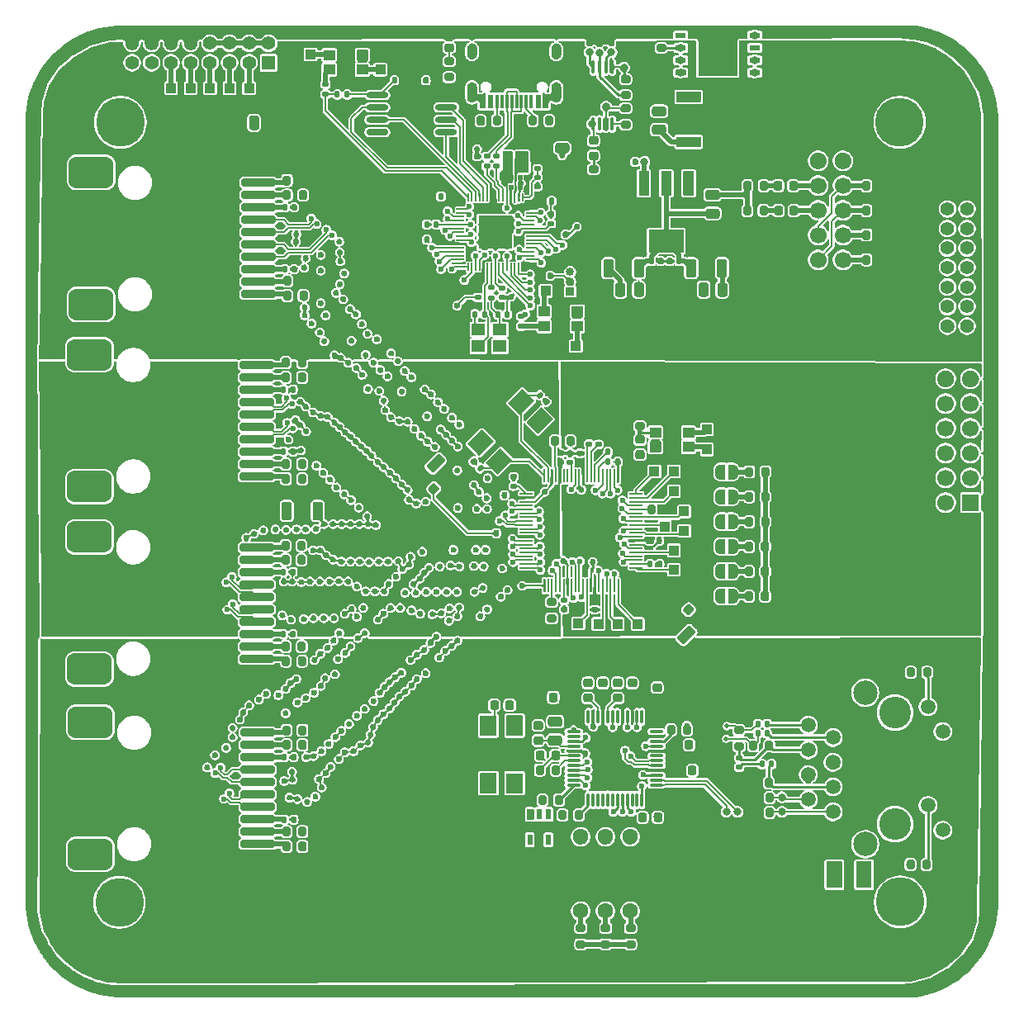
<source format=gbr>
%TF.GenerationSoftware,KiCad,Pcbnew,9.0.1*%
%TF.CreationDate,2025-07-09T12:24:18-07:00*%
%TF.ProjectId,peripheral_board_v1a,70657269-7068-4657-9261-6c5f626f6172,rev?*%
%TF.SameCoordinates,Original*%
%TF.FileFunction,Copper,L1,Top*%
%TF.FilePolarity,Positive*%
%FSLAX46Y46*%
G04 Gerber Fmt 4.6, Leading zero omitted, Abs format (unit mm)*
G04 Created by KiCad (PCBNEW 9.0.1) date 2025-07-09 12:24:18*
%MOMM*%
%LPD*%
G01*
G04 APERTURE LIST*
G04 Aperture macros list*
%AMRoundRect*
0 Rectangle with rounded corners*
0 $1 Rounding radius*
0 $2 $3 $4 $5 $6 $7 $8 $9 X,Y pos of 4 corners*
0 Add a 4 corners polygon primitive as box body*
4,1,4,$2,$3,$4,$5,$6,$7,$8,$9,$2,$3,0*
0 Add four circle primitives for the rounded corners*
1,1,$1+$1,$2,$3*
1,1,$1+$1,$4,$5*
1,1,$1+$1,$6,$7*
1,1,$1+$1,$8,$9*
0 Add four rect primitives between the rounded corners*
20,1,$1+$1,$2,$3,$4,$5,0*
20,1,$1+$1,$4,$5,$6,$7,0*
20,1,$1+$1,$6,$7,$8,$9,0*
20,1,$1+$1,$8,$9,$2,$3,0*%
%AMRotRect*
0 Rectangle, with rotation*
0 The origin of the aperture is its center*
0 $1 length*
0 $2 width*
0 $3 Rotation angle, in degrees counterclockwise*
0 Add horizontal line*
21,1,$1,$2,0,0,$3*%
%AMFreePoly0*
4,1,23,0.500000,-0.750000,0.000000,-0.750000,0.000000,-0.745722,-0.065263,-0.745722,-0.191342,-0.711940,-0.304381,-0.646677,-0.396677,-0.554381,-0.461940,-0.441342,-0.495722,-0.315263,-0.495722,-0.250000,-0.500000,-0.250000,-0.500000,0.250000,-0.495722,0.250000,-0.495722,0.315263,-0.461940,0.441342,-0.396677,0.554381,-0.304381,0.646677,-0.191342,0.711940,-0.065263,0.745722,0.000000,0.745722,
0.000000,0.750000,0.500000,0.750000,0.500000,-0.750000,0.500000,-0.750000,$1*%
%AMFreePoly1*
4,1,23,0.000000,0.745722,0.065263,0.745722,0.191342,0.711940,0.304381,0.646677,0.396677,0.554381,0.461940,0.441342,0.495722,0.315263,0.495722,0.250000,0.500000,0.250000,0.500000,-0.250000,0.495722,-0.250000,0.495722,-0.315263,0.461940,-0.441342,0.396677,-0.554381,0.304381,-0.646677,0.191342,-0.711940,0.065263,-0.745722,0.000000,-0.745722,0.000000,-0.750000,-0.500000,-0.750000,
-0.500000,0.750000,0.000000,0.750000,0.000000,0.745722,0.000000,0.745722,$1*%
G04 Aperture macros list end*
%TA.AperFunction,SMDPad,CuDef*%
%ADD10RoundRect,0.200000X0.275000X-0.200000X0.275000X0.200000X-0.275000X0.200000X-0.275000X-0.200000X0*%
%TD*%
%TA.AperFunction,SMDPad,CuDef*%
%ADD11R,1.000000X1.000000*%
%TD*%
%TA.AperFunction,SMDPad,CuDef*%
%ADD12RoundRect,0.140000X0.170000X-0.140000X0.170000X0.140000X-0.170000X0.140000X-0.170000X-0.140000X0*%
%TD*%
%TA.AperFunction,SMDPad,CuDef*%
%ADD13RoundRect,0.140000X-0.140000X-0.170000X0.140000X-0.170000X0.140000X0.170000X-0.140000X0.170000X0*%
%TD*%
%TA.AperFunction,ComponentPad*%
%ADD14R,1.700000X1.700000*%
%TD*%
%TA.AperFunction,ComponentPad*%
%ADD15C,1.700000*%
%TD*%
%TA.AperFunction,SMDPad,CuDef*%
%ADD16RoundRect,0.200000X-0.200000X-0.275000X0.200000X-0.275000X0.200000X0.275000X-0.200000X0.275000X0*%
%TD*%
%TA.AperFunction,SMDPad,CuDef*%
%ADD17RoundRect,0.200000X0.200000X0.275000X-0.200000X0.275000X-0.200000X-0.275000X0.200000X-0.275000X0*%
%TD*%
%TA.AperFunction,SMDPad,CuDef*%
%ADD18RoundRect,0.200000X-0.275000X0.200000X-0.275000X-0.200000X0.275000X-0.200000X0.275000X0.200000X0*%
%TD*%
%TA.AperFunction,SMDPad,CuDef*%
%ADD19RoundRect,0.140000X0.140000X0.170000X-0.140000X0.170000X-0.140000X-0.170000X0.140000X-0.170000X0*%
%TD*%
%TA.AperFunction,SMDPad,CuDef*%
%ADD20RoundRect,0.218750X-0.218750X-0.256250X0.218750X-0.256250X0.218750X0.256250X-0.218750X0.256250X0*%
%TD*%
%TA.AperFunction,SMDPad,CuDef*%
%ADD21R,1.100000X2.500000*%
%TD*%
%TA.AperFunction,SMDPad,CuDef*%
%ADD22R,3.600000X2.340000*%
%TD*%
%TA.AperFunction,SMDPad,CuDef*%
%ADD23RotRect,2.100000X1.700000X45.000000*%
%TD*%
%TA.AperFunction,SMDPad,CuDef*%
%ADD24RoundRect,0.140000X-0.170000X0.140000X-0.170000X-0.140000X0.170000X-0.140000X0.170000X0.140000X0*%
%TD*%
%TA.AperFunction,SMDPad,CuDef*%
%ADD25RoundRect,0.225000X-0.250000X0.225000X-0.250000X-0.225000X0.250000X-0.225000X0.250000X0.225000X0*%
%TD*%
%TA.AperFunction,SMDPad,CuDef*%
%ADD26RoundRect,0.135000X-0.135000X-0.185000X0.135000X-0.185000X0.135000X0.185000X-0.135000X0.185000X0*%
%TD*%
%TA.AperFunction,SMDPad,CuDef*%
%ADD27RoundRect,0.218750X-0.256250X0.218750X-0.256250X-0.218750X0.256250X-0.218750X0.256250X0.218750X0*%
%TD*%
%TA.AperFunction,SMDPad,CuDef*%
%ADD28R,1.150000X1.050000*%
%TD*%
%TA.AperFunction,SMDPad,CuDef*%
%ADD29RoundRect,0.135000X0.185000X-0.135000X0.185000X0.135000X-0.185000X0.135000X-0.185000X-0.135000X0*%
%TD*%
%TA.AperFunction,ComponentPad*%
%ADD30R,0.850000X0.850000*%
%TD*%
%TA.AperFunction,ComponentPad*%
%ADD31C,0.850000*%
%TD*%
%TA.AperFunction,SMDPad,CuDef*%
%ADD32O,1.500000X0.270000*%
%TD*%
%TA.AperFunction,SMDPad,CuDef*%
%ADD33O,0.270000X1.500000*%
%TD*%
%TA.AperFunction,SMDPad,CuDef*%
%ADD34RoundRect,0.135000X-0.185000X0.135000X-0.185000X-0.135000X0.185000X-0.135000X0.185000X0.135000X0*%
%TD*%
%TA.AperFunction,SMDPad,CuDef*%
%ADD35FreePoly0,0.000000*%
%TD*%
%TA.AperFunction,SMDPad,CuDef*%
%ADD36FreePoly1,0.000000*%
%TD*%
%TA.AperFunction,SMDPad,CuDef*%
%ADD37RoundRect,0.200000X1.550000X0.200000X-1.550000X0.200000X-1.550000X-0.200000X1.550000X-0.200000X0*%
%TD*%
%TA.AperFunction,SMDPad,CuDef*%
%ADD38RoundRect,0.815000X1.485000X0.815000X-1.485000X0.815000X-1.485000X-0.815000X1.485000X-0.815000X0*%
%TD*%
%TA.AperFunction,SMDPad,CuDef*%
%ADD39RoundRect,0.225000X0.225000X0.250000X-0.225000X0.250000X-0.225000X-0.250000X0.225000X-0.250000X0*%
%TD*%
%TA.AperFunction,SMDPad,CuDef*%
%ADD40O,0.350000X1.450000*%
%TD*%
%TA.AperFunction,SMDPad,CuDef*%
%ADD41R,1.630000X2.700000*%
%TD*%
%TA.AperFunction,SMDPad,CuDef*%
%ADD42RoundRect,0.250000X0.689429X0.300520X0.300520X0.689429X-0.689429X-0.300520X-0.300520X-0.689429X0*%
%TD*%
%TA.AperFunction,SMDPad,CuDef*%
%ADD43R,1.100000X0.600000*%
%TD*%
%TA.AperFunction,SMDPad,CuDef*%
%ADD44R,4.000000X4.500000*%
%TD*%
%TA.AperFunction,SMDPad,CuDef*%
%ADD45R,0.470000X0.530000*%
%TD*%
%TA.AperFunction,ComponentPad*%
%ADD46C,5.000000*%
%TD*%
%TA.AperFunction,SMDPad,CuDef*%
%ADD47R,1.460000X0.220000*%
%TD*%
%TA.AperFunction,SMDPad,CuDef*%
%ADD48R,0.220000X1.460000*%
%TD*%
%TA.AperFunction,SMDPad,CuDef*%
%ADD49O,2.250000X0.630000*%
%TD*%
%TA.AperFunction,SMDPad,CuDef*%
%ADD50R,0.600000X1.100000*%
%TD*%
%TA.AperFunction,SMDPad,CuDef*%
%ADD51R,1.400000X1.200000*%
%TD*%
%TA.AperFunction,SMDPad,CuDef*%
%ADD52RoundRect,0.250000X-0.475000X0.250000X-0.475000X-0.250000X0.475000X-0.250000X0.475000X0.250000X0*%
%TD*%
%TA.AperFunction,SMDPad,CuDef*%
%ADD53RoundRect,0.250000X-0.250000X-0.475000X0.250000X-0.475000X0.250000X0.475000X-0.250000X0.475000X0*%
%TD*%
%TA.AperFunction,ComponentPad*%
%ADD54C,3.250000*%
%TD*%
%TA.AperFunction,ComponentPad*%
%ADD55C,1.520000*%
%TD*%
%TA.AperFunction,ComponentPad*%
%ADD56C,2.500000*%
%TD*%
%TA.AperFunction,SMDPad,CuDef*%
%ADD57R,0.700000X1.700000*%
%TD*%
%TA.AperFunction,SMDPad,CuDef*%
%ADD58RoundRect,0.225000X0.250000X-0.225000X0.250000X0.225000X-0.250000X0.225000X-0.250000X-0.225000X0*%
%TD*%
%TA.AperFunction,SMDPad,CuDef*%
%ADD59RoundRect,0.225000X-0.335876X-0.017678X-0.017678X-0.335876X0.335876X0.017678X0.017678X0.335876X0*%
%TD*%
%TA.AperFunction,SMDPad,CuDef*%
%ADD60RoundRect,0.135000X0.135000X0.185000X-0.135000X0.185000X-0.135000X-0.185000X0.135000X-0.185000X0*%
%TD*%
%TA.AperFunction,SMDPad,CuDef*%
%ADD61RoundRect,0.140000X0.219203X0.021213X0.021213X0.219203X-0.219203X-0.021213X-0.021213X-0.219203X0*%
%TD*%
%TA.AperFunction,SMDPad,CuDef*%
%ADD62R,1.700000X2.100000*%
%TD*%
%TA.AperFunction,ComponentPad*%
%ADD63C,1.600000*%
%TD*%
%TA.AperFunction,SMDPad,CuDef*%
%ADD64RoundRect,0.225000X0.335876X0.017678X0.017678X0.335876X-0.335876X-0.017678X-0.017678X-0.335876X0*%
%TD*%
%TA.AperFunction,SMDPad,CuDef*%
%ADD65R,2.500000X1.100000*%
%TD*%
%TA.AperFunction,SMDPad,CuDef*%
%ADD66R,2.340000X3.600000*%
%TD*%
%TA.AperFunction,SMDPad,CuDef*%
%ADD67RoundRect,0.250000X0.275000X0.700000X-0.275000X0.700000X-0.275000X-0.700000X0.275000X-0.700000X0*%
%TD*%
%TA.AperFunction,SMDPad,CuDef*%
%ADD68RoundRect,0.250000X-0.275000X-0.700000X0.275000X-0.700000X0.275000X0.700000X-0.275000X0.700000X0*%
%TD*%
%TA.AperFunction,SMDPad,CuDef*%
%ADD69RoundRect,0.218750X0.218750X0.256250X-0.218750X0.256250X-0.218750X-0.256250X0.218750X-0.256250X0*%
%TD*%
%TA.AperFunction,SMDPad,CuDef*%
%ADD70RoundRect,0.250000X0.250000X0.475000X-0.250000X0.475000X-0.250000X-0.475000X0.250000X-0.475000X0*%
%TD*%
%TA.AperFunction,SMDPad,CuDef*%
%ADD71RoundRect,0.250000X-0.689429X-0.300520X-0.300520X-0.689429X0.689429X0.300520X0.300520X0.689429X0*%
%TD*%
%TA.AperFunction,ComponentPad*%
%ADD72R,1.400000X1.400000*%
%TD*%
%TA.AperFunction,ComponentPad*%
%ADD73C,1.400000*%
%TD*%
%TA.AperFunction,SMDPad,CuDef*%
%ADD74RoundRect,0.140000X-0.219203X-0.021213X-0.021213X-0.219203X0.219203X0.021213X0.021213X0.219203X0*%
%TD*%
%TA.AperFunction,SMDPad,CuDef*%
%ADD75R,0.880000X0.200000*%
%TD*%
%TA.AperFunction,SMDPad,CuDef*%
%ADD76R,0.200000X0.880000*%
%TD*%
%TA.AperFunction,SMDPad,CuDef*%
%ADD77R,3.400000X3.400000*%
%TD*%
%TA.AperFunction,SMDPad,CuDef*%
%ADD78RoundRect,0.225000X-0.225000X-0.250000X0.225000X-0.250000X0.225000X0.250000X-0.225000X0.250000X0*%
%TD*%
%TA.AperFunction,SMDPad,CuDef*%
%ADD79R,0.600000X1.450000*%
%TD*%
%TA.AperFunction,SMDPad,CuDef*%
%ADD80R,0.300000X1.450000*%
%TD*%
%TA.AperFunction,HeatsinkPad*%
%ADD81O,1.000000X2.100000*%
%TD*%
%TA.AperFunction,HeatsinkPad*%
%ADD82O,1.000000X1.600000*%
%TD*%
%TA.AperFunction,ViaPad*%
%ADD83C,0.600000*%
%TD*%
%TA.AperFunction,ViaPad*%
%ADD84C,0.800000*%
%TD*%
%TA.AperFunction,ViaPad*%
%ADD85C,0.460000*%
%TD*%
%TA.AperFunction,Conductor*%
%ADD86C,0.152400*%
%TD*%
%TA.AperFunction,Conductor*%
%ADD87C,0.127000*%
%TD*%
%TA.AperFunction,Conductor*%
%ADD88C,0.250000*%
%TD*%
%TA.AperFunction,Conductor*%
%ADD89C,0.200000*%
%TD*%
%TA.AperFunction,Conductor*%
%ADD90C,0.508000*%
%TD*%
%TA.AperFunction,Conductor*%
%ADD91C,0.154700*%
%TD*%
%TA.AperFunction,Conductor*%
%ADD92C,0.254000*%
%TD*%
%TA.AperFunction,Conductor*%
%ADD93C,0.150000*%
%TD*%
G04 APERTURE END LIST*
D10*
%TO.P,R33,1*%
%TO.N,VDDIO*%
X151008758Y-103155127D03*
%TO.P,R33,2*%
%TO.N,INTR_N*%
X151008758Y-101505127D03*
%TD*%
D11*
%TO.P,TP31,1,1*%
%TO.N,Net-(U6-RXD5_0)*%
X163550000Y-96200000D03*
%TD*%
D12*
%TO.P,C9,1*%
%TO.N,+3V3*%
X143375192Y-56753569D03*
%TO.P,C9,2*%
%TO.N,GND*%
X143375192Y-55793569D03*
%TD*%
D13*
%TO.P,C32,1*%
%TO.N,RX +*%
X172140000Y-114970000D03*
%TO.P,C32,2*%
%TO.N,Net-(C32-Pad2)*%
X173100000Y-114970000D03*
%TD*%
D14*
%TO.P,J2,1,Pin_1*%
%TO.N,+3V3*%
X180875000Y-68950000D03*
D15*
%TO.P,J2,2,Pin_2*%
X178335000Y-68950000D03*
%TO.P,J2,3,Pin_3*%
%TO.N,I2C0_SCL*%
X180875000Y-66410000D03*
%TO.P,J2,4,Pin_4*%
%TO.N,I2C1_SCL*%
X178335000Y-66410000D03*
%TO.P,J2,5,Pin_5*%
%TO.N,I2C0_SDA*%
X180875000Y-63870000D03*
%TO.P,J2,6,Pin_6*%
%TO.N,I2C1_SDA*%
X178335000Y-63870000D03*
%TO.P,J2,7,Pin_7*%
%TO.N,I2C1_SCL*%
X180875000Y-61330000D03*
%TO.P,J2,8,Pin_8*%
%TO.N,RX*%
X178335000Y-61330000D03*
%TO.P,J2,9,Pin_9*%
%TO.N,I2C1_SDA*%
X180875000Y-58790000D03*
%TO.P,J2,10,Pin_10*%
%TO.N,TX*%
X178335000Y-58790000D03*
%TO.P,J2,11,Pin_11*%
%TO.N,GND*%
X180875000Y-56250000D03*
%TO.P,J2,12,Pin_12*%
X178335000Y-56250000D03*
%TD*%
D16*
%TO.P,R35,1*%
%TO.N,Net-(U6-ISET)*%
X151333757Y-84980127D03*
%TO.P,R35,2*%
%TO.N,GND*%
X152983757Y-84980127D03*
%TD*%
D11*
%TO.P,TP14,1,1*%
%TO.N,Net-(U6-TXD5_3)*%
X155800000Y-103750000D03*
%TD*%
D13*
%TO.P,C4,1*%
%TO.N,GND*%
X143170192Y-71978569D03*
%TO.P,C4,2*%
%TO.N,Net-(U1-XIN)*%
X144130192Y-71978569D03*
%TD*%
%TO.P,C63,1*%
%TO.N,T4CT*%
X123620000Y-123800000D03*
%TO.P,C63,2*%
%TO.N,GND*%
X124580000Y-123800000D03*
%TD*%
D17*
%TO.P,R16,1*%
%TO.N,GND*%
X150745000Y-52100000D03*
%TO.P,R16,2*%
%TO.N,Net-(J4-CC1)*%
X149095000Y-52100000D03*
%TD*%
D18*
%TO.P,R64,1*%
%TO.N,GND*%
X158600000Y-47875000D03*
%TO.P,R64,2*%
%TO.N,VOUT*%
X158600000Y-49525000D03*
%TD*%
D19*
%TO.P,C3,1*%
%TO.N,+1V1*%
X139190192Y-62778569D03*
%TO.P,C3,2*%
%TO.N,GND*%
X138230192Y-62778569D03*
%TD*%
D20*
%TO.P,D3,1,K*%
%TO.N,Net-(D3-K)*%
X174224999Y-58800000D03*
%TO.P,D3,2,A*%
%TO.N,TX*%
X175799999Y-58800000D03*
%TD*%
D11*
%TO.P,TP16,1,1*%
%TO.N,Net-(U6-TXD5_4)*%
X157800000Y-103750000D03*
%TD*%
D13*
%TO.P,C60,1*%
%TO.N,R2CT*%
X123540002Y-79705000D03*
%TO.P,C60,2*%
%TO.N,GND*%
X124500002Y-79705000D03*
%TD*%
D17*
%TO.P,R34,1*%
%TO.N,VDDIO*%
X162933757Y-91980127D03*
%TO.P,R34,2*%
%TO.N,PME_N*%
X161283757Y-91980127D03*
%TD*%
D12*
%TO.P,C36,1*%
%TO.N,GND*%
X152308757Y-102260127D03*
%TO.P,C36,2*%
%TO.N,1.2D*%
X152308757Y-101300127D03*
%TD*%
%TO.P,C31,1*%
%TO.N,GNDA*%
X170250001Y-118440000D03*
%TO.P,C31,2*%
%TO.N,RCT*%
X170250001Y-117480000D03*
%TD*%
D21*
%TO.P,U7,1,GND*%
%TO.N,GND*%
X165060192Y-58558569D03*
%TO.P,U7,2,VOUT*%
%TO.N,Net-(C49-Pad2)*%
X162760192Y-58558569D03*
%TO.P,U7,3,INPUT*%
%TO.N,VOUT*%
X160460192Y-58558569D03*
D22*
%TO.P,U7,4,VOUT*%
%TO.N,Net-(C49-Pad2)*%
X162760192Y-64498569D03*
%TD*%
D23*
%TO.P,Y3,1,1*%
%TO.N,Net-(U6-XO)*%
X145627388Y-87070687D03*
%TO.P,Y3,2,2*%
%TO.N,GND*%
X149799318Y-82898757D03*
%TO.P,Y3,3,3*%
%TO.N,Net-(U6-XI)*%
X147890130Y-80989569D03*
%TO.P,Y3,4,4*%
%TO.N,GND*%
X143718200Y-85161499D03*
%TD*%
D24*
%TO.P,C6,1*%
%TO.N,+1V1*%
X145950192Y-69298569D03*
%TO.P,C6,2*%
%TO.N,GND*%
X145950192Y-70258569D03*
%TD*%
D11*
%TO.P,TP7,1,1*%
%TO.N,Net-(CN1-Pad7)*%
X116000000Y-48799999D03*
%TD*%
D25*
%TO.P,C23,1*%
%TO.N,GND*%
X149625000Y-114144999D03*
%TO.P,C23,2*%
%TO.N,+3V3*%
X149625000Y-115694999D03*
%TD*%
D13*
%TO.P,C57,1*%
%TO.N,T1CT*%
X123669999Y-67370001D03*
%TO.P,C57,2*%
%TO.N,GND*%
X124629999Y-67370001D03*
%TD*%
D26*
%TO.P,R38,1*%
%TO.N,SPI1_SCK*%
X156798758Y-86080126D03*
%TO.P,R38,2*%
%TO.N,VDDIO*%
X157818758Y-86080126D03*
%TD*%
D16*
%TO.P,R40,1*%
%TO.N,Net-(JP1-B)*%
X171275000Y-88150000D03*
%TO.P,R40,2*%
%TO.N,GND*%
X172925000Y-88150000D03*
%TD*%
%TO.P,R9,1*%
%TO.N,I2C0_SDA*%
X183300000Y-63850000D03*
%TO.P,R9,2*%
%TO.N,+3V3*%
X184950000Y-63850000D03*
%TD*%
D27*
%TO.P,D1,1,K*%
%TO.N,GND*%
X140500000Y-43062500D03*
%TO.P,D1,2,A*%
%TO.N,Net-(D1-A)*%
X140500000Y-44637500D03*
%TD*%
D25*
%TO.P,C28,1*%
%TO.N,GNDA*%
X159275001Y-109795000D03*
%TO.P,C28,2*%
%TO.N,3V3A*%
X159275001Y-111345000D03*
%TD*%
D27*
%TO.P,D4,1,K*%
%TO.N,STAT*%
X155299998Y-54162497D03*
%TO.P,D4,2,A*%
%TO.N,Net-(D4-A)*%
X155299998Y-55737499D03*
%TD*%
D17*
%TO.P,R11,1*%
%TO.N,Net-(D2-K)*%
X172737498Y-61350000D03*
%TO.P,R11,2*%
%TO.N,GND*%
X171087498Y-61350000D03*
%TD*%
D25*
%TO.P,C27,1*%
%TO.N,GNDA*%
X156274999Y-109795001D03*
%TO.P,C27,2*%
%TO.N,3V3A*%
X156274999Y-111345001D03*
%TD*%
D19*
%TO.P,C12,1*%
%TO.N,+3V3*%
X139180000Y-64353569D03*
%TO.P,C12,2*%
%TO.N,GND*%
X138220000Y-64353569D03*
%TD*%
D26*
%TO.P,R15,1*%
%TO.N,/Raspberry_pi/ QSPI_SS*%
X129040000Y-49450000D03*
%TO.P,R15,2*%
%TO.N,/Raspberry_pi/FLASH_SS*%
X130060000Y-49450000D03*
%TD*%
D18*
%TO.P,R8,1*%
%TO.N,Net-(D1-A)*%
X140500000Y-46025000D03*
%TO.P,R8,2*%
%TO.N,VBUS*%
X140500000Y-47675000D03*
%TD*%
D28*
%TO.P,SW2,1,1*%
%TO.N,Net-(SW2-Pad1)*%
X153650000Y-73200000D03*
%TO.P,SW2,1',1'*%
%TO.N,Net-(R3-Pad2)*%
X150250000Y-73200000D03*
%TO.P,SW2,2,2*%
%TO.N,GND*%
X153650000Y-71700000D03*
%TO.P,SW2,2',2'*%
%TO.N,Net-(SW2-Pad2')*%
X150250000Y-71700000D03*
%TD*%
D18*
%TO.P,R66,1*%
%TO.N,Net-(D4-A)*%
X155300000Y-57125000D03*
%TO.P,R66,2*%
%TO.N,+3V3*%
X155300000Y-58775000D03*
%TD*%
D29*
%TO.P,R36,1*%
%TO.N,SPI1_CS1*%
X154849999Y-85310001D03*
%TO.P,R36,2*%
%TO.N,VDDIO*%
X154849999Y-84290001D03*
%TD*%
D16*
%TO.P,R51,1*%
%TO.N,Net-(J6-Pad10)*%
X123770002Y-76954213D03*
%TO.P,R51,2*%
%TO.N,+3V3*%
X125420002Y-76954213D03*
%TD*%
D17*
%TO.P,R13,1*%
%TO.N,Net-(D3-K)*%
X172749999Y-58800000D03*
%TO.P,R13,2*%
%TO.N,GND*%
X171099999Y-58800000D03*
%TD*%
D13*
%TO.P,C48,1*%
%TO.N,GND*%
X159570000Y-56350000D03*
%TO.P,C48,2*%
%TO.N,VOUT*%
X160530000Y-56350000D03*
%TD*%
D17*
%TO.P,R22,1*%
%TO.N,RSTn*%
X153800002Y-123320001D03*
%TO.P,R22,2*%
%TO.N,+3V3*%
X152150002Y-123320001D03*
%TD*%
D11*
%TO.P,TP36,1,1*%
%TO.N,Net-(SW4-Pad2')*%
X166950000Y-85850000D03*
%TD*%
%TO.P,TP20,1,1*%
%TO.N,Net-(U6-RXD5_6)*%
X163550000Y-88100000D03*
%TD*%
D12*
%TO.P,C66,1*%
%TO.N,VEPS*%
X157149999Y-45130000D03*
%TO.P,C66,2*%
%TO.N,GND*%
X157149999Y-44170000D03*
%TD*%
D30*
%TO.P,J1,1,Pin_1*%
%TO.N,SWCLK*%
X152900000Y-69650000D03*
D31*
%TO.P,J1,2,Pin_2*%
%TO.N,GND*%
X152900000Y-68650000D03*
%TO.P,J1,3,Pin_3*%
%TO.N,SWD*%
X152900000Y-67650000D03*
%TD*%
D16*
%TO.P,R50,1*%
%TO.N,LED1_0*%
X123924999Y-70070002D03*
%TO.P,R50,2*%
%TO.N,GND*%
X125574999Y-70070002D03*
%TD*%
D17*
%TO.P,R18,1*%
%TO.N,GNDA*%
X164900000Y-114620000D03*
%TO.P,R18,2*%
%TO.N,Net-(U4-EXRES1)*%
X163250000Y-114620000D03*
%TD*%
D32*
%TO.P,U4,1,TXN*%
%TO.N,TX -*%
X161775000Y-120270000D03*
%TO.P,U4,2,TXP*%
%TO.N,TX +*%
X161775000Y-119770000D03*
%TO.P,U4,3,AGND*%
%TO.N,GNDA*%
X161775000Y-119270000D03*
%TO.P,U4,4,AVDD*%
%TO.N,3V3A*%
X161775000Y-118770000D03*
%TO.P,U4,5,RXN*%
%TO.N,RX -*%
X161775000Y-118270000D03*
%TO.P,U4,6,RXP*%
%TO.N,RX +*%
X161775000Y-117770000D03*
%TO.P,U4,7,DNC*%
%TO.N,unconnected-(U4-DNC-Pad7)*%
X161775000Y-117270000D03*
%TO.P,U4,8,AVDD*%
%TO.N,3V3A*%
X161775000Y-116770000D03*
%TO.P,U4,9,AGND*%
%TO.N,GNDA*%
X161775000Y-116270000D03*
%TO.P,U4,10,EXRES1*%
%TO.N,Net-(U4-EXRES1)*%
X161775000Y-115770000D03*
%TO.P,U4,11,AVDD*%
%TO.N,3V3A*%
X161775000Y-115270000D03*
%TO.P,U4,12,NC*%
%TO.N,unconnected-(U4-NC-Pad12)*%
X161775000Y-114770000D03*
D33*
%TO.P,U4,13,NC*%
%TO.N,unconnected-(U4-NC-Pad13)*%
X160275000Y-113270000D03*
%TO.P,U4,14,AGND*%
%TO.N,GNDA*%
X159775000Y-113270000D03*
%TO.P,U4,15,AVDD*%
%TO.N,3V3A*%
X159275000Y-113270000D03*
%TO.P,U4,16,AGND*%
%TO.N,GNDA*%
X158775000Y-113270000D03*
%TO.P,U4,17,AVDD*%
%TO.N,3V3A*%
X158275000Y-113270000D03*
%TO.P,U4,18,VBG*%
%TO.N,unconnected-(U4-VBG-Pad18)*%
X157775000Y-113270000D03*
%TO.P,U4,19,AGND*%
%TO.N,GNDA*%
X157275000Y-113270000D03*
%TO.P,U4,20,TOCAP*%
%TO.N,Net-(U4-TOCAP)*%
X156775000Y-113270000D03*
%TO.P,U4,21,AVDD*%
%TO.N,3V3A*%
X156275000Y-113270000D03*
%TO.P,U4,22,1V2O*%
%TO.N,Net-(U4-1V2O)*%
X155775000Y-113270000D03*
%TO.P,U4,23,RSVD*%
%TO.N,GND*%
X155275000Y-113270000D03*
%TO.P,U4,24,SPDLED*%
%TO.N,unconnected-(U4-SPDLED-Pad24)*%
X154775000Y-113270000D03*
D32*
%TO.P,U4,25,LINKLED*%
%TO.N,GREEN_LED*%
X153275000Y-114770000D03*
%TO.P,U4,26,DUPLED*%
%TO.N,unconnected-(U4-DUPLED-Pad26)*%
X153275000Y-115270000D03*
%TO.P,U4,27,ACTLED*%
%TO.N,YELLOW_LED*%
X153275000Y-115770000D03*
%TO.P,U4,28,VDD*%
%TO.N,+3V3*%
X153275000Y-116270000D03*
%TO.P,U4,29,GND*%
%TO.N,GND*%
X153275000Y-116770000D03*
%TO.P,U4,30,XI/CLKIN*%
%TO.N,Net-(U4-XI{slash}CLKIN)*%
X153275000Y-117270000D03*
%TO.P,U4,31,XO*%
%TO.N,Net-(U4-XO)*%
X153275000Y-117770000D03*
%TO.P,U4,32,SCSn*%
%TO.N,SPI0_CS1*%
X153275000Y-118270000D03*
%TO.P,U4,33,SCLK*%
%TO.N,SPI0_SCK*%
X153275000Y-118770000D03*
%TO.P,U4,34,MISO*%
%TO.N,SPI0_ETHER*%
X153275000Y-119270000D03*
%TO.P,U4,35,MOSI*%
%TO.N,SPI0_MOSI*%
X153275000Y-119770000D03*
%TO.P,U4,36,INTn*%
%TO.N,INTn*%
X153275000Y-120270000D03*
D33*
%TO.P,U4,37,RSTn*%
%TO.N,RSTn*%
X154775000Y-121770000D03*
%TO.P,U4,38,RSVD*%
%TO.N,unconnected-(U4-RSVD-Pad38)*%
X155275000Y-121770000D03*
%TO.P,U4,39,RSVD*%
%TO.N,unconnected-(U4-RSVD-Pad39)*%
X155775000Y-121770000D03*
%TO.P,U4,40,RSVD*%
%TO.N,unconnected-(U4-RSVD-Pad40)*%
X156275000Y-121770000D03*
%TO.P,U4,41,RSVD*%
%TO.N,unconnected-(U4-RSVD-Pad41)*%
X156775000Y-121770000D03*
%TO.P,U4,42,RSVD*%
%TO.N,unconnected-(U4-RSVD-Pad42)*%
X157275000Y-121770000D03*
%TO.P,U4,43,PMODE2*%
%TO.N,PMODE2*%
X157775000Y-121770000D03*
%TO.P,U4,44,PMODE1*%
%TO.N,PMODE1*%
X158275000Y-121770000D03*
%TO.P,U4,45,PMODE0*%
%TO.N,PMODE0*%
X158775000Y-121770000D03*
%TO.P,U4,46,NC*%
%TO.N,unconnected-(U4-NC-Pad46)*%
X159275000Y-121770000D03*
%TO.P,U4,47,NC*%
%TO.N,unconnected-(U4-NC-Pad47)*%
X159775000Y-121770000D03*
%TO.P,U4,48,AGND*%
%TO.N,GNDA*%
X160275000Y-121770000D03*
%TD*%
D13*
%TO.P,C59,1*%
%TO.N,T2CT*%
X123540002Y-86054999D03*
%TO.P,C59,2*%
%TO.N,GND*%
X124500002Y-86054999D03*
%TD*%
D16*
%TO.P,R48,1*%
%TO.N,LED1_1*%
X123875000Y-59770000D03*
%TO.P,R48,2*%
%TO.N,GND*%
X125525000Y-59770000D03*
%TD*%
%TO.P,R57,1*%
%TO.N,Net-(J7-Pad2)*%
X123750000Y-106049999D03*
%TO.P,R57,2*%
%TO.N,+3V3*%
X125400000Y-106049999D03*
%TD*%
D18*
%TO.P,R19,1*%
%TO.N,PMODE2*%
X154014770Y-134944314D03*
%TO.P,R19,2*%
%TO.N,+3V3*%
X154014770Y-136594314D03*
%TD*%
D34*
%TO.P,R6,1*%
%TO.N,D-*%
X145375192Y-55793569D03*
%TO.P,R6,2*%
%TO.N,Net-(U1-USB_DM)*%
X145375192Y-56813569D03*
%TD*%
D11*
%TO.P,TP1,1,1*%
%TO.N,Net-(SW2-Pad1)*%
X153500000Y-75250000D03*
%TD*%
D35*
%TO.P,JP1,1,A*%
%TO.N,LED1_0*%
X168300000Y-88150000D03*
D36*
%TO.P,JP1,2,B*%
%TO.N,Net-(JP1-B)*%
X169600000Y-88150000D03*
%TD*%
D37*
%TO.P,J8,1*%
%TO.N,LED4_0*%
X120875000Y-126315000D03*
%TO.P,J8,2*%
%TO.N,Net-(J8-Pad2)*%
X120875000Y-125045000D03*
%TO.P,J8,3,TCT*%
%TO.N,T4CT*%
X120875000Y-123775000D03*
%TO.P,J8,4,TD+*%
%TO.N,TX4+*%
X120875000Y-122505000D03*
%TO.P,J8,5,TD-*%
%TO.N,TX4-*%
X120875000Y-121235000D03*
%TO.P,J8,6,RD+*%
%TO.N,RX4+*%
X120875000Y-119965000D03*
%TO.P,J8,7,RD-*%
%TO.N,RX4-*%
X120875000Y-118695000D03*
%TO.P,J8,8,RCT*%
%TO.N,R4CT*%
X120875000Y-117425000D03*
%TO.P,J8,9*%
%TO.N,LED4_1*%
X120875000Y-116155000D03*
%TO.P,J8,10*%
%TO.N,Net-(J8-Pad10)*%
X120875000Y-114885000D03*
D38*
%TO.P,J8,SH*%
%TO.N,Chassis_GND*%
X103725000Y-127370000D03*
X103725000Y-113830000D03*
%TD*%
D16*
%TO.P,R47,1*%
%TO.N,Net-(J5-Pad10)*%
X123874998Y-58270001D03*
%TO.P,R47,2*%
%TO.N,+3V3*%
X125524998Y-58270001D03*
%TD*%
D10*
%TO.P,R28,1*%
%TO.N,RCT*%
X170210000Y-116290000D03*
%TO.P,R28,2*%
%TO.N,RX -*%
X170210000Y-114640000D03*
%TD*%
D39*
%TO.P,C29,1*%
%TO.N,GND*%
X146700002Y-112070003D03*
%TO.P,C29,2*%
%TO.N,Net-(U4-XO)*%
X145150002Y-112070003D03*
%TD*%
D40*
%TO.P,U9,1,STAT*%
%TO.N,STAT*%
X155269999Y-52480000D03*
%TO.P,U9,2,D0*%
%TO.N,unconnected-(U9-D0-Pad2)*%
X155930000Y-52480000D03*
%TO.P,U9,3,D1*%
%TO.N,GND*%
X156580000Y-52480000D03*
%TO.P,U9,4,ILIM*%
%TO.N,Net-(U9-ILIM)*%
X157230001Y-52480000D03*
%TO.P,U9,5,GND*%
%TO.N,GND*%
X157230001Y-46620000D03*
%TO.P,U9,6,IN2*%
%TO.N,VEPS*%
X156580000Y-46620000D03*
%TO.P,U9,7,OUT*%
%TO.N,VOUT*%
X155930000Y-46620000D03*
%TO.P,U9,8,IN1*%
%TO.N,VBUS*%
X155269999Y-46620000D03*
%TD*%
D11*
%TO.P,TP18,1,1*%
%TO.N,Net-(U6-TXD5_6)*%
X159850000Y-103750000D03*
%TD*%
D24*
%TO.P,C42,1*%
%TO.N,GND*%
X152908759Y-86250125D03*
%TO.P,C42,2*%
%TO.N,1.2D*%
X152908759Y-87210125D03*
%TD*%
D16*
%TO.P,R44,1*%
%TO.N,Net-(JP5-B)*%
X171250000Y-98350000D03*
%TO.P,R44,2*%
%TO.N,GND*%
X172900000Y-98350000D03*
%TD*%
D41*
%TO.P,C34,1,1*%
%TO.N,CGND*%
X183049999Y-129460000D03*
%TO.P,C34,2,2*%
%TO.N,GND*%
X180009999Y-129460000D03*
%TD*%
D16*
%TO.P,R41,1*%
%TO.N,Net-(JP2-B)*%
X171275000Y-90700000D03*
%TO.P,R41,2*%
%TO.N,GND*%
X172925000Y-90700000D03*
%TD*%
D42*
%TO.P,FB7,1*%
%TO.N,+3V3*%
X164827386Y-104877386D03*
%TO.P,FB7,2*%
%TO.N,VDDIO*%
X162600000Y-102650000D03*
%TD*%
D43*
%TO.P,U8,1,DAT2*%
%TO.N,unconnected-(U8-DAT2-Pad1)*%
X164250000Y-43400000D03*
%TO.P,U8,2,DAT3/CD*%
%TO.N,SPI0_CS0*%
X164250000Y-44670000D03*
%TO.P,U8,3,CLK*%
%TO.N,SPI0_SCK*%
X164250000Y-45930000D03*
%TO.P,U8,4,VSS*%
%TO.N,GND*%
X164250000Y-47200000D03*
%TO.P,U8,5,CMD*%
%TO.N,SPI0_MOSI*%
X171850000Y-47200000D03*
%TO.P,U8,6,DAT0*%
%TO.N,SPI0_MISO*%
X171850000Y-45930000D03*
%TO.P,U8,7,DAT1*%
%TO.N,unconnected-(U8-DAT1-Pad7)*%
X171850000Y-44670000D03*
%TO.P,U8,8,VDD*%
%TO.N,+3V3*%
X171850000Y-43400000D03*
D44*
%TO.P,U8,9,EP*%
%TO.N,GND*%
X168050000Y-45300000D03*
%TD*%
D11*
%TO.P,TP6,1,1*%
%TO.N,Net-(CN1-Pad5)*%
X118000000Y-48800000D03*
%TD*%
D12*
%TO.P,C65,1*%
%TO.N,VBUS*%
X154900001Y-45130001D03*
%TO.P,C65,2*%
%TO.N,GND*%
X154900001Y-44170001D03*
%TD*%
D45*
%TO.P,C2,1*%
%TO.N,+1V1*%
X146845192Y-58003569D03*
%TO.P,C2,2*%
%TO.N,GND*%
X147805192Y-58003569D03*
%TD*%
D35*
%TO.P,JP6,1,A*%
%TO.N,LED3_1*%
X168300000Y-100900000D03*
D36*
%TO.P,JP6,2,B*%
%TO.N,Net-(JP6-B)*%
X169600000Y-100900000D03*
%TD*%
D13*
%TO.P,C64,1*%
%TO.N,R4CT*%
X123620000Y-117400000D03*
%TO.P,C64,2*%
%TO.N,GND*%
X124580000Y-117400000D03*
%TD*%
%TO.P,C39,1*%
%TO.N,GND*%
X145328757Y-94430127D03*
%TO.P,C39,2*%
%TO.N,VDDAT*%
X146288757Y-94430127D03*
%TD*%
D11*
%TO.P,TP19,1,1*%
%TO.N,Net-(U6-RXD5_7)*%
X161550000Y-88100000D03*
%TD*%
D46*
%TO.P,H4,1*%
%TO.N,N/C*%
X106700000Y-132300000D03*
%TD*%
D39*
%TO.P,C25,1*%
%TO.N,GNDA*%
X165450000Y-118770000D03*
%TO.P,C25,2*%
%TO.N,3V3A*%
X163900000Y-118770000D03*
%TD*%
D47*
%TO.P,U6,1,VDD12A*%
%TO.N,1.2A*%
X148420000Y-90400000D03*
%TO.P,U6,2,VDDAT33*%
%TO.N,VDDAT*%
X148420000Y-90800000D03*
%TO.P,U6,3,GNDA*%
%TO.N,GND*%
X148420000Y-91200000D03*
%TO.P,U6,4,RXP1*%
%TO.N,RX1+*%
X148420000Y-91600000D03*
%TO.P,U6,5,RXM1*%
%TO.N,RX1-*%
X148420000Y-92000000D03*
%TO.P,U6,6,TXP1*%
%TO.N,TX1+*%
X148420000Y-92400000D03*
%TO.P,U6,7,TXM1*%
%TO.N,TX1-*%
X148420000Y-92800000D03*
%TO.P,U6,8,RXP2*%
%TO.N,RX2+*%
X148420000Y-93200000D03*
%TO.P,U6,9,RXM2*%
%TO.N,RX2-*%
X148420000Y-93600000D03*
%TO.P,U6,10,TXP2*%
%TO.N,TX2+*%
X148420000Y-94000000D03*
%TO.P,U6,11,TXM2*%
%TO.N,TX2-*%
X148420000Y-94400000D03*
%TO.P,U6,12,VDDAT33*%
%TO.N,VDDAT*%
X148420000Y-94800000D03*
%TO.P,U6,13,RXP3*%
%TO.N,RX3+*%
X148420000Y-95200000D03*
%TO.P,U6,14,RXM3*%
%TO.N,RX3-*%
X148420000Y-95600000D03*
%TO.P,U6,15,TXP3*%
%TO.N,TX3+*%
X148420000Y-96000000D03*
%TO.P,U6,16,TXM3*%
%TO.N,TX3-*%
X148420000Y-96400000D03*
%TO.P,U6,17,RXP4*%
%TO.N,RX4+*%
X148420000Y-96800000D03*
%TO.P,U6,18,RXM4*%
%TO.N,RX4-*%
X148420000Y-97200000D03*
%TO.P,U6,19,TXP4*%
%TO.N,TX4+*%
X148420000Y-97600000D03*
%TO.P,U6,20,TXM4*%
%TO.N,TX4-*%
X148420000Y-98000000D03*
D48*
%TO.P,U6,21,GNDA*%
%TO.N,GND*%
X150250000Y-99830000D03*
%TO.P,U6,22,NC*%
%TO.N,unconnected-(U6-NC-Pad22)*%
X150650000Y-99830000D03*
%TO.P,U6,23,INTR_N*%
%TO.N,INTR_N*%
X151050000Y-99830000D03*
%TO.P,U6,24,LED3_1*%
%TO.N,LED3_1*%
X151450000Y-99830000D03*
%TO.P,U6,25,LED3_0*%
%TO.N,LED3_0*%
X151850000Y-99830000D03*
%TO.P,U6,26,VDD12D*%
%TO.N,1.2D*%
X152250000Y-99830000D03*
%TO.P,U6,27,GNDD*%
%TO.N,GND*%
X152650000Y-99830000D03*
%TO.P,U6,28,LED4_1*%
%TO.N,LED4_1*%
X153050000Y-99830000D03*
%TO.P,U6,29,TXEN5/TXDS5_CTL*%
%TO.N,Net-(U6-TXEN5{slash}TXDS5_CTL)*%
X153450000Y-99830000D03*
%TO.P,U6,30,TXD5_0*%
%TO.N,Net-(U6-TXD5_0)*%
X153850000Y-99830000D03*
%TO.P,U6,31,LED4_0*%
%TO.N,LED4_0*%
X154250000Y-99830000D03*
%TO.P,U6,32,TXD5_1*%
%TO.N,Net-(U6-TXD5_1)*%
X154650000Y-99830000D03*
%TO.P,U6,33,GNDD*%
%TO.N,GND*%
X155050000Y-99830000D03*
%TO.P,U6,34,VDDIO*%
%TO.N,VDDIO*%
X155450000Y-99830000D03*
%TO.P,U6,35,TXD5_2*%
%TO.N,Net-(U6-TXD5_2)*%
X155850000Y-99830000D03*
%TO.P,U6,36,TXD5_3*%
%TO.N,Net-(U6-TXD5_3)*%
X156250000Y-99830000D03*
%TO.P,U6,37,TXER5*%
%TO.N,Net-(U6-TXER5)*%
X156650000Y-99830000D03*
%TO.P,U6,38,TXD5_4*%
%TO.N,Net-(U6-TXD5_4)*%
X157050000Y-99830000D03*
%TO.P,U6,39,TXD5_5*%
%TO.N,Net-(U6-TXD5_5)*%
X157450000Y-99830000D03*
%TO.P,U6,40,TXD5_6*%
%TO.N,Net-(U6-TXD5_6)*%
X157850000Y-99830000D03*
D47*
%TO.P,U6,41,TXD5_7*%
%TO.N,Net-(U6-TXD5_7)*%
X159680000Y-98000000D03*
%TO.P,U6,42,VDD12D*%
%TO.N,1.2D*%
X159680000Y-97600000D03*
%TO.P,U6,43,TXC5/REFCLKI5/GTXC5*%
%TO.N,Net-(U6-TXC5{slash}REFCLKI5{slash}GTXC5)*%
X159680000Y-97200000D03*
%TO.P,U6,44,RXC5/GRXC5*%
%TO.N,Net-(U6-RXC5{slash}GRXC5)*%
X159680000Y-96800000D03*
%TO.P,U6,45,RXD5_0*%
%TO.N,Net-(U6-RXD5_0)*%
X159680000Y-96400000D03*
%TO.P,U6,46,RXD5_1*%
%TO.N,Net-(U6-RXD5_1)*%
X159680000Y-96000000D03*
%TO.P,U6,47,GNDD*%
%TO.N,GND*%
X159680000Y-95600000D03*
%TO.P,U6,48,VDDIO*%
%TO.N,VDDIO*%
X159680000Y-95200000D03*
%TO.P,U6,49,RXD5_2*%
%TO.N,Net-(U6-RXD5_2)*%
X159680000Y-94800000D03*
%TO.P,U6,50,RXD5_3*%
%TO.N,Net-(U6-RXD5_3)*%
X159680000Y-94400000D03*
%TO.P,U6,51,RXDV5/CRSDV5/RXD5_CTL*%
%TO.N,Net-(U6-RXDV5{slash}CRSDV5{slash}RXD5_CTL)*%
X159680000Y-94000000D03*
%TO.P,U6,52,RXER5*%
%TO.N,Net-(U6-RXER5)*%
X159680000Y-93600000D03*
%TO.P,U6,53,CRS5*%
%TO.N,Net-(U6-CRS5)*%
X159680000Y-93200000D03*
%TO.P,U6,54,COL5*%
%TO.N,Net-(U6-COL5)*%
X159680000Y-92800000D03*
%TO.P,U6,55,REFCLKO*%
%TO.N,Net-(U6-REFCLKO)*%
X159680000Y-92400000D03*
%TO.P,U6,56,PME*%
%TO.N,PME_N*%
X159680000Y-92000000D03*
%TO.P,U6,57,RXD5_4*%
%TO.N,Net-(U6-RXD5_4)*%
X159680000Y-91600000D03*
%TO.P,U6,58,RXD5_5*%
%TO.N,Net-(U6-RXD5_5)*%
X159680000Y-91200000D03*
%TO.P,U6,59,RXD5_6*%
%TO.N,Net-(U6-RXD5_6)*%
X159680000Y-90800000D03*
%TO.P,U6,60,RXD5_7*%
%TO.N,Net-(U6-RXD5_7)*%
X159680000Y-90400000D03*
D48*
%TO.P,U6,61,GNDD*%
%TO.N,GND*%
X157850000Y-88570000D03*
%TO.P,U6,62,LED21*%
%TO.N,LED2_1*%
X157450000Y-88570000D03*
%TO.P,U6,63,LED20*%
%TO.N,LED2_0*%
X157050000Y-88570000D03*
%TO.P,U6,64,LED11*%
%TO.N,LED1_1*%
X156650000Y-88570000D03*
%TO.P,U6,65,LED10*%
%TO.N,LED1_0*%
X156250000Y-88570000D03*
%TO.P,U6,66,SPIQ*%
%TO.N,SPI1_TX*%
X155850000Y-88570000D03*
%TO.P,U6,67,SCL_MDC*%
%TO.N,SPI1_SCK*%
X155450000Y-88570000D03*
%TO.P,U6,68,SDA_MDIO*%
%TO.N,SPI1_RX*%
X155050000Y-88570000D03*
%TO.P,U6,69,SPIS_N*%
%TO.N,SPI1_CS1*%
X154650000Y-88570000D03*
%TO.P,U6,70,VDDIO*%
%TO.N,VDDIO*%
X154250000Y-88570000D03*
%TO.P,U6,71,GNDD*%
%TO.N,GND*%
X153850000Y-88570000D03*
%TO.P,U6,72,RST_N*%
%TO.N,RST_N*%
X153450000Y-88570000D03*
%TO.P,U6,73,VDD12D*%
%TO.N,1.2D*%
X153050000Y-88570000D03*
%TO.P,U6,74,NC*%
%TO.N,unconnected-(U6-NC-Pad74)*%
X152650000Y-88570000D03*
%TO.P,U6,75,ATST*%
%TO.N,unconnected-(U6-ATST-Pad75)*%
X152250000Y-88570000D03*
%TO.P,U6,76,VDDAT33*%
%TO.N,VDDAT*%
X151850000Y-88570000D03*
%TO.P,U6,77,ISET*%
%TO.N,Net-(U6-ISET)*%
X151450000Y-88570000D03*
%TO.P,U6,78,GNDA*%
%TO.N,GND*%
X151050000Y-88570000D03*
%TO.P,U6,79,XI*%
%TO.N,Net-(U6-XI)*%
X150650000Y-88570000D03*
%TO.P,U6,80,XO*%
%TO.N,Net-(U6-XO)*%
X150250000Y-88570000D03*
%TD*%
D19*
%TO.P,C5,1*%
%TO.N,GND*%
X146480192Y-72003569D03*
%TO.P,C5,2*%
%TO.N,Net-(C5-Pad2)*%
X145520192Y-72003569D03*
%TD*%
D49*
%TO.P,U3,1,~{CS}*%
%TO.N,/Raspberry_pi/FLASH_SS*%
X133145192Y-49493569D03*
%TO.P,U3,2,DO*%
%TO.N,/Raspberry_pi/QSPI_DATA_1*%
X133145192Y-50773569D03*
%TO.P,U3,3,IO2*%
%TO.N,/Raspberry_pi/QSPI_DATA_2*%
X133145192Y-52033569D03*
%TO.P,U3,4,GND*%
%TO.N,GND*%
X133145192Y-53303569D03*
%TO.P,U3,5,DI*%
%TO.N,/Raspberry_pi/QSPI_DATA_0*%
X140205192Y-53303569D03*
%TO.P,U3,6,CLK*%
%TO.N,/Raspberry_pi/QSPI_SCK*%
X140205192Y-52033569D03*
%TO.P,U3,7,IO3*%
%TO.N,/Raspberry_pi/QSPI_DATA_3*%
X140205192Y-50773569D03*
%TO.P,U3,8,VCC*%
%TO.N,+3V3*%
X140205192Y-49493569D03*
%TD*%
D35*
%TO.P,JP5,1,A*%
%TO.N,LED3_0*%
X168300000Y-98350000D03*
D36*
%TO.P,JP5,2,B*%
%TO.N,Net-(JP5-B)*%
X169600000Y-98350000D03*
%TD*%
D24*
%TO.P,C7,1*%
%TO.N,Net-(U1-VREG_AVDD)*%
X149575192Y-57923569D03*
%TO.P,C7,2*%
%TO.N,GND*%
X149575192Y-58883569D03*
%TD*%
D19*
%TO.P,C43,1*%
%TO.N,GND*%
X162080000Y-97599999D03*
%TO.P,C43,2*%
%TO.N,1.2D*%
X161120000Y-97599999D03*
%TD*%
D16*
%TO.P,R61,1*%
%TO.N,Net-(J8-Pad2)*%
X123825000Y-125050000D03*
%TO.P,R61,2*%
%TO.N,+3V3*%
X125475000Y-125050000D03*
%TD*%
%TO.P,R12,1*%
%TO.N,I2C1_SDA*%
X183300000Y-58800002D03*
%TO.P,R12,2*%
%TO.N,+3V3*%
X184950000Y-58800002D03*
%TD*%
D17*
%TO.P,R31,1*%
%TO.N,TX -*%
X173355000Y-121539999D03*
%TO.P,R31,2*%
%TO.N,3V3A*%
X171705000Y-121539999D03*
%TD*%
D37*
%TO.P,J7,1*%
%TO.N,LED3_0*%
X120775000Y-107315000D03*
%TO.P,J7,2*%
%TO.N,Net-(J7-Pad2)*%
X120775000Y-106045000D03*
%TO.P,J7,3,TCT*%
%TO.N,T3CT*%
X120775000Y-104775000D03*
%TO.P,J7,4,TD+*%
%TO.N,TX3+*%
X120775000Y-103505000D03*
%TO.P,J7,5,TD-*%
%TO.N,TX3-*%
X120775000Y-102235000D03*
%TO.P,J7,6,RD+*%
%TO.N,RX3+*%
X120775000Y-100965000D03*
%TO.P,J7,7,RD-*%
%TO.N,RX3-*%
X120775000Y-99695000D03*
%TO.P,J7,8,RCT*%
%TO.N,R3CT*%
X120775000Y-98425000D03*
%TO.P,J7,9*%
%TO.N,LED3_1*%
X120775000Y-97155000D03*
%TO.P,J7,10*%
%TO.N,Net-(J7-Pad10)*%
X120775000Y-95885000D03*
D38*
%TO.P,J7,SH*%
%TO.N,Chassis_GND*%
X103625000Y-108370000D03*
X103625000Y-94830000D03*
%TD*%
D11*
%TO.P,TP3,1,1*%
%TO.N,Net-(SW1-Pad2')*%
X126300000Y-45350000D03*
%TD*%
D50*
%TO.P,U5,1,~{OE}*%
%TO.N,SPI0_CS1*%
X150675001Y-123270001D03*
%TO.P,U5,2,A*%
%TO.N,SPI0_ETHER*%
X149725001Y-123270001D03*
%TO.P,U5,3,GND*%
%TO.N,GND*%
X148775001Y-123270001D03*
%TO.P,U5,4,Y*%
%TO.N,SPI0_MISO*%
X148775001Y-125870001D03*
%TO.P,U5,5,VCC*%
%TO.N,+3V3*%
X150675001Y-125870001D03*
%TD*%
D35*
%TO.P,JP3,1,A*%
%TO.N,LED2_0*%
X168300000Y-93250000D03*
D36*
%TO.P,JP3,2,B*%
%TO.N,Net-(JP3-B)*%
X169600000Y-93250000D03*
%TD*%
D11*
%TO.P,TP5,1,1*%
%TO.N,Net-(CN1-Pad3)*%
X120000000Y-48799999D03*
%TD*%
D29*
%TO.P,R4,1*%
%TO.N,Net-(C5-Pad2)*%
X144825192Y-70288569D03*
%TO.P,R4,2*%
%TO.N,Net-(U1-XOUT)*%
X144825192Y-69268569D03*
%TD*%
D51*
%TO.P,Y1,1,1*%
%TO.N,Net-(U1-XIN)*%
X143500192Y-75253569D03*
%TO.P,Y1,2,2*%
%TO.N,GND*%
X145700192Y-75253569D03*
%TO.P,Y1,3,3*%
%TO.N,Net-(C5-Pad2)*%
X145700192Y-73553569D03*
%TO.P,Y1,4,4*%
%TO.N,GND*%
X143500192Y-73553569D03*
%TD*%
D16*
%TO.P,R58,1*%
%TO.N,LED3_0*%
X123775000Y-107549998D03*
%TO.P,R58,2*%
%TO.N,GND*%
X125425000Y-107549998D03*
%TD*%
D18*
%TO.P,R46,1*%
%TO.N,VDDIO*%
X160075198Y-81779802D03*
%TO.P,R46,2*%
%TO.N,RST_N*%
X160075198Y-83429802D03*
%TD*%
D46*
%TO.P,H1,1*%
%TO.N,N/C*%
X106800000Y-52300000D03*
%TD*%
D18*
%TO.P,R65,1*%
%TO.N,GND*%
X158600000Y-50874999D03*
%TO.P,R65,2*%
%TO.N,Net-(U9-ILIM)*%
X158600000Y-52524999D03*
%TD*%
D11*
%TO.P,TP2,1,1*%
%TO.N,Net-(SW1-Pad1)*%
X133450000Y-46900000D03*
%TD*%
D37*
%TO.P,J5,1*%
%TO.N,LED1_0*%
X120950000Y-69930000D03*
%TO.P,J5,2*%
%TO.N,Net-(J5-Pad2)*%
X120950000Y-68660000D03*
%TO.P,J5,3,TCT*%
%TO.N,T1CT*%
X120950000Y-67390000D03*
%TO.P,J5,4,TD+*%
%TO.N,TX1+*%
X120950000Y-66120000D03*
%TO.P,J5,5,TD-*%
%TO.N,TX1-*%
X120950000Y-64850000D03*
%TO.P,J5,6,RD+*%
%TO.N,RX1+*%
X120950000Y-63580000D03*
%TO.P,J5,7,RD-*%
%TO.N,RX1-*%
X120950000Y-62310000D03*
%TO.P,J5,8,RCT*%
%TO.N,R1CT*%
X120950000Y-61040000D03*
%TO.P,J5,9*%
%TO.N,LED1_1*%
X120950000Y-59770000D03*
%TO.P,J5,10*%
%TO.N,Net-(J5-Pad10)*%
X120950000Y-58500000D03*
D38*
%TO.P,J5,SH*%
%TO.N,Chassis_GND*%
X103800000Y-70985000D03*
X103800000Y-57445000D03*
%TD*%
D19*
%TO.P,C10,1*%
%TO.N,+3V3*%
X140630000Y-59900000D03*
%TO.P,C10,2*%
%TO.N,GND*%
X139670000Y-59900000D03*
%TD*%
%TO.P,C19,1*%
%TO.N,+3V3*%
X139080000Y-48000000D03*
%TO.P,C19,2*%
%TO.N,GND*%
X138120000Y-48000000D03*
%TD*%
D16*
%TO.P,R55,1*%
%TO.N,Net-(J7-Pad10)*%
X123725001Y-95699999D03*
%TO.P,R55,2*%
%TO.N,+3V3*%
X125375001Y-95699999D03*
%TD*%
%TO.P,R10,1*%
%TO.N,I2C1_SCL*%
X183300000Y-61350000D03*
%TO.P,R10,2*%
%TO.N,+3V3*%
X184950000Y-61350000D03*
%TD*%
D11*
%TO.P,TP26,1,1*%
%TO.N,Net-(U6-RXER5)*%
X162600000Y-93750000D03*
%TD*%
D16*
%TO.P,R17,1*%
%TO.N,GND*%
X143745000Y-52150000D03*
%TO.P,R17,2*%
%TO.N,Net-(J4-CC2)*%
X145395000Y-52150000D03*
%TD*%
D52*
%TO.P,C16,1*%
%TO.N,GND*%
X162041431Y-51172693D03*
%TO.P,C16,2*%
%TO.N,VOUT*%
X162041431Y-53072691D03*
%TD*%
D13*
%TO.P,C13,1*%
%TO.N,+3V3*%
X149920000Y-68050000D03*
%TO.P,C13,2*%
%TO.N,GND*%
X150880000Y-68050000D03*
%TD*%
D53*
%TO.P,C55,1*%
%TO.N,GND*%
X166600000Y-69450000D03*
%TO.P,C55,2*%
%TO.N,1.2D*%
X168500000Y-69450000D03*
%TD*%
D14*
%TO.P,J3,1,Pin_1*%
%TO.N,+3V3*%
X193950000Y-91300000D03*
D15*
%TO.P,J3,2,Pin_2*%
X191410000Y-91300000D03*
%TO.P,J3,3,Pin_3*%
%TO.N,GPIO22*%
X193950000Y-88760000D03*
%TO.P,J3,4,Pin_4*%
%TO.N,SPI0_CS1*%
X191410000Y-88760000D03*
%TO.P,J3,5,Pin_5*%
%TO.N,GPIO23*%
X193950000Y-86220000D03*
%TO.P,J3,6,Pin_6*%
%TO.N,STAT*%
X191410000Y-86220000D03*
%TO.P,J3,7,Pin_7*%
%TO.N,GPIO24*%
X193950000Y-83680000D03*
%TO.P,J3,8,Pin_8*%
%TO.N,GPIO28_ADC2*%
X191410000Y-83680000D03*
%TO.P,J3,9,Pin_9*%
%TO.N,GPIO25*%
X193950000Y-81140000D03*
%TO.P,J3,10,Pin_10*%
%TO.N,GPIO29_ADC3*%
X191410000Y-81140000D03*
%TO.P,J3,11,Pin_11*%
%TO.N,GND*%
X193950000Y-78600000D03*
%TO.P,J3,12,Pin_12*%
X191410000Y-78600000D03*
%TD*%
D54*
%TO.P,RJ1,*%
%TO.N,*%
X186220000Y-124280000D03*
X186220000Y-112840000D03*
D55*
%TO.P,RJ1,1,1*%
%TO.N,TX +*%
X179870000Y-123010000D03*
%TO.P,RJ1,2,2*%
%TO.N,TX -*%
X177330000Y-121740000D03*
%TO.P,RJ1,3,3*%
%TO.N,TCT*%
X179870000Y-120460000D03*
%TO.P,RJ1,4,4*%
%TO.N,GND*%
X177330000Y-119190000D03*
%TO.P,RJ1,5,5*%
X179870000Y-117930000D03*
%TO.P,RJ1,6,6*%
%TO.N,RCT*%
X177330000Y-116660000D03*
%TO.P,RJ1,7,7*%
%TO.N,Net-(C32-Pad2)*%
X179870000Y-115390000D03*
%TO.P,RJ1,8,8*%
%TO.N,Net-(C33-Pad2)*%
X177330000Y-114120000D03*
%TO.P,RJ1,9,LLED+*%
%TO.N,Net-(RJ1-LLED+)*%
X189600000Y-122350000D03*
%TO.P,RJ1,10,LLED-*%
%TO.N,GREEN_LED*%
X191120000Y-124890000D03*
%TO.P,RJ1,11,RLED+*%
%TO.N,Net-(RJ1-RLED+)*%
X189600000Y-112230000D03*
%TO.P,RJ1,12,RLED-*%
%TO.N,YELLOW_LED*%
X191120000Y-114770000D03*
D56*
%TO.P,RJ1,13,GND*%
%TO.N,CGND*%
X183170000Y-126330000D03*
%TO.P,RJ1,14,GND*%
X183170000Y-110790000D03*
%TD*%
D13*
%TO.P,C11,1*%
%TO.N,+3V3*%
X151470000Y-63800000D03*
%TO.P,C11,2*%
%TO.N,GND*%
X152430000Y-63800000D03*
%TD*%
D16*
%TO.P,R7,1*%
%TO.N,I2C0_SCL*%
X183300000Y-66400001D03*
%TO.P,R7,2*%
%TO.N,+3V3*%
X184950000Y-66400001D03*
%TD*%
D19*
%TO.P,C47,1*%
%TO.N,GND*%
X162038758Y-95230125D03*
%TO.P,C47,2*%
%TO.N,VDDIO*%
X161078758Y-95230125D03*
%TD*%
D12*
%TO.P,C37,1*%
%TO.N,GND*%
X155450001Y-102280001D03*
%TO.P,C37,2*%
%TO.N,VDDIO*%
X155450001Y-101320001D03*
%TD*%
D13*
%TO.P,C33,1*%
%TO.N,RX -*%
X172140000Y-113990000D03*
%TO.P,C33,2*%
%TO.N,Net-(C33-Pad2)*%
X173100000Y-113990000D03*
%TD*%
D57*
%TO.P,L1,1,1*%
%TO.N,+1V1*%
X146625192Y-56361780D03*
%TO.P,L1,2,2*%
%TO.N,Net-(U1-VREG_LX)*%
X148025192Y-56361780D03*
%TD*%
D58*
%TO.P,C21,1*%
%TO.N,Net-(U4-1V2O)*%
X154775001Y-111345001D03*
%TO.P,C21,2*%
%TO.N,GNDA*%
X154775001Y-109795001D03*
%TD*%
D59*
%TO.P,C56,1*%
%TO.N,VDDIO*%
X163961180Y-101182753D03*
%TO.P,C56,2*%
%TO.N,GND*%
X165057196Y-102278769D03*
%TD*%
D17*
%TO.P,R27,1*%
%TO.N,Net-(RJ1-RLED+)*%
X189504999Y-108709999D03*
%TO.P,R27,2*%
%TO.N,+3V3*%
X187854999Y-108709999D03*
%TD*%
D29*
%TO.P,R2,1*%
%TO.N,Net-(U1-VREG_AVDD)*%
X149575192Y-57063569D03*
%TO.P,R2,2*%
%TO.N,+3V3*%
X149575192Y-56043569D03*
%TD*%
D16*
%TO.P,R49,1*%
%TO.N,Net-(J5-Pad2)*%
X123924999Y-68570000D03*
%TO.P,R49,2*%
%TO.N,+3V3*%
X125574999Y-68570000D03*
%TD*%
D52*
%TO.P,C49,1*%
%TO.N,GND*%
X167500000Y-59750000D03*
%TO.P,C49,2*%
%TO.N,Net-(C49-Pad2)*%
X167500000Y-61650000D03*
%TD*%
D60*
%TO.P,R63,1*%
%TO.N,+3V3*%
X135910000Y-48000000D03*
%TO.P,R63,2*%
%TO.N,/Raspberry_pi/FLASH_SS*%
X134890000Y-48000000D03*
%TD*%
D52*
%TO.P,C17,1*%
%TO.N,GND*%
X152100000Y-54950000D03*
%TO.P,C17,2*%
%TO.N,+3V3*%
X152100000Y-56850000D03*
%TD*%
D16*
%TO.P,R53,1*%
%TO.N,Net-(J6-Pad2)*%
X123770000Y-87324213D03*
%TO.P,R53,2*%
%TO.N,+3V3*%
X125420000Y-87324213D03*
%TD*%
%TO.P,R54,1*%
%TO.N,LED2_0*%
X123785789Y-88855000D03*
%TO.P,R54,2*%
%TO.N,GND*%
X125435789Y-88855000D03*
%TD*%
D17*
%TO.P,R23,1*%
%TO.N,INTn*%
X151749999Y-121820001D03*
%TO.P,R23,2*%
%TO.N,+3V3*%
X150099999Y-121820001D03*
%TD*%
D61*
%TO.P,C45,1*%
%TO.N,Net-(U6-XO)*%
X143704055Y-87763650D03*
%TO.P,C45,2*%
%TO.N,GND*%
X143025233Y-87084828D03*
%TD*%
D13*
%TO.P,C38,1*%
%TO.N,GND*%
X146178757Y-90530127D03*
%TO.P,C38,2*%
%TO.N,VDDAT*%
X147138757Y-90530127D03*
%TD*%
D11*
%TO.P,TP34,1,1*%
%TO.N,Net-(U6-TXD5_7)*%
X163550000Y-98200000D03*
%TD*%
D62*
%TO.P,Y2,1,1*%
%TO.N,Net-(U4-XI{slash}CLKIN)*%
X147225000Y-120070002D03*
%TO.P,Y2,2,2*%
%TO.N,GND*%
X147225000Y-114170002D03*
%TO.P,Y2,3,3*%
%TO.N,Net-(U4-XO)*%
X144525000Y-114170002D03*
%TO.P,Y2,4,4*%
%TO.N,GND*%
X144525000Y-120070002D03*
%TD*%
D10*
%TO.P,R14,1*%
%TO.N,+3V3*%
X162250000Y-46325000D03*
%TO.P,R14,2*%
%TO.N,SPI0_CS0*%
X162250000Y-44675000D03*
%TD*%
D24*
%TO.P,C44,1*%
%TO.N,GND*%
X153908579Y-86250126D03*
%TO.P,C44,2*%
%TO.N,VDDIO*%
X153908579Y-87210126D03*
%TD*%
D63*
%TO.P,SW3,1,1*%
%TO.N,PMODE0*%
X159065000Y-133180000D03*
%TO.P,SW3,2,2*%
%TO.N,PMODE1*%
X156525000Y-133180000D03*
%TO.P,SW3,3,3*%
%TO.N,PMODE2*%
X153985000Y-133180000D03*
%TO.P,SW3,4,4*%
%TO.N,GND*%
X159065000Y-125560000D03*
%TO.P,SW3,5,5*%
X156525000Y-125560000D03*
%TO.P,SW3,6,6*%
X153985000Y-125560000D03*
%TD*%
D64*
%TO.P,C53,1*%
%TO.N,VDDAT*%
X140010051Y-90976346D03*
%TO.P,C53,2*%
%TO.N,GND*%
X138914035Y-89880330D03*
%TD*%
D53*
%TO.P,C18,1*%
%TO.N,+3V3*%
X118600000Y-52350000D03*
%TO.P,C18,2*%
%TO.N,GND*%
X120500000Y-52350000D03*
%TD*%
D24*
%TO.P,C67,1*%
%TO.N,GND*%
X155899999Y-44169999D03*
%TO.P,C67,2*%
%TO.N,VOUT*%
X155899999Y-45129999D03*
%TD*%
D11*
%TO.P,TP21,1,1*%
%TO.N,Net-(U6-RXD5_5)*%
X163550000Y-90150000D03*
%TD*%
D65*
%TO.P,U2,1,ADJ/GND*%
%TO.N,GND*%
X165049999Y-49700000D03*
%TO.P,U2,2,Vout*%
%TO.N,+3V3*%
X165050000Y-52000000D03*
%TO.P,U2,3,Vin*%
%TO.N,VOUT*%
X165049999Y-54300000D03*
D66*
%TO.P,U2,4,Vout*%
%TO.N,+3V3*%
X170990000Y-52000000D03*
%TD*%
D17*
%TO.P,R26,1*%
%TO.N,RCT*%
X173325000Y-116220000D03*
%TO.P,R26,2*%
%TO.N,RX +*%
X171675000Y-116220000D03*
%TD*%
D52*
%TO.P,C22,1*%
%TO.N,GND*%
X151375001Y-113770002D03*
%TO.P,C22,2*%
%TO.N,+3V3*%
X151375001Y-115670002D03*
%TD*%
D58*
%TO.P,C20,1*%
%TO.N,Net-(U4-TOCAP)*%
X157774999Y-111344999D03*
%TO.P,C20,2*%
%TO.N,GNDA*%
X157774999Y-109794999D03*
%TD*%
D11*
%TO.P,TP4,1,1*%
%TO.N,Net-(SW2-Pad2')*%
X150400000Y-69600000D03*
%TD*%
D67*
%TO.P,FB4,1*%
%TO.N,Net-(C49-Pad2)*%
X159975000Y-67250000D03*
%TO.P,FB4,2*%
%TO.N,1.2A*%
X156825000Y-67250000D03*
%TD*%
D13*
%TO.P,C35,1*%
%TO.N,GNDA*%
X172610000Y-118120000D03*
%TO.P,C35,2*%
%TO.N,TCT*%
X173570000Y-118120000D03*
%TD*%
D16*
%TO.P,R62,1*%
%TO.N,LED4_0*%
X123824999Y-126550000D03*
%TO.P,R62,2*%
%TO.N,GND*%
X125474999Y-126550000D03*
%TD*%
%TO.P,R56,1*%
%TO.N,LED3_1*%
X123725001Y-97169999D03*
%TO.P,R56,2*%
%TO.N,GND*%
X125375001Y-97169999D03*
%TD*%
D68*
%TO.P,FB6,1*%
%TO.N,Net-(C49-Pad2)*%
X165325000Y-67250000D03*
%TO.P,FB6,2*%
%TO.N,1.2D*%
X168475000Y-67250000D03*
%TD*%
D16*
%TO.P,R42,1*%
%TO.N,Net-(JP3-B)*%
X171275000Y-93250000D03*
%TO.P,R42,2*%
%TO.N,GND*%
X172925000Y-93250000D03*
%TD*%
D69*
%TO.P,FB2,1*%
%TO.N,GND*%
X161912502Y-123570003D03*
%TO.P,FB2,2*%
%TO.N,GNDA*%
X160337502Y-123570003D03*
%TD*%
D24*
%TO.P,C41,1*%
%TO.N,GND*%
X151950000Y-86220001D03*
%TO.P,C41,2*%
%TO.N,VDDAT*%
X151950000Y-87180001D03*
%TD*%
D70*
%TO.P,C54,1*%
%TO.N,GND*%
X159950000Y-69450000D03*
%TO.P,C54,2*%
%TO.N,1.2A*%
X158050000Y-69450000D03*
%TD*%
D13*
%TO.P,C58,1*%
%TO.N,R1CT*%
X123669999Y-61020001D03*
%TO.P,C58,2*%
%TO.N,GND*%
X124629999Y-61020001D03*
%TD*%
D25*
%TO.P,C51,1*%
%TO.N,RST_N*%
X160075198Y-84829802D03*
%TO.P,C51,2*%
%TO.N,GND*%
X160075198Y-86379802D03*
%TD*%
D35*
%TO.P,JP4,1,A*%
%TO.N,LED2_1*%
X168300000Y-95800000D03*
D36*
%TO.P,JP4,2,B*%
%TO.N,Net-(JP4-B)*%
X169600000Y-95800000D03*
%TD*%
D20*
%TO.P,D2,1,K*%
%TO.N,Net-(D2-K)*%
X174274999Y-61350000D03*
%TO.P,D2,2,A*%
%TO.N,RX*%
X175849999Y-61350000D03*
%TD*%
D13*
%TO.P,C14,1*%
%TO.N,+3V3*%
X150055192Y-60378569D03*
%TO.P,C14,2*%
%TO.N,GND*%
X151015192Y-60378569D03*
%TD*%
D39*
%TO.P,C30,1*%
%TO.N,GNDA*%
X165100000Y-116120000D03*
%TO.P,C30,2*%
%TO.N,3V3A*%
X163550000Y-116120000D03*
%TD*%
D29*
%TO.P,R1,1*%
%TO.N,/Raspberry_pi/ QSPI_SS*%
X127825192Y-49413569D03*
%TO.P,R1,2*%
%TO.N,/Raspberry_pi/~{USB_BOOT}*%
X127825192Y-48393569D03*
%TD*%
D71*
%TO.P,FB5,1*%
%TO.N,+3V3*%
X139136307Y-87286307D03*
%TO.P,FB5,2*%
%TO.N,VDDAT*%
X141363693Y-89513693D03*
%TD*%
D17*
%TO.P,R30,1*%
%TO.N,TCT*%
X173305000Y-120010000D03*
%TO.P,R30,2*%
%TO.N,3V3A*%
X171655000Y-120010000D03*
%TD*%
D72*
%TO.P,CN2,1,1*%
%TO.N,+3V3*%
X193600000Y-59200000D03*
D73*
%TO.P,CN2,2,2*%
X191600000Y-59200000D03*
%TO.P,CN2,3,3*%
%TO.N,UART1_TX*%
X193600000Y-61200000D03*
%TO.P,CN2,4,4*%
%TO.N,unconnected-(CN2-Pad4)*%
X191600000Y-61200000D03*
%TO.P,CN2,5,5*%
%TO.N,UART1_RX*%
X193600000Y-63200000D03*
%TO.P,CN2,6,6*%
%TO.N,unconnected-(CN2-Pad6)*%
X191600000Y-63200000D03*
%TO.P,CN2,7,7*%
%TO.N,UART1_CTS*%
X193600000Y-65200000D03*
%TO.P,CN2,8,8*%
%TO.N,SPI1_RX*%
X191600000Y-65200000D03*
%TO.P,CN2,9,9*%
%TO.N,UART1_RTS*%
X193600000Y-67200000D03*
%TO.P,CN2,10,10*%
%TO.N,SPI1_SCK*%
X191600000Y-67200000D03*
%TO.P,CN2,11,11*%
%TO.N,unconnected-(CN2-Pad11)*%
X193600000Y-69200000D03*
%TO.P,CN2,12,12*%
%TO.N,SPI1_CS1*%
X191600000Y-69200000D03*
%TO.P,CN2,13,13*%
%TO.N,unconnected-(CN2-Pad13)*%
X193600000Y-71200000D03*
%TO.P,CN2,14,14*%
%TO.N,SPI1_TX*%
X191600000Y-71200000D03*
%TO.P,CN2,15,15*%
%TO.N,GND*%
X193600000Y-73200000D03*
%TO.P,CN2,16,16*%
X191600000Y-73200000D03*
%TD*%
D11*
%TO.P,TP9,1,1*%
%TO.N,Net-(CN1-Pad11)*%
X112000000Y-48799999D03*
%TD*%
D12*
%TO.P,C8,1*%
%TO.N,+1V1*%
X150950000Y-62680000D03*
%TO.P,C8,2*%
%TO.N,GND*%
X150950000Y-61720000D03*
%TD*%
D11*
%TO.P,TP28,1,1*%
%TO.N,Net-(U6-RXD5_3)*%
X164600000Y-94200000D03*
%TD*%
D28*
%TO.P,SW4,1,1*%
%TO.N,RST_N*%
X161650000Y-84100000D03*
%TO.P,SW4,1',1'*%
%TO.N,Net-(SW4-Pad1')*%
X165050000Y-84100000D03*
%TO.P,SW4,2,2*%
%TO.N,GND*%
X161650000Y-85600000D03*
%TO.P,SW4,2',2'*%
%TO.N,Net-(SW4-Pad2')*%
X165050000Y-85600000D03*
%TD*%
D35*
%TO.P,JP2,1,A*%
%TO.N,LED1_1*%
X168300000Y-90700000D03*
D36*
%TO.P,JP2,2,B*%
%TO.N,Net-(JP2-B)*%
X169600000Y-90700000D03*
%TD*%
D24*
%TO.P,C40,1*%
%TO.N,GND*%
X147108759Y-88650127D03*
%TO.P,C40,2*%
%TO.N,1.2A*%
X147108759Y-89610127D03*
%TD*%
D16*
%TO.P,R59,1*%
%TO.N,Net-(J8-Pad10)*%
X123824999Y-114650000D03*
%TO.P,R59,2*%
%TO.N,+3V3*%
X125474999Y-114650000D03*
%TD*%
D20*
%TO.P,FB1,1*%
%TO.N,+3V3*%
X151187501Y-111270001D03*
%TO.P,FB1,2*%
%TO.N,3V3A*%
X152762501Y-111270001D03*
%TD*%
D16*
%TO.P,R43,1*%
%TO.N,Net-(JP4-B)*%
X171250000Y-95800000D03*
%TO.P,R43,2*%
%TO.N,GND*%
X172900000Y-95800000D03*
%TD*%
D18*
%TO.P,R21,1*%
%TO.N,PMODE0*%
X159105939Y-134944314D03*
%TO.P,R21,2*%
%TO.N,+3V3*%
X159105939Y-136594314D03*
%TD*%
D11*
%TO.P,TP35,1,1*%
%TO.N,Net-(SW4-Pad1')*%
X166950000Y-83800000D03*
%TD*%
D24*
%TO.P,C15,1*%
%TO.N,+3V3*%
X143450192Y-69298569D03*
%TO.P,C15,2*%
%TO.N,GND*%
X143450192Y-70258569D03*
%TD*%
D13*
%TO.P,C62,1*%
%TO.N,R3CT*%
X123519999Y-98399999D03*
%TO.P,C62,2*%
%TO.N,GND*%
X124479999Y-98399999D03*
%TD*%
D68*
%TO.P,FB3,1*%
%TO.N,Chassis_GND*%
X123875000Y-92150000D03*
%TO.P,FB3,2*%
%TO.N,GND*%
X127025000Y-92150000D03*
%TD*%
D74*
%TO.P,C46,1*%
%TO.N,Net-(U6-XI)*%
X149799319Y-80282463D03*
%TO.P,C46,2*%
%TO.N,GND*%
X150478141Y-80961285D03*
%TD*%
D16*
%TO.P,R29,1*%
%TO.N,+3V3*%
X187805000Y-128409999D03*
%TO.P,R29,2*%
%TO.N,Net-(RJ1-LLED+)*%
X189455000Y-128409999D03*
%TD*%
D25*
%TO.P,C24,1*%
%TO.N,GNDA*%
X161825000Y-110270001D03*
%TO.P,C24,2*%
%TO.N,3V3A*%
X161825000Y-111820001D03*
%TD*%
D46*
%TO.P,H2,1*%
%TO.N,N/C*%
X186700000Y-52300000D03*
%TD*%
D29*
%TO.P,R37,1*%
%TO.N,SPI1_RX*%
X155800001Y-85320001D03*
%TO.P,R37,2*%
%TO.N,VDDIO*%
X155800001Y-84300001D03*
%TD*%
D18*
%TO.P,R20,1*%
%TO.N,PMODE1*%
X156560353Y-134944314D03*
%TO.P,R20,2*%
%TO.N,+3V3*%
X156560353Y-136594314D03*
%TD*%
D16*
%TO.P,R45,1*%
%TO.N,Net-(JP6-B)*%
X171250000Y-100900000D03*
%TO.P,R45,2*%
%TO.N,GND*%
X172900000Y-100900000D03*
%TD*%
%TO.P,R60,1*%
%TO.N,LED4_1*%
X123825000Y-116150000D03*
%TO.P,R60,2*%
%TO.N,GND*%
X125475000Y-116150000D03*
%TD*%
D75*
%TO.P,U1,1,IOVDD*%
%TO.N,+3V3*%
X141645192Y-60773569D03*
%TO.P,U1,2,GPIO0*%
%TO.N,TX*%
X141645192Y-61173569D03*
%TO.P,U1,3,GPIO1*%
%TO.N,RX*%
X141645192Y-61573569D03*
%TO.P,U1,4,GPIO2*%
%TO.N,I2C1_SDA*%
X141645192Y-61973569D03*
%TO.P,U1,5,GPIO3*%
%TO.N,I2C1_SCL*%
X141645192Y-62373569D03*
%TO.P,U1,6,DVDD*%
%TO.N,+1V1*%
X141645192Y-62773569D03*
%TO.P,U1,7,GPIO4*%
%TO.N,I2C0_SDA*%
X141645192Y-63173569D03*
%TO.P,U1,8,GPIO5*%
%TO.N,I2C0_SCL*%
X141645192Y-63573569D03*
%TO.P,U1,9,GPIO6*%
%TO.N,UART1_CTS*%
X141645192Y-63973569D03*
%TO.P,U1,10,GPIO7*%
%TO.N,UART1_RTS*%
X141645192Y-64373569D03*
%TO.P,U1,11,IOVDD*%
%TO.N,+3V3*%
X141645192Y-64773569D03*
%TO.P,U1,12,GPIO8*%
%TO.N,UART1_TX*%
X141645192Y-65173569D03*
%TO.P,U1,13,GPIO9*%
%TO.N,UART1_RX*%
X141645192Y-65573569D03*
%TO.P,U1,14,GPIO10*%
%TO.N,SPI1_SCK*%
X141645192Y-65973569D03*
%TO.P,U1,15,GPIO11*%
%TO.N,SPI1_TX*%
X141645192Y-66373569D03*
D76*
%TO.P,U1,16,GPIO12*%
%TO.N,SPI1_RX*%
X142425192Y-67143569D03*
%TO.P,U1,17,GPIO13*%
%TO.N,SPI1_CS1*%
X142825192Y-67143569D03*
%TO.P,U1,18,GPIO14*%
%TO.N,GPIO14*%
X143225192Y-67143569D03*
%TO.P,U1,19,GPIO15*%
%TO.N,GPIO15*%
X143625192Y-67143569D03*
%TO.P,U1,20,IOVDD*%
%TO.N,+3V3*%
X144025192Y-67143569D03*
%TO.P,U1,21,XIN*%
%TO.N,Net-(U1-XIN)*%
X144425192Y-67143569D03*
%TO.P,U1,22,XOUT*%
%TO.N,Net-(U1-XOUT)*%
X144825192Y-67143569D03*
%TO.P,U1,23,DVDD*%
%TO.N,+1V1*%
X145225192Y-67143569D03*
%TO.P,U1,24,SWCLK*%
%TO.N,SWCLK*%
X145625192Y-67143569D03*
%TO.P,U1,25,SWD*%
%TO.N,SWD*%
X146025192Y-67143569D03*
%TO.P,U1,26,RUN*%
%TO.N,Net-(U1-RUN)*%
X146425192Y-67143569D03*
%TO.P,U1,27,GPIO16*%
%TO.N,SPI0_MISO*%
X146825192Y-67143569D03*
%TO.P,U1,28,GPIO17*%
%TO.N,SPI0_CS0*%
X147225192Y-67143569D03*
%TO.P,U1,29,GPIO18*%
%TO.N,SPI0_SCK*%
X147625192Y-67143569D03*
%TO.P,U1,30,IOVDD*%
%TO.N,+3V3*%
X148025192Y-67143569D03*
D75*
%TO.P,U1,31,GPIO19*%
%TO.N,SPI0_MOSI*%
X148805192Y-66373569D03*
%TO.P,U1,32,GPIO20*%
%TO.N,RSTn*%
X148805192Y-65973569D03*
%TO.P,U1,33,GPIO21*%
%TO.N,INTn*%
X148805192Y-65573569D03*
%TO.P,U1,34,GPIO22*%
%TO.N,GPIO22*%
X148805192Y-65173569D03*
%TO.P,U1,35,GPIO23*%
%TO.N,GPIO23*%
X148805192Y-64773569D03*
%TO.P,U1,36,GPIO24*%
%TO.N,GPIO24*%
X148805192Y-64373569D03*
%TO.P,U1,37,GPIO25*%
%TO.N,GPIO25*%
X148805192Y-63973569D03*
%TO.P,U1,38,IOVDD*%
%TO.N,+3V3*%
X148805192Y-63573569D03*
%TO.P,U1,39,DVDD*%
%TO.N,+1V1*%
X148805192Y-63173569D03*
%TO.P,U1,40,GPIO26_ADC0*%
%TO.N,SPI0_CS1*%
X148805192Y-62773569D03*
%TO.P,U1,41,GPIO27_ADC1*%
%TO.N,STAT*%
X148805192Y-62373569D03*
%TO.P,U1,42,GPIO28_ADC2*%
%TO.N,GPIO28_ADC2*%
X148805192Y-61973569D03*
%TO.P,U1,43,GPIO29_ADC3*%
%TO.N,GPIO29_ADC3*%
X148805192Y-61573569D03*
%TO.P,U1,44,ADC_AVDD*%
%TO.N,+3V3*%
X148805192Y-61173569D03*
%TO.P,U1,45,IOVDD*%
X148805192Y-60773569D03*
D76*
%TO.P,U1,46,VREG_AVDD*%
%TO.N,Net-(U1-VREG_AVDD)*%
X148025192Y-60003569D03*
%TO.P,U1,47,VREG_PGND*%
%TO.N,GND*%
X147625192Y-60003569D03*
%TO.P,U1,48,VREG_LX*%
%TO.N,Net-(U1-VREG_LX)*%
X147225192Y-60003569D03*
%TO.P,U1,49,VREG_VIN*%
%TO.N,+3V3*%
X146825192Y-60003569D03*
%TO.P,U1,50,VREG_FB*%
%TO.N,+1V1*%
X146425192Y-60003569D03*
%TO.P,U1,51,USB_DM*%
%TO.N,Net-(U1-USB_DM)*%
X146025192Y-60003569D03*
%TO.P,U1,52,USB_DP*%
%TO.N,Net-(U1-USB_DP)*%
X145625192Y-60003569D03*
%TO.P,U1,53,USB_OTP_VDD*%
%TO.N,+3V3*%
X145225192Y-60003569D03*
%TO.P,U1,54,QSPI_IOVDD*%
X144825192Y-60003569D03*
%TO.P,U1,55,QSPI_SD3*%
%TO.N,/Raspberry_pi/QSPI_DATA_3*%
X144425192Y-60003569D03*
%TO.P,U1,56,QSPI_SCLK*%
%TO.N,/Raspberry_pi/QSPI_SCK*%
X144025192Y-60003569D03*
%TO.P,U1,57,QSPI_SD0*%
%TO.N,/Raspberry_pi/QSPI_DATA_0*%
X143625192Y-60003569D03*
%TO.P,U1,58,QSPI_SD2*%
%TO.N,/Raspberry_pi/QSPI_DATA_2*%
X143225192Y-60003569D03*
%TO.P,U1,59,QSPI_SD1*%
%TO.N,/Raspberry_pi/QSPI_DATA_1*%
X142825192Y-60003569D03*
%TO.P,U1,60,QSPI_SS*%
%TO.N,/Raspberry_pi/ QSPI_SS*%
X142425192Y-60003569D03*
D77*
%TO.P,U1,61,GND*%
%TO.N,GND*%
X145225192Y-63573569D03*
%TD*%
D16*
%TO.P,R52,1*%
%TO.N,LED2_1*%
X123770002Y-78455000D03*
%TO.P,R52,2*%
%TO.N,GND*%
X125420002Y-78455000D03*
%TD*%
D11*
%TO.P,TP24,1,1*%
%TO.N,Net-(U6-COL5)*%
X164600000Y-92200000D03*
%TD*%
D28*
%TO.P,SW1,1,1*%
%TO.N,Net-(SW1-Pad1)*%
X131600000Y-46900000D03*
%TO.P,SW1,1',1'*%
%TO.N,/Raspberry_pi/~{USB_BOOT}*%
X128200000Y-46900000D03*
%TO.P,SW1,2,2*%
%TO.N,GND*%
X131600000Y-45400000D03*
%TO.P,SW1,2',2'*%
%TO.N,Net-(SW1-Pad2')*%
X128200000Y-45400000D03*
%TD*%
D34*
%TO.P,R3,1*%
%TO.N,Net-(U1-RUN)*%
X147900000Y-72190000D03*
%TO.P,R3,2*%
%TO.N,Net-(R3-Pad2)*%
X147900000Y-73210000D03*
%TD*%
D60*
%TO.P,R39,1*%
%TO.N,GND*%
X157818758Y-87130126D03*
%TO.P,R39,2*%
%TO.N,SPI1_TX*%
X156798758Y-87130126D03*
%TD*%
D11*
%TO.P,TP8,1,1*%
%TO.N,Net-(CN1-Pad9)*%
X114000000Y-48800000D03*
%TD*%
D72*
%TO.P,CN1,1,1*%
%TO.N,unconnected-(CN1-Pad1)*%
X122000000Y-46200000D03*
D73*
%TO.P,CN1,2,2*%
%TO.N,VEPS*%
X122000000Y-44200000D03*
%TO.P,CN1,3,3*%
%TO.N,Net-(CN1-Pad3)*%
X120000000Y-46200000D03*
%TO.P,CN1,4,4*%
%TO.N,VEPS*%
X120000000Y-44200000D03*
%TO.P,CN1,5,5*%
%TO.N,Net-(CN1-Pad5)*%
X118000000Y-46200000D03*
%TO.P,CN1,6,6*%
%TO.N,VEPS*%
X118000000Y-44200000D03*
%TO.P,CN1,7,7*%
%TO.N,Net-(CN1-Pad7)*%
X116000000Y-46200000D03*
%TO.P,CN1,8,8*%
%TO.N,VEPS*%
X116000000Y-44200000D03*
%TO.P,CN1,9,9*%
%TO.N,Net-(CN1-Pad9)*%
X114000000Y-46200000D03*
%TO.P,CN1,10,10*%
%TO.N,GND*%
X114000000Y-44200000D03*
%TO.P,CN1,11,11*%
%TO.N,Net-(CN1-Pad11)*%
X112000000Y-46200000D03*
%TO.P,CN1,12,12*%
%TO.N,GND*%
X112000000Y-44200000D03*
%TO.P,CN1,13,13*%
%TO.N,GPIO14*%
X110000000Y-46200000D03*
%TO.P,CN1,14,14*%
%TO.N,GND*%
X110000000Y-44200000D03*
%TO.P,CN1,15,15*%
%TO.N,GPIO15*%
X108000000Y-46200000D03*
%TO.P,CN1,16,16*%
%TO.N,GND*%
X108000000Y-44200000D03*
%TD*%
D17*
%TO.P,R32,1*%
%TO.N,TX +*%
X173365000Y-123050000D03*
%TO.P,R32,2*%
%TO.N,3V3A*%
X171715000Y-123050000D03*
%TD*%
D13*
%TO.P,C52,1*%
%TO.N,GND*%
X163120000Y-66550000D03*
%TO.P,C52,2*%
%TO.N,Net-(C49-Pad2)*%
X164080000Y-66550000D03*
%TD*%
D78*
%TO.P,C26,1*%
%TO.N,GND*%
X149850000Y-117220001D03*
%TO.P,C26,2*%
%TO.N,Net-(U4-XI{slash}CLKIN)*%
X151400000Y-117220001D03*
%TD*%
D37*
%TO.P,J6,1*%
%TO.N,LED2_0*%
X120775000Y-88615000D03*
%TO.P,J6,2*%
%TO.N,Net-(J6-Pad2)*%
X120775000Y-87345000D03*
%TO.P,J6,3,TCT*%
%TO.N,T2CT*%
X120775000Y-86075000D03*
%TO.P,J6,4,TD+*%
%TO.N,TX2+*%
X120775000Y-84805000D03*
%TO.P,J6,5,TD-*%
%TO.N,TX2-*%
X120775000Y-83535000D03*
%TO.P,J6,6,RD+*%
%TO.N,RX2+*%
X120775000Y-82265000D03*
%TO.P,J6,7,RD-*%
%TO.N,RX2-*%
X120775000Y-80995000D03*
%TO.P,J6,8,RCT*%
%TO.N,R2CT*%
X120775000Y-79725000D03*
%TO.P,J6,9*%
%TO.N,LED2_1*%
X120775000Y-78455000D03*
%TO.P,J6,10*%
%TO.N,Net-(J6-Pad10)*%
X120775000Y-77185000D03*
D38*
%TO.P,J6,SH*%
%TO.N,Chassis_GND*%
X103625000Y-89670000D03*
X103625000Y-76130000D03*
%TD*%
D79*
%TO.P,J4,A1,GND*%
%TO.N,GND*%
X150420000Y-50145000D03*
%TO.P,J4,A4,VBUS*%
%TO.N,VBUS*%
X149620000Y-50145000D03*
D80*
%TO.P,J4,A5,CC1*%
%TO.N,Net-(J4-CC1)*%
X148420000Y-50145000D03*
%TO.P,J4,A6,D+*%
%TO.N,D+*%
X147420000Y-50145000D03*
%TO.P,J4,A7,D-*%
%TO.N,D-*%
X146920000Y-50145000D03*
%TO.P,J4,A8,SBU1*%
%TO.N,unconnected-(J4-SBU1-PadA8)*%
X145920000Y-50145000D03*
D79*
%TO.P,J4,A9,VBUS*%
%TO.N,VBUS*%
X144720000Y-50145000D03*
%TO.P,J4,A12,GND*%
%TO.N,GND*%
X143920000Y-50145000D03*
%TO.P,J4,B1,GND*%
X143920000Y-50145000D03*
%TO.P,J4,B4,VBUS*%
%TO.N,VBUS*%
X144720000Y-50145000D03*
D80*
%TO.P,J4,B5,CC2*%
%TO.N,Net-(J4-CC2)*%
X145420000Y-50145000D03*
%TO.P,J4,B6,D+*%
%TO.N,D+*%
X146420000Y-50145000D03*
%TO.P,J4,B7,D-*%
%TO.N,D-*%
X147920000Y-50145000D03*
%TO.P,J4,B8,SBU2*%
%TO.N,unconnected-(J4-SBU2-PadB8)*%
X148920000Y-50145000D03*
D79*
%TO.P,J4,B9,VBUS*%
%TO.N,VBUS*%
X149620000Y-50145000D03*
%TO.P,J4,B12,GND*%
%TO.N,GND*%
X150420000Y-50145000D03*
D81*
%TO.P,J4,S1,SHIELD*%
X151490000Y-49230000D03*
D82*
X151490000Y-45050000D03*
D81*
X142850000Y-49230000D03*
D82*
X142850000Y-45050000D03*
%TD*%
D13*
%TO.P,C61,1*%
%TO.N,T3CT*%
X123520000Y-104799999D03*
%TO.P,C61,2*%
%TO.N,GND*%
X124480000Y-104799999D03*
%TD*%
D19*
%TO.P,C50,1*%
%TO.N,GND*%
X162180000Y-66550000D03*
%TO.P,C50,2*%
%TO.N,Net-(C49-Pad2)*%
X161220000Y-66550000D03*
%TD*%
D46*
%TO.P,H3,1*%
%TO.N,N/C*%
X186750000Y-132250000D03*
%TD*%
D16*
%TO.P,R25,1*%
%TO.N,Net-(U4-XI{slash}CLKIN)*%
X149799999Y-118720000D03*
%TO.P,R25,2*%
%TO.N,Net-(U4-XO)*%
X151449999Y-118720000D03*
%TD*%
D45*
%TO.P,C1,1*%
%TO.N,+3V3*%
X146845192Y-58953569D03*
%TO.P,C1,2*%
%TO.N,GND*%
X147805192Y-58953569D03*
%TD*%
D34*
%TO.P,R5,1*%
%TO.N,D+*%
X144375192Y-55793569D03*
%TO.P,R5,2*%
%TO.N,Net-(U1-USB_DP)*%
X144375192Y-56813569D03*
%TD*%
D11*
%TO.P,TP12,1,1*%
%TO.N,Net-(U6-TXD5_1)*%
X153750000Y-103700000D03*
%TD*%
D83*
%TO.N,GNDA*%
X154775003Y-109795001D03*
X165450000Y-118770000D03*
X161825000Y-110270002D03*
X160275000Y-120370000D03*
X160375000Y-119220000D03*
X160675002Y-116270000D03*
X158775002Y-114320000D03*
X172610000Y-118120000D03*
X159275001Y-109795001D03*
X156275000Y-109795001D03*
X157774997Y-109795001D03*
X159775002Y-114320001D03*
X157275001Y-114320000D03*
X165100000Y-116120000D03*
X164900000Y-114178000D03*
D84*
X160337500Y-123570000D03*
D83*
%TO.N,GND*%
X133750000Y-102700000D03*
X125300000Y-85950000D03*
X144050000Y-97850000D03*
X127350000Y-110100000D03*
X140550000Y-102150000D03*
X135400000Y-111200000D03*
X128750000Y-83100000D03*
X143050000Y-89500000D03*
X126600000Y-103150000D03*
X129850000Y-106700000D03*
X124480000Y-104799999D03*
X126800000Y-121450000D03*
X135650000Y-79900000D03*
X139200000Y-105050000D03*
X133300000Y-97350000D03*
X124300000Y-103300000D03*
X125700000Y-71300000D03*
X140250000Y-100450000D03*
X131700000Y-102100000D03*
X127400000Y-116800000D03*
X131050000Y-99900000D03*
X143350000Y-91950000D03*
D84*
X168050000Y-45300000D03*
D83*
X136950000Y-83750000D03*
X135600000Y-108750000D03*
X125574999Y-70070002D03*
X127850000Y-119050000D03*
X124629999Y-67370001D03*
X135650000Y-89450000D03*
X121450000Y-94150000D03*
X163120000Y-66550000D03*
X125375001Y-97169999D03*
X124050000Y-84850000D03*
X125700000Y-72100000D03*
X141350000Y-88000000D03*
X124580000Y-117400000D03*
X165060192Y-58558569D03*
X139350000Y-81000000D03*
X124500002Y-86054999D03*
X146700001Y-112070003D03*
X123400000Y-102850000D03*
X133200000Y-113600000D03*
X128700000Y-103150000D03*
X126250000Y-99400000D03*
X131850000Y-112450000D03*
X129500000Y-93500000D03*
X118300000Y-115350000D03*
X133800000Y-87650000D03*
X128050000Y-82500000D03*
X126400000Y-72950000D03*
X125525000Y-59770000D03*
X145950000Y-98050000D03*
X131500000Y-85550000D03*
X132200000Y-115900000D03*
X146850000Y-70200000D03*
X124580000Y-123800000D03*
X123000000Y-111050000D03*
X123750000Y-112900000D03*
X130150000Y-76950000D03*
X136400000Y-97650000D03*
X125600000Y-103250000D03*
X161650000Y-85600001D03*
X130950000Y-72000000D03*
X136250000Y-90000000D03*
X133350000Y-79850000D03*
X138000000Y-79700000D03*
X136850000Y-99650000D03*
X129300000Y-68900000D03*
X159570000Y-56350000D03*
X119700000Y-94900000D03*
X129250000Y-64550000D03*
X145800000Y-100950000D03*
X139550000Y-97850000D03*
X134300000Y-99650000D03*
X128750000Y-76200000D03*
X129300000Y-65650000D03*
X131600000Y-45399999D03*
X130350000Y-71450000D03*
X157818756Y-87130127D03*
X129800000Y-116900000D03*
X125474999Y-126550000D03*
X131550000Y-73000000D03*
X151375001Y-113770001D03*
X124850000Y-63800000D03*
X144525002Y-120070001D03*
X155275002Y-114276441D03*
X137650000Y-84450000D03*
X133900000Y-110200000D03*
X127350000Y-70850000D03*
X150301200Y-90201200D03*
X159949999Y-69450000D03*
X127250000Y-99400000D03*
X132150000Y-74000000D03*
X147225003Y-114170002D03*
X151950002Y-86220002D03*
X144350000Y-90850000D03*
X125800000Y-111350000D03*
X124450000Y-119700000D03*
X127350000Y-82400000D03*
X120500000Y-94500000D03*
X134250000Y-97350000D03*
X150745000Y-52100000D03*
X164650000Y-49699999D03*
X133450000Y-77700000D03*
X162038757Y-95230126D03*
D84*
X179980000Y-129490000D03*
D83*
X128850000Y-115350000D03*
X128600000Y-97150000D03*
X138100000Y-108800000D03*
X150420000Y-50145000D03*
X127900000Y-96700000D03*
X141350000Y-102950000D03*
X123800000Y-94100000D03*
X131400000Y-116200000D03*
X126550000Y-82050000D03*
X143700000Y-102950000D03*
D84*
X156600000Y-50700000D03*
D83*
X130500000Y-102200000D03*
X149799318Y-82898756D03*
X138250000Y-82450000D03*
X143050000Y-97800000D03*
X136550000Y-96850000D03*
D84*
X161887501Y-123520001D03*
D83*
X133800000Y-80850000D03*
X143100000Y-100450000D03*
X132700000Y-114300000D03*
X144250000Y-96150000D03*
X143550000Y-90200000D03*
X125435789Y-88855000D03*
X125950000Y-122000000D03*
X126600000Y-117300000D03*
X151015192Y-60378569D03*
X124150000Y-121550000D03*
X144400000Y-102250000D03*
X139200000Y-100450000D03*
X131300000Y-93500000D03*
X141400000Y-85550000D03*
X143375192Y-55053569D03*
X132200000Y-93500000D03*
X140200000Y-84350000D03*
D84*
X155899999Y-44169999D03*
D83*
X141314973Y-71100000D03*
X149850000Y-117220001D03*
X148000000Y-99830127D03*
X132450000Y-115100000D03*
X149625002Y-114144998D03*
X129250000Y-104700000D03*
X148775003Y-123270003D03*
X127600000Y-88250000D03*
X136000000Y-100550000D03*
X140000000Y-81700000D03*
X135050000Y-88800000D03*
X150478140Y-80961282D03*
X135250000Y-76800000D03*
X137950000Y-106400000D03*
X125475000Y-116150000D03*
X152308757Y-102260127D03*
X165057196Y-102278769D03*
X143025234Y-87084826D03*
X134400000Y-109700000D03*
X125850000Y-117400000D03*
X121750000Y-110900000D03*
X130150000Y-99400000D03*
X136650000Y-110050000D03*
X144400000Y-91950000D03*
X127450000Y-120500000D03*
X147850000Y-58550000D03*
X135050000Y-98900000D03*
X129300000Y-83550000D03*
X129350000Y-66550000D03*
X162080001Y-97599999D03*
X115700000Y-118450000D03*
X123600000Y-119850000D03*
X162180000Y-66550000D03*
X134900000Y-111800000D03*
X130450000Y-91050000D03*
X143500192Y-73553569D03*
X132100000Y-92700000D03*
X124500002Y-79705000D03*
X143745000Y-52150000D03*
X128600000Y-93500000D03*
X138220000Y-64353569D03*
X127350000Y-65900000D03*
X119050000Y-113550000D03*
X138450000Y-98000000D03*
X133100000Y-74550000D03*
X137500000Y-99100000D03*
X152983757Y-84980127D03*
X120000000Y-112100000D03*
X124250000Y-109800000D03*
X129800000Y-102700000D03*
X153600000Y-63000000D03*
X136400000Y-91000000D03*
X126650000Y-110800000D03*
X127300000Y-96200000D03*
X140100000Y-106500000D03*
X133000000Y-93600000D03*
X131350000Y-97350000D03*
X124950000Y-111800000D03*
X141300000Y-100450000D03*
X140950000Y-96150000D03*
X131850000Y-104700000D03*
X140500000Y-43062499D03*
X128900000Y-69800000D03*
X155450001Y-102280001D03*
X138800000Y-102750000D03*
X125850000Y-84000000D03*
X139650000Y-83800000D03*
X124850000Y-109400000D03*
X134450000Y-88250000D03*
X129850000Y-84100000D03*
X127700000Y-74750000D03*
X133400000Y-110800000D03*
X153908580Y-86250127D03*
X132050000Y-86000000D03*
X138600000Y-105700000D03*
X138230192Y-62778569D03*
X137950000Y-98500000D03*
X126550000Y-96200000D03*
X138120000Y-48000000D03*
X134550000Y-82550000D03*
X154058758Y-89980127D03*
X141550000Y-83300000D03*
X132200000Y-79650000D03*
X133850000Y-100400000D03*
X162041431Y-51172692D03*
X143250000Y-96150000D03*
X146178757Y-90530127D03*
X124629999Y-61020001D03*
X160075198Y-86379802D03*
X135700000Y-98100000D03*
X134550000Y-76000000D03*
X131000000Y-77500000D03*
X131600000Y-78200000D03*
X136000000Y-110700000D03*
X141350000Y-105450000D03*
X167500000Y-59750000D03*
X125350000Y-99450000D03*
X130250000Y-114000000D03*
X147108759Y-88650127D03*
X127650000Y-93500000D03*
X139500000Y-107200000D03*
X119400000Y-112800000D03*
X124850000Y-94050000D03*
D84*
X164250000Y-47200000D03*
D83*
X132300000Y-97400000D03*
X140750000Y-106000000D03*
X129200000Y-99350000D03*
X140500000Y-103400000D03*
X125250000Y-80950000D03*
X166600001Y-69450000D03*
X139670000Y-59900000D03*
X128800000Y-108900000D03*
X137150000Y-91400000D03*
X137550000Y-102700000D03*
X128650000Y-105450000D03*
X154465291Y-117001175D03*
X128350000Y-118400000D03*
X132750000Y-111650000D03*
X133750000Y-113000000D03*
X145225192Y-63573569D03*
X143920000Y-50145000D03*
D84*
X158450000Y-46700000D03*
D83*
X126900000Y-87500000D03*
X129650000Y-70450000D03*
X129200000Y-117600000D03*
X127300000Y-106800000D03*
X132900000Y-100400000D03*
X138300000Y-85050000D03*
X138150000Y-100450000D03*
X141550000Y-102050000D03*
X134950000Y-109200000D03*
X138100000Y-91200000D03*
X134500000Y-102100000D03*
X131950000Y-76150000D03*
X125250000Y-83350000D03*
X134200000Y-78350000D03*
X133950000Y-81800000D03*
X127800000Y-109300000D03*
X129450000Y-114700000D03*
X124750000Y-82850000D03*
X116500000Y-117200000D03*
X125425000Y-107549998D03*
X130400000Y-106050000D03*
X118300000Y-114400000D03*
X140650000Y-97750000D03*
X125800000Y-81450000D03*
X140800000Y-84950000D03*
X128250000Y-99400000D03*
X127250000Y-73850000D03*
X129400000Y-76450000D03*
X128050000Y-106200000D03*
X122700000Y-94050000D03*
X128950000Y-89750000D03*
X127150000Y-119650000D03*
X129100000Y-107350000D03*
X149575192Y-58883569D03*
X136250000Y-83000000D03*
X130400000Y-84550000D03*
X138914036Y-89880330D03*
X131950000Y-100400000D03*
X172925000Y-100875000D03*
X127025000Y-92150000D03*
X130400000Y-93500000D03*
X152100000Y-55699000D03*
X137750000Y-96350000D03*
X155230112Y-97375204D03*
X130400000Y-97350000D03*
X135950000Y-77800000D03*
X127350000Y-67500000D03*
X152908759Y-86250127D03*
X172925000Y-88150000D03*
X130950000Y-85050000D03*
X128300000Y-88950000D03*
X124479999Y-98399999D03*
X141550000Y-97850000D03*
X137100000Y-100550000D03*
X146500000Y-100250000D03*
X127850000Y-72100000D03*
X144450000Y-88800000D03*
X152234246Y-97279745D03*
X140800000Y-82600000D03*
X139050000Y-85600000D03*
X129750000Y-67800000D03*
X120499999Y-52350000D03*
X131050000Y-103000000D03*
X125650000Y-67200000D03*
X133200000Y-103300000D03*
X137200000Y-109400000D03*
X129750000Y-90450000D03*
X125800000Y-94050000D03*
X132550000Y-86500000D03*
X121000000Y-111500000D03*
X143718198Y-85161498D03*
X126700000Y-107450000D03*
X130500000Y-74700000D03*
X124400000Y-99400000D03*
X134400000Y-112400000D03*
X139700000Y-102650000D03*
X127650000Y-103150000D03*
X126850000Y-94000000D03*
X124950000Y-121700000D03*
X125420002Y-78455000D03*
X136650000Y-78450000D03*
X129450000Y-97350000D03*
X125800000Y-66250000D03*
X124800000Y-64550000D03*
X135300000Y-97300000D03*
X131150000Y-105200000D03*
X136650000Y-102350000D03*
X130700000Y-116800000D03*
X128150000Y-116050000D03*
X143950000Y-100050000D03*
X131050000Y-113150000D03*
X124400000Y-118900000D03*
X123750000Y-110400000D03*
X117650000Y-116450000D03*
X131250000Y-91800000D03*
X123550000Y-99400000D03*
X133145192Y-53303569D03*
X135400000Y-82950000D03*
X138650000Y-80200000D03*
X133200000Y-87150000D03*
X132750000Y-76950000D03*
X137200000Y-106900000D03*
X141400000Y-91850000D03*
X135500000Y-102100000D03*
X145700192Y-75253569D03*
X136550000Y-107450000D03*
X153650000Y-71699999D03*
%TO.N,Net-(U4-XO)*%
X144525002Y-114170002D03*
X151450001Y-118720002D03*
%TO.N,Net-(U4-XI{slash}CLKIN)*%
X149800001Y-118720000D03*
X147225003Y-120070001D03*
%TO.N,+1V1*%
X145260192Y-65978569D03*
X142710192Y-62778569D03*
X146410192Y-61078569D03*
X146182519Y-58496242D03*
X147600000Y-63500000D03*
%TO.N,SPI1_RX*%
X140810192Y-67328569D03*
X155800000Y-85319999D03*
%TO.N,UART1_RTS*%
X142800000Y-64600000D03*
%TO.N,SPI1_TX*%
X156798759Y-87130127D03*
X139678573Y-67350522D03*
%TO.N,UART1_CTS*%
X142750000Y-63800000D03*
%TO.N,UART1_TX*%
X138760192Y-65178569D03*
%TO.N,UART1_RX*%
X139240194Y-65818571D03*
%TO.N,SPI1_CS1*%
X154849999Y-85310000D03*
X142060192Y-68478569D03*
%TO.N,SPI1_SCK*%
X156798760Y-86080127D03*
X139528988Y-66564629D03*
%TO.N,RX*%
X142566969Y-61739804D03*
D84*
%TO.N,CGND*%
X183030000Y-129490000D03*
D83*
%TO.N,TX*%
X142584819Y-60940003D03*
%TO.N,VDDIO*%
X153908580Y-87210126D03*
X154849999Y-84290001D03*
X157818757Y-86080126D03*
X155450002Y-101320001D03*
X151008758Y-103155127D03*
X161078757Y-95230127D03*
X163961181Y-101182753D03*
X155800000Y-84300000D03*
X162933757Y-91980127D03*
%TO.N,VDDAT*%
X147138757Y-90530126D03*
X150508759Y-95180127D03*
X151950001Y-87180001D03*
X141363693Y-89513693D03*
%TO.N,LED1_0*%
X155508758Y-90030127D03*
X123924999Y-70070002D03*
X168300000Y-88150000D03*
%TO.N,LED1_1*%
X156237052Y-90361170D03*
X123875000Y-59770000D03*
X168300000Y-90700000D03*
%TO.N,LED2_0*%
X168300000Y-93250000D03*
X157058759Y-90380127D03*
X123785789Y-88855000D03*
%TO.N,LED2_1*%
X123770002Y-78455000D03*
X157774302Y-90022353D03*
X168300000Y-95800000D03*
%TO.N,LED3_0*%
X123775000Y-107549998D03*
X168300000Y-98350000D03*
X151491840Y-97577808D03*
D84*
%TO.N,TX -*%
X174610000Y-121510000D03*
X168938768Y-122991232D03*
%TO.N,TX +*%
X170090000Y-123010000D03*
X174640000Y-123010000D03*
D83*
%TO.N,SPI0_ETHER*%
X149725001Y-123270003D03*
X154675001Y-119520003D03*
%TO.N,GPIO14*%
X143210192Y-65978569D03*
%TO.N,YELLOW_LED*%
X154512949Y-115393119D03*
%TO.N,GREEN_LED*%
X153271880Y-114635002D03*
%TO.N,LED3_1*%
X123725001Y-97169999D03*
X168300000Y-100900000D03*
X151108759Y-98280127D03*
%TO.N,LED4_1*%
X123825000Y-116150000D03*
X153258758Y-101080127D03*
%TO.N,LED4_0*%
X154052303Y-100978673D03*
X123824999Y-126550000D03*
%TO.N,SPI0_MOSI*%
X154524002Y-120305622D03*
D84*
X171850000Y-47200000D03*
D83*
X149950000Y-66700000D03*
%TO.N,SPI0_SCK*%
X154725002Y-118670000D03*
X148800000Y-67900000D03*
D84*
X164250000Y-45930000D03*
D83*
%TO.N,SPI0_MISO*%
X148775002Y-125870001D03*
X148800000Y-69500006D03*
D84*
X171850000Y-45930000D03*
D83*
%TO.N,SPI0_CS1*%
X150675001Y-123270001D03*
X154663643Y-117872356D03*
X147646870Y-62684306D03*
%TO.N,RX +*%
X159107843Y-117302843D03*
D85*
X168920000Y-115510000D03*
D83*
%TO.N,RX -*%
X158542157Y-116737157D03*
D85*
X169000000Y-114220000D03*
D83*
%TO.N,GPIO15*%
X144150000Y-65900000D03*
%TO.N,SWCLK*%
X148819477Y-71099775D03*
D84*
%TO.N,+3V3*%
X187880000Y-108740000D03*
D83*
X151375001Y-115670000D03*
X150100002Y-121820001D03*
D84*
X187780000Y-128440000D03*
D83*
X137450000Y-63550000D03*
X139136307Y-87286307D03*
X125574999Y-68570000D03*
X148010192Y-60943571D03*
X151187499Y-111270001D03*
X149575192Y-56043569D03*
X164827386Y-104877386D03*
X152413869Y-62849000D03*
X125400000Y-106049999D03*
X125524998Y-58270001D03*
X125475000Y-125050000D03*
X125474999Y-114650000D03*
X149920000Y-68050000D03*
X125420000Y-87324213D03*
X150675000Y-125870002D03*
X140205192Y-49493569D03*
X152149999Y-123320001D03*
X144960192Y-60978569D03*
X156550000Y-136594314D03*
X170590000Y-52000000D03*
D84*
X171850000Y-43400000D03*
D83*
X152100000Y-56849999D03*
X125375001Y-95699999D03*
X135909999Y-48000000D03*
X164650000Y-52000000D03*
X125420002Y-76954213D03*
%TO.N,1.2A*%
X156825001Y-67250000D03*
X147108758Y-89610126D03*
%TO.N,1.2D*%
X168475000Y-67250000D03*
X152308758Y-101300127D03*
X161120002Y-97599999D03*
X152908757Y-87210127D03*
%TO.N,RST_N*%
X153008759Y-89930126D03*
X160075198Y-84100001D03*
%TO.N,Chassis_GND*%
X103625000Y-94830000D03*
X103725000Y-127370000D03*
X103800000Y-70985000D03*
X103800000Y-57445000D03*
X103625000Y-76130000D03*
X103625000Y-89670000D03*
X123875000Y-92150000D03*
X103725000Y-113830000D03*
X103625000Y-108370000D03*
%TO.N,SWD*%
X148800000Y-70300009D03*
%TO.N,I2C0_SCL*%
X140600000Y-63950000D03*
%TO.N,I2C0_SDA*%
X140079981Y-63342069D03*
%TO.N,RX1-*%
X126367157Y-62167157D03*
X146958492Y-92199999D03*
%TO.N,Net-(U6-TXEN5{slash}TXDS5_CTL)*%
X153133284Y-97381743D03*
%TO.N,I2C1_SDA*%
X140350000Y-61415066D03*
%TO.N,I2C1_SCL*%
X140350000Y-62215069D03*
%TO.N,GPIO22*%
X149900000Y-65700000D03*
D84*
%TO.N,VEPS*%
X157149999Y-45130000D03*
D83*
%TO.N,GPIO23*%
X150680952Y-65526455D03*
%TO.N,GPIO24*%
X151446842Y-65295335D03*
%TO.N,GPIO29_ADC3*%
X149905731Y-61557015D03*
%TO.N,Net-(U6-TXD5_0)*%
X153930216Y-97311705D03*
%TO.N,GPIO28_ADC2*%
X149800000Y-62350000D03*
%TO.N,GPIO25*%
X152136775Y-64890370D03*
%TO.N,Net-(U6-TXD5_2)*%
X155808758Y-98280127D03*
%TO.N,Net-(U1-RUN)*%
X148292157Y-72000000D03*
X146450000Y-66050000D03*
D84*
%TO.N,VBUS*%
X154900001Y-45130002D03*
D83*
X140500000Y-47675000D03*
X149620001Y-50145000D03*
X144719999Y-50145000D03*
%TO.N,PMODE2*%
X157327020Y-123017867D03*
%TO.N,PMODE1*%
X158271880Y-123005357D03*
%TO.N,PMODE0*%
X159184845Y-123013569D03*
%TO.N,RX1+*%
X146958492Y-91400000D03*
X126932843Y-62732843D03*
%TO.N,RX2-*%
X145699715Y-93181096D03*
X123827470Y-80602641D03*
%TO.N,RX2+*%
X146265401Y-92615410D03*
X124393156Y-81168327D03*
%TO.N,RX3+*%
X147011053Y-95000001D03*
X117667157Y-99482843D03*
%TO.N,RX4-*%
X117082843Y-118467157D03*
X147067177Y-97400000D03*
%TO.N,RX4+*%
X147067175Y-96600001D03*
X116517157Y-119032843D03*
%TO.N,TX1+*%
X128482843Y-63882843D03*
X149726704Y-92200000D03*
%TO.N,TX1-*%
X127917157Y-63317157D03*
X149726703Y-93000001D03*
%TO.N,TX2+*%
X149802236Y-93800001D03*
X124482843Y-83682843D03*
%TO.N,TX2-*%
X149802237Y-94600000D03*
X123917157Y-83117157D03*
%TO.N,TX3+*%
X117767157Y-102282843D03*
X149816001Y-95800001D03*
%TO.N,TX3-*%
X118332843Y-101717157D03*
X149816000Y-96600001D03*
%TO.N,TX4+*%
X149854121Y-97400000D03*
X117417157Y-121682843D03*
%TO.N,TX4-*%
X149854121Y-98200000D03*
X117982843Y-121117157D03*
%TO.N,RX3-*%
X147011053Y-95800000D03*
X118232843Y-98917157D03*
%TO.N,RSTn*%
X147750000Y-66150000D03*
X153800003Y-123320001D03*
%TO.N,INTn*%
X147677572Y-65353283D03*
X151750003Y-121820001D03*
%TO.N,Net-(U6-TXER5)*%
X156660527Y-98576911D03*
%TO.N,Net-(U6-TXD5_5)*%
X157458757Y-98630126D03*
%TO.N,Net-(U6-RXD5_4)*%
X158258759Y-91080127D03*
%TO.N,Net-(U6-REFCLKO)*%
X158251325Y-91887563D03*
%TO.N,Net-(U6-CRS5)*%
X158358757Y-92930127D03*
%TO.N,Net-(U6-RXDV5{slash}CRSDV5{slash}RXD5_CTL)*%
X158408758Y-94180127D03*
%TO.N,Net-(U6-RXD5_2)*%
X158005389Y-94870991D03*
%TO.N,Net-(U6-RXD5_1)*%
X158458759Y-95530126D03*
%TO.N,Net-(U6-RXC5{slash}GRXC5)*%
X158308758Y-96530127D03*
%TO.N,Net-(U6-TXC5{slash}REFCLKI5{slash}GTXC5)*%
X158408758Y-97380126D03*
D84*
%TO.N,SPI0_CS0*%
X164250000Y-44670000D03*
D83*
X148800000Y-68700003D03*
D84*
%TO.N,STAT*%
X155155000Y-52480000D03*
D83*
X147576961Y-61887364D03*
D84*
%TO.N,VOUT*%
X162041431Y-53072692D03*
X160530000Y-56350000D03*
X155899999Y-45200000D03*
%TD*%
D86*
%TO.N,GND*%
X143170192Y-73223569D02*
X143500192Y-73553569D01*
X143170192Y-71978569D02*
X143170192Y-73223569D01*
D87*
%TO.N,Net-(U1-XIN)*%
X144130192Y-71978569D02*
X144464692Y-72313069D01*
X144425192Y-68779849D02*
X144425192Y-67143569D01*
X144464692Y-72313069D02*
X144464692Y-74289069D01*
X144130192Y-69074849D02*
X144425192Y-68779849D01*
X144464692Y-74289069D02*
X143500192Y-75253569D01*
X144130192Y-71978569D02*
X144130192Y-69074849D01*
D86*
%TO.N,Net-(U1-VREG_AVDD)*%
X149575192Y-57923569D02*
X148987992Y-58510769D01*
X148987992Y-58510769D02*
X148987992Y-59762008D01*
X148987992Y-59762008D02*
X148746431Y-60003569D01*
X148746431Y-60003569D02*
X148025192Y-60003569D01*
X149575192Y-57063569D02*
X149575192Y-57923569D01*
%TO.N,Net-(U4-TOCAP)*%
X156775002Y-112344999D02*
X156775003Y-113270002D01*
X157774999Y-111345000D02*
X156775002Y-112344999D01*
%TO.N,GNDA*%
X157275000Y-113270002D02*
X157275001Y-114320000D01*
D88*
X161775000Y-119270000D02*
X160425000Y-119270000D01*
X172610000Y-118120000D02*
X170570000Y-118120000D01*
D86*
X159775003Y-113270002D02*
X159775002Y-114320001D01*
X161775001Y-116270002D02*
X160675002Y-116270000D01*
D88*
X170570000Y-118120000D02*
X170250000Y-118440000D01*
D86*
X158775000Y-113270000D02*
X158775002Y-114320000D01*
D88*
X160425000Y-119270000D02*
X160375000Y-119220000D01*
D89*
X164900000Y-114620000D02*
X164900000Y-114178000D01*
D87*
X170210000Y-118480000D02*
X170250000Y-118440000D01*
D88*
X160275000Y-121770000D02*
X160275000Y-120370000D01*
D86*
%TO.N,Net-(U4-1V2O)*%
X155775002Y-113270001D02*
X155775001Y-112345001D01*
X155775001Y-112345001D02*
X154775001Y-111345001D01*
D87*
%TO.N,Net-(C5-Pad2)*%
X145700192Y-73553569D02*
X145700192Y-72183569D01*
X145520192Y-72003569D02*
X144850000Y-71333377D01*
X144850000Y-71333377D02*
X144850000Y-70313377D01*
D88*
%TO.N,TCT*%
X173305000Y-120010000D02*
X173745000Y-120450000D01*
X173305000Y-120010000D02*
X173304999Y-118385000D01*
X173304999Y-118385000D02*
X173570000Y-118120000D01*
X173745000Y-120450000D02*
X179870000Y-120450000D01*
D90*
%TO.N,GND*%
X171099999Y-59750000D02*
X171099999Y-61337499D01*
D86*
X152100000Y-54950001D02*
X152100000Y-55699000D01*
X146480192Y-70569808D02*
X146850000Y-70200000D01*
X145950192Y-70258569D02*
X146791431Y-70258569D01*
D88*
X161912500Y-123570000D02*
X161912500Y-123545001D01*
D86*
X156580000Y-52480000D02*
X156580000Y-50720000D01*
X155275001Y-113270001D02*
X155275002Y-114276441D01*
X145328757Y-94430127D02*
X142400060Y-94430127D01*
X143450192Y-70258569D02*
X142156404Y-70258569D01*
X146480192Y-72003569D02*
X146480192Y-70569808D01*
X162038757Y-95230126D02*
X161451558Y-95817325D01*
X151050000Y-89452400D02*
X151050000Y-88570000D01*
X158450000Y-46700000D02*
X158450000Y-47725000D01*
X158450000Y-47725000D02*
X158600000Y-47875000D01*
D88*
X180010000Y-129460000D02*
X179980000Y-129490000D01*
D86*
X142156404Y-70258569D02*
X141314973Y-71100000D01*
X146791431Y-70258569D02*
X146850000Y-70200000D01*
X155230112Y-97951895D02*
X155230112Y-97375204D01*
D88*
X161912500Y-123545001D02*
X161887501Y-123520001D01*
D90*
X167500000Y-59750000D02*
X171099999Y-59750000D01*
D86*
X152649999Y-99830001D02*
X152650000Y-97695501D01*
X150950000Y-60443761D02*
X151015192Y-60378569D01*
X150301200Y-90201200D02*
X151050000Y-89452400D01*
D90*
X171099999Y-58800000D02*
X171099999Y-59750000D01*
X107950000Y-44150000D02*
X108000000Y-44200000D01*
D86*
X155050001Y-98132006D02*
X155230112Y-97951895D01*
X148000000Y-99830127D02*
X149458758Y-99830127D01*
X153850000Y-88570001D02*
X153849999Y-89771369D01*
X148420000Y-91200000D02*
X149302400Y-91200000D01*
D90*
X171099999Y-61337499D02*
X171087498Y-61350000D01*
X172925000Y-88150000D02*
X172925000Y-100875000D01*
D86*
X142400060Y-94430127D02*
X138914036Y-90944103D01*
X149302400Y-91200000D02*
X150301200Y-90201200D01*
X158600000Y-50874999D02*
X156774999Y-50874999D01*
X150950000Y-61720000D02*
X150950000Y-60443761D01*
X155050001Y-99830000D02*
X155050001Y-98132006D01*
X160528400Y-95600000D02*
X159680000Y-95600000D01*
X138914036Y-90944103D02*
X138914036Y-89880330D01*
X156580000Y-50720000D02*
X156600000Y-50700000D01*
X152650000Y-97695501D02*
X152234246Y-97279745D01*
X161451558Y-95817325D02*
X160745725Y-95817325D01*
X149458758Y-99830127D02*
X149458885Y-99830000D01*
D88*
X154900001Y-44170001D02*
X157149999Y-44170000D01*
D86*
X160745725Y-95817325D02*
X160528400Y-95600000D01*
X153275000Y-116770002D02*
X154234117Y-116770001D01*
X152430000Y-63800000D02*
X152800000Y-63800000D01*
X156774999Y-50874999D02*
X156600000Y-50700000D01*
X153849999Y-89771369D02*
X154058758Y-89980127D01*
X152800000Y-63800000D02*
X153600000Y-63000000D01*
X150880000Y-68050000D02*
X152300000Y-68050000D01*
X154234117Y-116770001D02*
X154465291Y-117001175D01*
X157230001Y-46620000D02*
X158370000Y-46620000D01*
X152300000Y-68050000D02*
X152900000Y-68650000D01*
X157850000Y-88570000D02*
X157850000Y-87161371D01*
X149458885Y-99830000D02*
X150250001Y-99830001D01*
X157850000Y-87161371D02*
X157818756Y-87130127D01*
X143375192Y-55793569D02*
X143375192Y-55053569D01*
D90*
X172925000Y-100875000D02*
X172900000Y-100900000D01*
D86*
X158370000Y-46620000D02*
X158450000Y-46700000D01*
%TO.N,Net-(U4-XO)*%
X151450001Y-118720002D02*
X152400003Y-117770002D01*
X152400003Y-117770002D02*
X153274999Y-117770000D01*
X145150002Y-112070002D02*
X145150001Y-113545003D01*
X145150001Y-113545003D02*
X144525002Y-114170002D01*
%TO.N,Net-(U4-XI{slash}CLKIN)*%
X151400002Y-117220001D02*
X151300001Y-117220002D01*
X153225002Y-117220001D02*
X153275003Y-117270001D01*
X151400002Y-117220001D02*
X153225002Y-117220001D01*
X149812502Y-118707501D02*
X149800001Y-118720000D01*
X151300001Y-117220002D02*
X149812502Y-118707501D01*
D88*
%TO.N,RCT*%
X173325000Y-116220000D02*
X171875000Y-117670000D01*
X170210000Y-117440000D02*
X170250001Y-117480000D01*
X173325000Y-116220000D02*
X173745000Y-116640000D01*
X173745000Y-116640000D02*
X177330000Y-116640000D01*
X170440000Y-117670000D02*
X170250001Y-117480000D01*
X170210000Y-116290000D02*
X170210000Y-117440000D01*
X171875000Y-117670000D02*
X170440000Y-117670000D01*
D90*
%TO.N,T1CT*%
X123650000Y-67390000D02*
X123669999Y-67370001D01*
X120950000Y-67390000D02*
X123650000Y-67390000D01*
D89*
%TO.N,D+*%
X146420000Y-49168000D02*
X146469000Y-49119000D01*
X147420000Y-49168000D02*
X147420000Y-50145000D01*
D91*
X146492650Y-51305151D02*
X146420000Y-51232501D01*
D89*
X146420000Y-50145000D02*
X146420000Y-49168000D01*
D91*
X144375192Y-55793569D02*
X146492650Y-53676111D01*
X146420000Y-51232501D02*
X146420000Y-50145000D01*
D89*
X146469000Y-49119000D02*
X147371000Y-49119000D01*
D91*
X146492650Y-53676111D02*
X146492650Y-51305151D01*
D89*
X147371000Y-49119000D02*
X147420000Y-49168000D01*
D87*
%TO.N,+1V1*%
X148805192Y-63173569D02*
X147926431Y-63173569D01*
X145225192Y-66013569D02*
X145260192Y-65978569D01*
X145225192Y-67143569D02*
X145225192Y-66013569D01*
X145225192Y-68779849D02*
X145743912Y-69298569D01*
D86*
X146352519Y-58496242D02*
X146845192Y-58003569D01*
D87*
X145225192Y-67143569D02*
X145225192Y-68779849D01*
X142705192Y-62773569D02*
X142710192Y-62778569D01*
X139190192Y-62778569D02*
X141640192Y-62778569D01*
X147926431Y-63173569D02*
X147600000Y-63500000D01*
D86*
X146182519Y-58496242D02*
X146352519Y-58496242D01*
X146402392Y-58716115D02*
X146182519Y-58496242D01*
X146425192Y-60003569D02*
X146425192Y-61063569D01*
X146425192Y-61063569D02*
X146410192Y-61078569D01*
D87*
X145743912Y-69298569D02*
X145950192Y-69298569D01*
X141645192Y-62773569D02*
X142705192Y-62773569D01*
D86*
X146402392Y-59980769D02*
X146402392Y-58716115D01*
X148805192Y-63173569D02*
X150456431Y-63173569D01*
X150456431Y-63173569D02*
X150950000Y-62680000D01*
D90*
%TO.N,R1CT*%
X120950000Y-61040000D02*
X123650000Y-61040000D01*
X123650000Y-61040000D02*
X123669999Y-61020001D01*
D89*
%TO.N,D-*%
X146969000Y-51171000D02*
X147871000Y-51171000D01*
X146920000Y-51122000D02*
X146969000Y-51171000D01*
D91*
X145375192Y-55793569D02*
X145375192Y-55295191D01*
D89*
X146920000Y-50145000D02*
X146944999Y-50169999D01*
D91*
X145375192Y-55295191D02*
X146847350Y-53823033D01*
X146847350Y-51305151D02*
X146920000Y-51232501D01*
D89*
X147920000Y-51122000D02*
X147920000Y-50145000D01*
D91*
X146920000Y-51232501D02*
X146920000Y-50145000D01*
D89*
X146920000Y-50145000D02*
X146920000Y-51122000D01*
X147871000Y-51171000D02*
X147920000Y-51122000D01*
D91*
X146847350Y-53823033D02*
X146847350Y-51305151D01*
D89*
%TO.N,SPI1_RX*%
X142425192Y-67143569D02*
X140995192Y-67143569D01*
D86*
X155050001Y-86069999D02*
X155050000Y-88570001D01*
X155800000Y-85319999D02*
X155050001Y-86069999D01*
D89*
X140995192Y-67143569D02*
X140810192Y-67328569D01*
D86*
%TO.N,UART1_RTS*%
X142573569Y-64373569D02*
X142800000Y-64600000D01*
X141645192Y-64373569D02*
X142573569Y-64373569D01*
D88*
%TO.N,3V3A*%
X161825000Y-112986952D02*
X161825000Y-111820000D01*
X162900000Y-116770000D02*
X163485000Y-116185000D01*
D86*
X158275002Y-113270001D02*
X158275002Y-112345002D01*
X158275002Y-112345002D02*
X159212503Y-111407501D01*
X156274999Y-111345002D02*
X156275000Y-113270001D01*
D88*
X161775000Y-118770000D02*
X163900000Y-118770000D01*
X160525000Y-115020000D02*
X160525000Y-114286952D01*
D86*
X159212503Y-111407501D02*
X159275001Y-111345001D01*
D88*
X163485000Y-116185000D02*
X163550000Y-116120000D01*
X160775000Y-115270000D02*
X160525000Y-115020000D01*
X160525000Y-114286952D02*
X161825000Y-112986952D01*
X161775000Y-115270000D02*
X160775000Y-115270000D01*
D86*
X159275001Y-113270001D02*
X159275001Y-111345001D01*
D88*
X161775000Y-116770000D02*
X162900000Y-116770000D01*
D86*
%TO.N,SPI1_TX*%
X155849999Y-87687601D02*
X156407474Y-87130126D01*
X156407474Y-87130126D02*
X156798759Y-87130127D01*
D89*
X140655526Y-66373569D02*
X139678573Y-67350522D01*
X141645192Y-66373569D02*
X140655526Y-66373569D01*
D86*
X155849999Y-88570001D02*
X155849999Y-87687601D01*
%TO.N,UART1_CTS*%
X142576431Y-63973569D02*
X142750000Y-63800000D01*
X141645192Y-63973569D02*
X142576431Y-63973569D01*
D89*
%TO.N,UART1_TX*%
X141645192Y-65173569D02*
X138765192Y-65173569D01*
X138765192Y-65173569D02*
X138760192Y-65178569D01*
%TO.N,UART1_RX*%
X141645192Y-65573569D02*
X139485196Y-65573569D01*
X139485196Y-65573569D02*
X139240194Y-65818571D01*
D86*
%TO.N,SPI1_CS1*%
X154849999Y-85310000D02*
X154650001Y-85510001D01*
X154650001Y-85510001D02*
X154649999Y-88570001D01*
D89*
X142825192Y-67713569D02*
X142060192Y-68478569D01*
X142825192Y-67143569D02*
X142825192Y-67713569D01*
%TO.N,SPI1_SCK*%
X140120048Y-65973569D02*
X139528988Y-66564629D01*
X141645192Y-65973569D02*
X140120048Y-65973569D01*
D86*
X156798760Y-86080127D02*
X155450001Y-87428886D01*
X155450001Y-87428886D02*
X155450000Y-88570001D01*
D90*
%TO.N,RX*%
X175870000Y-61330000D02*
X175850000Y-61350000D01*
X178335000Y-61330000D02*
X175870000Y-61330000D01*
D86*
X142400734Y-61573569D02*
X142566969Y-61739804D01*
X141645192Y-61573569D02*
X142400734Y-61573569D01*
D88*
%TO.N,CGND*%
X183050000Y-129470000D02*
X183030000Y-129490000D01*
D90*
X183050000Y-126450000D02*
X183169999Y-126329999D01*
D88*
X183050000Y-129460000D02*
X183050000Y-129470000D01*
D86*
%TO.N,TX*%
X141645192Y-61173569D02*
X142351253Y-61173569D01*
D90*
X175810000Y-58790000D02*
X175800000Y-58800000D01*
X178335000Y-58790000D02*
X175810000Y-58790000D01*
D86*
X142351253Y-61173569D02*
X142584819Y-60940003D01*
D90*
%TO.N,T2CT*%
X120775000Y-86075000D02*
X123520001Y-86075000D01*
X123520001Y-86075000D02*
X123540002Y-86054999D01*
D88*
%TO.N,Net-(C32-Pad2)*%
X173100000Y-114970000D02*
X173500000Y-115370000D01*
X173500000Y-115370000D02*
X179869999Y-115370000D01*
%TO.N,VDDIO*%
X163961181Y-101182753D02*
X162600000Y-102543934D01*
D86*
X153908580Y-87210126D02*
X154250001Y-87551548D01*
D88*
X162600000Y-102543934D02*
X162600000Y-102650000D01*
D86*
X155450001Y-101320000D02*
X155450002Y-101320001D01*
X159679999Y-95200001D02*
X161048631Y-95200001D01*
X155449999Y-99830001D02*
X155450001Y-101320000D01*
X161048631Y-95200001D02*
X161078757Y-95230127D01*
X154250001Y-87551548D02*
X154250000Y-88570001D01*
%TO.N,VDDAT*%
X148420001Y-94800000D02*
X147627339Y-94800001D01*
D88*
X140010051Y-90867335D02*
X141363693Y-89513693D01*
D86*
X147138757Y-90530126D02*
X147408632Y-90800000D01*
X148420001Y-94800000D02*
X149185950Y-94800000D01*
X151849999Y-87280002D02*
X151849999Y-88570001D01*
X147408632Y-90800000D02*
X148420000Y-90800000D01*
X147627339Y-94800001D02*
X147250138Y-94422801D01*
X149185950Y-94800000D02*
X149566077Y-95180127D01*
X151950001Y-87180001D02*
X151849999Y-87280002D01*
X146296084Y-94422801D02*
X146288758Y-94430127D01*
X147250138Y-94422801D02*
X146296084Y-94422801D01*
X149566077Y-95180127D02*
X150508759Y-95180127D01*
D88*
X140010051Y-90976346D02*
X140010051Y-90867335D01*
D90*
%TO.N,R2CT*%
X123520002Y-79725000D02*
X123540002Y-79705000D01*
X120775000Y-79725000D02*
X123520002Y-79725000D01*
%TO.N,T3CT*%
X123495001Y-104775000D02*
X123520000Y-104799999D01*
X120775000Y-104775000D02*
X123495001Y-104775000D01*
D88*
%TO.N,Net-(C33-Pad2)*%
X173100000Y-113990000D02*
X173210000Y-114100000D01*
X173210000Y-114100000D02*
X177330000Y-114100000D01*
D86*
%TO.N,Net-(U6-XO)*%
X144934424Y-87763650D02*
X145627388Y-87070686D01*
X143704057Y-87763651D02*
X144934424Y-87763650D01*
X150250000Y-88570002D02*
X148750684Y-87070686D01*
X148750684Y-87070686D02*
X145627388Y-87070686D01*
D90*
%TO.N,R3CT*%
X120775000Y-98425000D02*
X123494998Y-98425000D01*
X123494998Y-98425000D02*
X123519999Y-98399999D01*
%TO.N,T4CT*%
X123595000Y-123775000D02*
X123620000Y-123800000D01*
X120875000Y-123775000D02*
X123595000Y-123775000D01*
%TO.N,Net-(JP2-B)*%
X169600000Y-90700000D02*
X171275000Y-90700000D01*
%TO.N,Net-(JP3-B)*%
X169600000Y-93250000D02*
X171275000Y-93250000D01*
%TO.N,LED1_0*%
X120950000Y-69930000D02*
X123784997Y-69930000D01*
D86*
X156249999Y-88570001D02*
X156249999Y-89452400D01*
X156249999Y-89452400D02*
X155672273Y-90030127D01*
X155672273Y-90030127D02*
X155508758Y-90030127D01*
D90*
X123784997Y-69930000D02*
X123924999Y-70070002D01*
D86*
%TO.N,LED1_1*%
X156650000Y-89948222D02*
X156237052Y-90361170D01*
X156650000Y-88570001D02*
X156650000Y-89948222D01*
D90*
X120950000Y-59769999D02*
X123875000Y-59770000D01*
D86*
%TO.N,LED2_0*%
X157050000Y-90371368D02*
X157058759Y-90380127D01*
D90*
X120775000Y-88615000D02*
X123545789Y-88615000D01*
X123545789Y-88615000D02*
X123785789Y-88855000D01*
D86*
X157050000Y-88570001D02*
X157050000Y-90371368D01*
D90*
%TO.N,LED2_1*%
X120775000Y-78454999D02*
X123770002Y-78455000D01*
D86*
X157450001Y-89698053D02*
X157774302Y-90022353D01*
X157449999Y-88570001D02*
X157450001Y-89698053D01*
%TO.N,LED3_0*%
X151849999Y-97935967D02*
X151491840Y-97577808D01*
D90*
X123540002Y-107315000D02*
X123775000Y-107549998D01*
X120775000Y-107315000D02*
X123540002Y-107315000D01*
D86*
X151850000Y-99830001D02*
X151849999Y-97935967D01*
D90*
%TO.N,R4CT*%
X123595000Y-117425000D02*
X123620000Y-117400000D01*
X120875000Y-117425000D02*
X123595000Y-117425000D01*
D91*
%TO.N,TX -*%
X174840000Y-121740000D02*
X174610000Y-121510000D01*
D89*
X174610000Y-121510000D02*
X173385000Y-121510000D01*
X168938768Y-122424454D02*
X166734314Y-120220000D01*
X162525000Y-120270000D02*
X161775000Y-120270000D01*
X166734314Y-120220000D02*
X162575000Y-120220000D01*
D91*
X177330000Y-121740000D02*
X174840000Y-121740000D01*
D89*
X173385000Y-121510000D02*
X173355000Y-121540000D01*
X168938768Y-122991232D02*
X168938768Y-122424454D01*
X162575000Y-120220000D02*
X162525000Y-120270000D01*
%TO.N,TX +*%
X174640000Y-123010000D02*
X179870000Y-123010000D01*
X173405000Y-123010000D02*
X173365000Y-123050000D01*
X166900000Y-119820000D02*
X162575000Y-119820000D01*
X162575000Y-119820000D02*
X162525000Y-119770000D01*
X174640000Y-123010000D02*
X173405000Y-123010000D01*
X170090000Y-123010000D02*
X166900000Y-119820000D01*
X162525000Y-119770000D02*
X161775000Y-119770000D01*
D88*
%TO.N,Net-(RJ1-RLED+)*%
X189504999Y-109204999D02*
X189599999Y-109299999D01*
X189599999Y-109299999D02*
X189599999Y-112230000D01*
X189504999Y-108709999D02*
X189505000Y-108615000D01*
X189504999Y-108709999D02*
X189504999Y-109204999D01*
%TO.N,Net-(RJ1-LLED+)*%
X189600000Y-128264999D02*
X189455000Y-128409999D01*
X189600000Y-122350000D02*
X189600000Y-128264999D01*
D86*
%TO.N,SPI0_ETHER*%
X153275000Y-119270002D02*
X154425000Y-119270000D01*
X154425000Y-119270000D02*
X154675001Y-119520003D01*
D90*
%TO.N,/Raspberry_pi/~{USB_BOOT}*%
X127825192Y-48393569D02*
X127825192Y-47274809D01*
X127825192Y-47274809D02*
X128200000Y-46900001D01*
D89*
%TO.N,GPIO14*%
X143225192Y-65993569D02*
X143210192Y-65978569D01*
X143225192Y-67143569D02*
X143225192Y-65993569D01*
D92*
%TO.N,YELLOW_LED*%
X154136071Y-115769997D02*
X154512949Y-115393119D01*
X153275000Y-115770000D02*
X154136071Y-115769997D01*
D86*
%TO.N,GREEN_LED*%
X153275000Y-114638123D02*
X153271880Y-114635002D01*
X153275001Y-114770000D02*
X153275000Y-114638123D01*
D90*
%TO.N,LED3_1*%
X120775000Y-97154999D02*
X123710001Y-97154999D01*
X123710001Y-97154999D02*
X123725001Y-97169999D01*
D86*
X151450001Y-99830000D02*
X151450000Y-98621369D01*
X151450000Y-98621369D02*
X151108759Y-98280127D01*
%TO.N,LED4_1*%
X153050000Y-100871367D02*
X153258758Y-101080127D01*
D90*
X120875000Y-116154999D02*
X123820001Y-116154999D01*
D86*
X153050001Y-99830001D02*
X153050000Y-100871367D01*
D90*
X123820001Y-116154999D02*
X123825000Y-116150000D01*
D86*
%TO.N,LED4_0*%
X154250001Y-99830000D02*
X154250001Y-100780977D01*
D90*
X123589999Y-126315000D02*
X123824999Y-126550000D01*
X120875000Y-126315000D02*
X123589999Y-126315000D01*
D86*
X154250001Y-100780977D02*
X154052303Y-100978673D01*
%TO.N,SPI0_MOSI*%
X153988382Y-119770002D02*
X154524002Y-120305622D01*
X149623569Y-66373569D02*
X149950000Y-66700000D01*
X148805192Y-66373569D02*
X149623569Y-66373569D01*
X153275003Y-119770002D02*
X153988382Y-119770002D01*
%TO.N,SPI0_SCK*%
X154625002Y-118770001D02*
X154725002Y-118670000D01*
X147625192Y-67143569D02*
X147625192Y-67837969D01*
X147687223Y-67900000D02*
X148800000Y-67900000D01*
X153275000Y-118770001D02*
X154625002Y-118770001D01*
X147625192Y-67837969D02*
X147687223Y-67900000D01*
%TO.N,SPI0_MISO*%
X146825192Y-67143569D02*
X146825192Y-68037536D01*
X148287662Y-69500006D02*
X148800000Y-69500006D01*
X146825192Y-68037536D02*
X148287662Y-69500006D01*
D90*
%TO.N,Net-(JP4-B)*%
X169600000Y-95800000D02*
X171250000Y-95800000D01*
D86*
%TO.N,SPI0_CS1*%
X148805192Y-62773569D02*
X147736133Y-62773569D01*
X147736133Y-62773569D02*
X147646870Y-62684306D01*
X153275000Y-118270003D02*
X154265997Y-118270002D01*
X154265997Y-118270002D02*
X154663643Y-117872356D01*
D87*
%TO.N,RX +*%
X170964999Y-115510000D02*
X171675000Y-116220000D01*
D89*
X172140000Y-114970000D02*
X172140000Y-115755000D01*
D91*
X160952350Y-117842650D02*
X161025000Y-117770000D01*
X159107843Y-117302843D02*
X159647650Y-117842650D01*
D89*
X172140000Y-115755000D02*
X171675000Y-116220000D01*
D91*
X161025000Y-117770000D02*
X161775000Y-117770000D01*
X159647650Y-117842650D02*
X160952350Y-117842650D01*
D87*
X168920000Y-115510000D02*
X170964999Y-115510000D01*
D91*
%TO.N,RX -*%
X158868282Y-117881193D02*
X159184571Y-117881193D01*
X159184571Y-117881193D02*
X159500728Y-118197350D01*
D89*
X172140000Y-113990000D02*
X171490000Y-114640001D01*
D91*
X158542157Y-116737157D02*
X158542157Y-117050618D01*
X158542157Y-117050618D02*
X158529493Y-117063282D01*
D87*
X169000000Y-114220000D02*
X169790000Y-114220000D01*
D91*
X158529493Y-117542404D02*
X158868282Y-117881193D01*
D89*
X171490000Y-114640001D02*
X170210000Y-114640000D01*
D91*
X160952350Y-118197350D02*
X161025000Y-118270000D01*
X158529493Y-117063282D02*
X158529493Y-117542404D01*
D87*
X169790000Y-114220000D02*
X170210000Y-114640000D01*
D91*
X159500728Y-118197350D02*
X160952350Y-118197350D01*
X161025000Y-118270000D02*
X161775000Y-118270000D01*
D87*
%TO.N,Net-(U1-XOUT)*%
X144825192Y-67143569D02*
X144825192Y-69268569D01*
D86*
%TO.N,Net-(U1-USB_DP)*%
X145178592Y-58507186D02*
X145178592Y-58806969D01*
X144375192Y-56813569D02*
X144375192Y-57703785D01*
X145178592Y-58806969D02*
X145625192Y-59253569D01*
X144375192Y-57703785D02*
X145178592Y-58507186D01*
X145625192Y-59253569D02*
X145625192Y-60003569D01*
%TO.N,Net-(U1-USB_DM)*%
X145978592Y-59107185D02*
X145531991Y-58660584D01*
X146025192Y-60003569D02*
X146025192Y-59453569D01*
X145978592Y-59286369D02*
X145978592Y-59107185D01*
X145531991Y-58660584D02*
X145531992Y-58360803D01*
X146025192Y-59453569D02*
X146002392Y-59430769D01*
X145375192Y-58204003D02*
X145375192Y-56813569D01*
X146002392Y-59286369D02*
X145978592Y-59286369D01*
X146002392Y-59430769D02*
X146002392Y-59286369D01*
X145531992Y-58360803D02*
X145375192Y-58204003D01*
D88*
%TO.N,Net-(U4-EXRES1)*%
X162541952Y-115770000D02*
X163250000Y-115061952D01*
X163250000Y-115061952D02*
X163250000Y-114620000D01*
X161775000Y-115770000D02*
X162541952Y-115770000D01*
D86*
%TO.N,GPIO15*%
X143625192Y-66424808D02*
X144150000Y-65900000D01*
X143625192Y-67143569D02*
X143625192Y-66424808D01*
%TO.N,/Raspberry_pi/QSPI_DATA_3*%
X141975192Y-56303569D02*
X141975192Y-52156072D01*
X144425192Y-58753569D02*
X141975192Y-56303569D01*
X144425192Y-60003569D02*
X144425192Y-58753569D01*
X141975192Y-52156072D02*
X140592689Y-50773569D01*
%TO.N,/Raspberry_pi/QSPI_SCK*%
X141607392Y-56545553D02*
X141607392Y-52788369D01*
X141607392Y-52788369D02*
X140852592Y-52033569D01*
X144025192Y-60003569D02*
X144025192Y-58963353D01*
X144025192Y-58963353D02*
X141607392Y-56545553D01*
D87*
%TO.N,/Raspberry_pi/QSPI_DATA_1*%
X140295615Y-56953569D02*
X134125192Y-56953569D01*
X130475192Y-51903569D02*
X131605192Y-50773569D01*
X130475192Y-53303569D02*
X130475192Y-51903569D01*
X131605192Y-50773569D02*
X133145192Y-50773569D01*
X134125192Y-56953569D02*
X130475192Y-53303569D01*
X142825192Y-59483146D02*
X140295615Y-56953569D01*
X142825192Y-60003569D02*
X142825192Y-59483146D01*
D86*
%TO.N,/Raspberry_pi/QSPI_DATA_0*%
X140205192Y-53303569D02*
X140205192Y-55889169D01*
X143602392Y-59286369D02*
X143602392Y-59803569D01*
X140205192Y-55889169D02*
X143602392Y-59286369D01*
D87*
%TO.N,/Raspberry_pi/QSPI_DATA_2*%
X143225192Y-59390991D02*
X135867770Y-52033569D01*
X143225192Y-60003569D02*
X143225192Y-59390991D01*
D93*
X135851506Y-52033569D02*
X135575192Y-52033569D01*
D86*
X135575192Y-52033569D02*
X133145192Y-52033569D01*
D87*
X135867770Y-52033569D02*
X135575192Y-52033569D01*
D86*
%TO.N,SWCLK*%
X148783481Y-71099775D02*
X148819477Y-71099775D01*
X145625192Y-67941486D02*
X148783481Y-71099775D01*
X145625192Y-67143569D02*
X145625192Y-67941486D01*
D90*
%TO.N,Net-(D2-K)*%
X172737498Y-61350000D02*
X174274998Y-61350000D01*
D86*
%TO.N,Net-(U6-XI)*%
X148597234Y-80282462D02*
X147890128Y-80989568D01*
X147890128Y-84961730D02*
X150649999Y-87721601D01*
X149799317Y-80282462D02*
X148597234Y-80282462D01*
X150649999Y-87721601D02*
X150649999Y-88570001D01*
X147890128Y-80989568D02*
X147890128Y-84961730D01*
D87*
%TO.N,+3V3*%
X148973569Y-67103569D02*
X148065192Y-67103569D01*
D90*
X182400001Y-68950000D02*
X184950000Y-66400001D01*
D86*
X146825192Y-60003569D02*
X146825192Y-60595969D01*
D88*
X187855000Y-108714999D02*
X187855000Y-108710000D01*
D86*
X153275003Y-116270003D02*
X151975003Y-116270002D01*
D90*
X156550000Y-136594314D02*
X159105939Y-136594314D01*
D86*
X149625003Y-115695001D02*
X151350001Y-115694997D01*
X148180194Y-60773569D02*
X148010192Y-60943571D01*
X138376431Y-63550000D02*
X137450000Y-63550000D01*
X151470000Y-63792869D02*
X152413869Y-62849000D01*
D87*
X143450192Y-69298569D02*
X143802192Y-68946569D01*
D86*
X146845192Y-58953569D02*
X146845192Y-59983569D01*
D87*
X143802192Y-68946569D02*
X143802192Y-68938987D01*
D86*
X146825192Y-60595969D02*
X147172794Y-60943571D01*
D88*
X187804999Y-128415001D02*
X187780000Y-128440000D01*
D86*
X145225192Y-60003569D02*
X145225192Y-60713569D01*
X151470000Y-63800000D02*
X151470000Y-63792869D01*
X151975003Y-116270002D02*
X151375001Y-115670000D01*
D87*
X143802192Y-68938987D02*
X144025192Y-68715987D01*
D86*
X141645192Y-60773569D02*
X141503569Y-60773569D01*
X149200192Y-60378569D02*
X148805192Y-60773569D01*
D90*
X154014770Y-136594314D02*
X156550000Y-136594314D01*
D88*
X187805000Y-128410001D02*
X187804999Y-128415001D01*
D86*
X148805192Y-63573569D02*
X151243569Y-63573569D01*
X141503569Y-60773569D02*
X140630000Y-59900000D01*
X139600000Y-64773569D02*
X141645192Y-64773569D01*
X150055192Y-60378569D02*
X149200192Y-60378569D01*
D90*
X184950000Y-66400001D02*
X184950000Y-58800002D01*
X140205192Y-49125192D02*
X139080000Y-48000000D01*
D86*
X145225192Y-60713569D02*
X144960192Y-60978569D01*
D90*
X180875000Y-68950000D02*
X182400001Y-68950000D01*
D86*
X139180000Y-64353569D02*
X139600000Y-64773569D01*
X144825192Y-58653569D02*
X144825192Y-60003569D01*
X148805192Y-60773569D02*
X148180194Y-60773569D01*
X139180000Y-64353569D02*
X138376431Y-63550000D01*
X143375192Y-57203569D02*
X144825192Y-58653569D01*
X143375192Y-56753569D02*
X143375192Y-57203569D01*
X145225192Y-60003569D02*
X144825192Y-60003569D01*
D89*
X148805192Y-61173569D02*
X148240190Y-61173569D01*
X148240190Y-61173569D02*
X148010192Y-60943571D01*
D87*
X149920000Y-68050000D02*
X148973569Y-67103569D01*
D88*
X187880000Y-108740000D02*
X187855000Y-108714999D01*
D86*
X147172794Y-60943571D02*
X148010192Y-60943571D01*
X151350001Y-115694997D02*
X151375001Y-115670000D01*
D90*
X140205192Y-49493569D02*
X140205192Y-49125192D01*
D87*
X144025192Y-68715987D02*
X144025192Y-67143569D01*
D86*
X151243569Y-63573569D02*
X151470000Y-63800000D01*
D90*
%TO.N,1.2A*%
X156825000Y-67275000D02*
X158050001Y-68500001D01*
D86*
X147108758Y-89610126D02*
X147630127Y-89610125D01*
X147630127Y-89610125D02*
X148420001Y-90400001D01*
D90*
X156800001Y-67274999D02*
X156825000Y-67250000D01*
X158050001Y-68500001D02*
X158050001Y-69450000D01*
X156825000Y-67250000D02*
X156825000Y-67275000D01*
D86*
%TO.N,1.2D*%
X153050000Y-87351370D02*
X153050000Y-88570002D01*
X161120000Y-97600001D02*
X161120002Y-97599999D01*
X152908757Y-87210127D02*
X153050000Y-87351370D01*
X159680001Y-97600001D02*
X161120000Y-97600001D01*
X152250001Y-99830000D02*
X152250001Y-101241368D01*
X152250001Y-101241368D02*
X152308758Y-101300127D01*
D90*
X168499999Y-67274999D02*
X168475000Y-67250000D01*
X168499999Y-69450000D02*
X168499999Y-67274999D01*
D86*
%TO.N,INTR_N*%
X151050001Y-101463885D02*
X151008759Y-101505127D01*
X151049999Y-99830001D02*
X151050001Y-101463885D01*
%TO.N,PME_N*%
X159680001Y-92000001D02*
X161263885Y-92000002D01*
X161263885Y-92000002D02*
X161283759Y-91980128D01*
D88*
%TO.N,RST_N*%
X160075198Y-84100001D02*
X160075198Y-84829802D01*
X161649998Y-84100002D02*
X161650000Y-84099999D01*
X160075198Y-83429802D02*
X160075198Y-84100001D01*
D86*
X153449999Y-88570001D02*
X153450000Y-89488884D01*
D88*
X160075198Y-84100001D02*
X161649998Y-84100002D01*
D86*
X153450000Y-89488884D02*
X153008759Y-89930126D01*
D90*
%TO.N,Net-(C49-Pad2)*%
X164080000Y-66550000D02*
X164625000Y-66550000D01*
X167500000Y-61650000D02*
X162760192Y-61650000D01*
X164625000Y-66550000D02*
X165325000Y-67250000D01*
X160675000Y-66550000D02*
X159975000Y-67250000D01*
X161220000Y-66550000D02*
X160675000Y-66550000D01*
X164080000Y-65818377D02*
X162760192Y-64498569D01*
X161220000Y-66038761D02*
X162760192Y-64498569D01*
X162760192Y-64498569D02*
X162760192Y-58558569D01*
X161220000Y-66550000D02*
X161220000Y-66038761D01*
X162760192Y-61650000D02*
X162760192Y-58558569D01*
X164080000Y-66550000D02*
X164080000Y-65818377D01*
D86*
%TO.N,SWD*%
X146025192Y-67143569D02*
X146025192Y-67737320D01*
X148587881Y-70300009D02*
X148800000Y-70300009D01*
X146025192Y-67737320D02*
X148587881Y-70300009D01*
D90*
%TO.N,Net-(D3-K)*%
X174224998Y-58800000D02*
X172749999Y-58800000D01*
%TO.N,I2C0_SCL*%
X180875000Y-66410000D02*
X183290001Y-66410000D01*
D86*
X141645192Y-63573569D02*
X140976431Y-63573569D01*
D90*
X183290001Y-66410000D02*
X183300000Y-66400001D01*
D86*
X140976431Y-63573569D02*
X140600000Y-63950000D01*
D90*
%TO.N,Net-(JP5-B)*%
X169600000Y-98350000D02*
X171250000Y-98350000D01*
%TO.N,Net-(JP6-B)*%
X169600000Y-100900000D02*
X171250000Y-100900000D01*
%TO.N,I2C0_SDA*%
X183300000Y-63850000D02*
X180895001Y-63850000D01*
X180895001Y-63850000D02*
X180875000Y-63870001D01*
D86*
X140248481Y-63173569D02*
X140079981Y-63342069D01*
X141645192Y-63173569D02*
X140248481Y-63173569D01*
%TO.N,Net-(U6-ISET)*%
X151333759Y-84980128D02*
X151333759Y-87635800D01*
X151450001Y-87752042D02*
X151450000Y-88570001D01*
X151333759Y-87635800D02*
X151450001Y-87752042D01*
D87*
%TO.N,RX1-*%
X147288500Y-91963500D02*
X147194993Y-91963501D01*
X148420001Y-92000000D02*
X147325000Y-92000001D01*
X126087275Y-62781501D02*
X126367157Y-62501619D01*
X120950000Y-62310001D02*
X123575001Y-62310001D01*
X124046501Y-62781501D02*
X126087275Y-62781501D01*
X147325000Y-92000001D02*
X147288500Y-91963500D01*
X126367157Y-62501619D02*
X126367157Y-62167157D01*
X123575001Y-62310001D02*
X124046501Y-62781501D01*
X147194993Y-91963501D02*
X146958492Y-92199999D01*
D86*
%TO.N,Net-(U6-TXEN5{slash}TXDS5_CTL)*%
X153450000Y-97698459D02*
X153133284Y-97381743D01*
X153449999Y-99830000D02*
X153450000Y-97698459D01*
%TO.N,I2C1_SDA*%
X140366282Y-61415066D02*
X140350000Y-61415066D01*
X140924785Y-61973569D02*
X140366282Y-61415066D01*
D89*
X178335000Y-62957760D02*
X179724000Y-61568760D01*
X179724000Y-61568760D02*
X179724000Y-59941000D01*
X178335000Y-63870000D02*
X178335000Y-62957760D01*
D86*
X141645192Y-61973569D02*
X140924785Y-61973569D01*
D89*
X179724000Y-59941000D02*
X180875000Y-58790000D01*
D90*
X180875000Y-58790000D02*
X183289998Y-58790000D01*
X183289998Y-58790000D02*
X183300000Y-58800002D01*
D86*
%TO.N,I2C1_SCL*%
X141645192Y-62373569D02*
X140508500Y-62373569D01*
D90*
X180875000Y-61330000D02*
X183280000Y-61330000D01*
D89*
X180875000Y-61330000D02*
X179724000Y-62481000D01*
D90*
X183280000Y-61330000D02*
X183300000Y-61350000D01*
D86*
X140508500Y-62373569D02*
X140350000Y-62215069D01*
D89*
X179724000Y-65021000D02*
X178335000Y-66410000D01*
X179724000Y-62481000D02*
X179724000Y-65021000D01*
D86*
%TO.N,GPIO22*%
X148805192Y-65173569D02*
X149373569Y-65173569D01*
X149373569Y-65173569D02*
X149900000Y-65700000D01*
D90*
%TO.N,VEPS*%
X116000000Y-44200000D02*
X122000000Y-44200000D01*
D88*
X157149999Y-45130000D02*
X156580000Y-45699999D01*
X156580000Y-45699999D02*
X156580000Y-46620000D01*
D86*
%TO.N,GPIO23*%
X148805192Y-64773569D02*
X149928066Y-64773569D01*
X149928066Y-64773569D02*
X150680952Y-65526455D01*
%TO.N,GPIO24*%
X148805192Y-64373569D02*
X150525076Y-64373569D01*
X150525076Y-64373569D02*
X151446842Y-65295335D01*
%TO.N,GPIO29_ADC3*%
X148805192Y-61573569D02*
X149889177Y-61573569D01*
X149889177Y-61573569D02*
X149905731Y-61557015D01*
%TO.N,Net-(U6-TXD5_0)*%
X153850001Y-97391920D02*
X153930216Y-97311705D01*
X153849999Y-99830001D02*
X153850001Y-97391920D01*
%TO.N,GPIO28_ADC2*%
X149423569Y-61973569D02*
X149800000Y-62350000D01*
X148805192Y-61973569D02*
X149423569Y-61973569D01*
%TO.N,Net-(U6-TXD5_1)*%
X154650000Y-102800000D02*
X153750000Y-103700000D01*
X154650000Y-99830000D02*
X154650000Y-102800000D01*
%TO.N,GPIO25*%
X151964540Y-64718135D02*
X152136775Y-64890370D01*
X148805192Y-63973569D02*
X150739679Y-63973569D01*
X151484245Y-64718135D02*
X151964540Y-64718135D01*
X150739679Y-63973569D02*
X151484245Y-64718135D01*
D89*
%TO.N,Net-(J4-CC1)*%
X148420000Y-50950000D02*
X148420000Y-50144999D01*
X149095000Y-51625000D02*
X148420000Y-50950000D01*
X149095000Y-52100000D02*
X149095000Y-51625000D01*
%TO.N,Net-(J4-CC2)*%
X145395000Y-50170000D02*
X145420000Y-50145000D01*
X145395000Y-52150000D02*
X145395000Y-50170000D01*
D90*
%TO.N,Net-(J5-Pad2)*%
X123834998Y-68660001D02*
X123924999Y-68570000D01*
X120950000Y-68660001D02*
X123834998Y-68660001D01*
%TO.N,Net-(J6-Pad2)*%
X120775000Y-87345001D02*
X123749212Y-87345001D01*
X123749212Y-87345001D02*
X123770000Y-87324213D01*
%TO.N,Net-(J6-Pad10)*%
X123539215Y-77185000D02*
X123770002Y-76954213D01*
X120775000Y-77185000D02*
X123539215Y-77185000D01*
%TO.N,Net-(J7-Pad10)*%
X120775000Y-95885000D02*
X123540000Y-95885000D01*
X123540000Y-95885000D02*
X123725001Y-95699999D01*
%TO.N,Net-(J7-Pad2)*%
X123745002Y-106045001D02*
X123750000Y-106049999D01*
X120775000Y-106045001D02*
X123745002Y-106045001D01*
%TO.N,Net-(J8-Pad2)*%
X120879999Y-125050000D02*
X120875000Y-125045001D01*
X123825000Y-125050000D02*
X120879999Y-125050000D01*
%TO.N,Net-(J8-Pad10)*%
X123589999Y-114885000D02*
X123824999Y-114650000D01*
X120875000Y-114885000D02*
X123589999Y-114885000D01*
D86*
%TO.N,Net-(U6-TXD5_2)*%
X155850001Y-99830001D02*
X155850000Y-98321369D01*
X155850000Y-98321369D02*
X155808758Y-98280127D01*
D90*
%TO.N,Net-(J5-Pad10)*%
X120950000Y-58500000D02*
X123644999Y-58500000D01*
X123644999Y-58500000D02*
X123874998Y-58270001D01*
D86*
%TO.N,/Raspberry_pi/FLASH_SS*%
X133396432Y-49493569D02*
X133145192Y-49493569D01*
X130060000Y-49450000D02*
X133101623Y-49450000D01*
X133101623Y-49450000D02*
X133145192Y-49493569D01*
X134890001Y-48000000D02*
X133396432Y-49493569D01*
D90*
%TO.N,Net-(JP1-B)*%
X169600000Y-88150000D02*
X171275000Y-88150000D01*
D86*
%TO.N,/Raspberry_pi/ QSPI_SS*%
X127861623Y-49450000D02*
X127825192Y-49413569D01*
X129040000Y-49450000D02*
X127861623Y-49450000D01*
X133984069Y-57294269D02*
X127825192Y-51135391D01*
X127825192Y-51135391D02*
X127825192Y-49413569D01*
X139715892Y-57294269D02*
X133984069Y-57294269D01*
X142425192Y-60003569D02*
X139715892Y-57294269D01*
%TO.N,Net-(U1-RUN)*%
X146425192Y-66074808D02*
X146450000Y-66050000D01*
X147900000Y-72190001D02*
X148102156Y-72190001D01*
X146425192Y-67143569D02*
X146425192Y-66074808D01*
X148102156Y-72190001D02*
X148292157Y-72000000D01*
D88*
%TO.N,VBUS*%
X154900001Y-46250002D02*
X155269999Y-46620000D01*
X154900001Y-45130002D02*
X154900001Y-46250002D01*
D89*
X154900001Y-45130002D02*
X154869999Y-45130000D01*
X154869999Y-45130000D02*
X154750000Y-45249998D01*
D90*
%TO.N,Net-(R3-Pad2)*%
X150250000Y-73200001D02*
X147909998Y-73200001D01*
X147909998Y-73200001D02*
X147900000Y-73209999D01*
%TO.N,PMODE2*%
X154014768Y-134944315D02*
X154014770Y-133209770D01*
D92*
X157775001Y-122569886D02*
X157327020Y-123017867D01*
X157775001Y-121770000D02*
X157775001Y-122569886D01*
D90*
X154014770Y-133209770D02*
X153984998Y-133179998D01*
%TO.N,PMODE1*%
X156560351Y-134944315D02*
X156560351Y-133215354D01*
D92*
X158275000Y-123002235D02*
X158271880Y-123005357D01*
D90*
X156560351Y-133215354D02*
X156525000Y-133180000D01*
D92*
X158275002Y-121770001D02*
X158275000Y-123002235D01*
D90*
%TO.N,PMODE0*%
X159105940Y-133220940D02*
X159064998Y-133179998D01*
D92*
X158775000Y-122603724D02*
X159184845Y-123013569D01*
X158775000Y-121770002D02*
X158775000Y-122603724D01*
D90*
X159105936Y-134944315D02*
X159105940Y-133220940D01*
D86*
%TO.N,Net-(D1-A)*%
X140500000Y-44637501D02*
X140500000Y-46025000D01*
D87*
%TO.N,RX1+*%
X126222724Y-63108500D02*
X126598381Y-62732843D01*
X147324999Y-91600001D02*
X147288500Y-91636501D01*
X147194993Y-91636501D02*
X146958492Y-91400000D01*
X120950000Y-63580000D02*
X123575001Y-63580000D01*
X148420001Y-91600001D02*
X147324999Y-91600001D01*
X124046501Y-63108500D02*
X126222724Y-63108500D01*
X123575001Y-63580000D02*
X124046501Y-63108500D01*
X147288500Y-91636501D02*
X147194993Y-91636501D01*
X126598381Y-62732843D02*
X126932843Y-62732843D01*
%TO.N,RX2-*%
X146416581Y-93563500D02*
X146034177Y-93181096D01*
X148420000Y-93600000D02*
X147324999Y-93600000D01*
X147324999Y-93600000D02*
X147288499Y-93563500D01*
X123827470Y-80937103D02*
X123827470Y-80602641D01*
X147288499Y-93563500D02*
X146416581Y-93563500D01*
X146034177Y-93181096D02*
X145699715Y-93181096D01*
X120775000Y-80995001D02*
X122125000Y-80995001D01*
X123298072Y-81466501D02*
X123827470Y-80937103D01*
X122596500Y-81466501D02*
X123298072Y-81466501D01*
X122125000Y-80995001D02*
X122596500Y-81466501D01*
%TO.N,RX2+*%
X146265401Y-92949872D02*
X146265401Y-92615410D01*
X147324999Y-93200000D02*
X147288499Y-93236500D01*
X122125000Y-82265000D02*
X122596500Y-81793500D01*
X148420000Y-93200000D02*
X147324999Y-93200000D01*
X124058694Y-81168327D02*
X124393156Y-81168327D01*
X123433521Y-81793500D02*
X124058694Y-81168327D01*
X146552029Y-93236500D02*
X146265401Y-92949872D01*
X147288499Y-93236500D02*
X146552029Y-93236500D01*
X120775000Y-82265000D02*
X122125000Y-82265000D01*
X122596500Y-81793500D02*
X123433521Y-81793500D01*
%TO.N,RX3+*%
X119012276Y-100493500D02*
X118001619Y-99482843D01*
X118001619Y-99482843D02*
X117667157Y-99482843D01*
X148420001Y-95200001D02*
X147324998Y-95200001D01*
X120303500Y-100493500D02*
X119012276Y-100493500D01*
X147247552Y-95236501D02*
X147011053Y-95000001D01*
X147324998Y-95200001D02*
X147288500Y-95236500D01*
X120775000Y-100965000D02*
X120303500Y-100493500D01*
X147288500Y-95236500D02*
X147247552Y-95236501D01*
%TO.N,RX4-*%
X147799999Y-97200001D02*
X147763501Y-97163501D01*
X147763501Y-97163501D02*
X147303677Y-97163499D01*
X117447725Y-119166501D02*
X117082843Y-118801619D01*
X147303677Y-97163499D02*
X147067177Y-97400000D01*
X148420001Y-97200001D02*
X147799999Y-97200001D01*
X118249999Y-118695001D02*
X117778499Y-119166501D01*
X117082843Y-118801619D02*
X117082843Y-118467157D01*
X117778499Y-119166501D02*
X117447725Y-119166501D01*
X120875000Y-118695001D02*
X118249999Y-118695001D01*
%TO.N,RX4+*%
X116851619Y-119032843D02*
X116517157Y-119032843D01*
X118249999Y-119965000D02*
X117778499Y-119493500D01*
X147800000Y-96800002D02*
X147763501Y-96836501D01*
X117778499Y-119493500D02*
X117312276Y-119493500D01*
X148420001Y-96800002D02*
X147800000Y-96800002D01*
X147303675Y-96836501D02*
X147067175Y-96600001D01*
X120875000Y-119965000D02*
X118249999Y-119965000D01*
X117312276Y-119493500D02*
X116851619Y-119032843D01*
X147763501Y-96836501D02*
X147303675Y-96836501D01*
%TO.N,TX1+*%
X149040000Y-92400001D02*
X149076499Y-92436501D01*
X149490205Y-92436500D02*
X149726704Y-92200000D01*
X148420001Y-92400001D02*
X149040000Y-92400001D01*
X126382725Y-65648499D02*
X128148381Y-63882843D01*
X128148381Y-63882843D02*
X128482843Y-63882843D01*
X149076499Y-92436501D02*
X149490205Y-92436500D01*
X124046501Y-65648499D02*
X126382725Y-65648499D01*
X123575001Y-66119999D02*
X124046501Y-65648499D01*
X120950000Y-66119999D02*
X123575001Y-66119999D01*
%TO.N,TX1-*%
X148420001Y-92800001D02*
X149039999Y-92800001D01*
X123575001Y-64850000D02*
X124046501Y-65321500D01*
X149076499Y-92763501D02*
X149490205Y-92763502D01*
X149490205Y-92763502D02*
X149726703Y-93000001D01*
X120950000Y-64850000D02*
X123575001Y-64850000D01*
X124046501Y-65321500D02*
X126247276Y-65321500D01*
X127917157Y-63651619D02*
X127917157Y-63317157D01*
X149039999Y-92800001D02*
X149076499Y-92763501D01*
X126247276Y-65321500D02*
X127917157Y-63651619D01*
%TO.N,TX2+*%
X124148381Y-83682843D02*
X124482843Y-83682843D01*
X123497725Y-84333499D02*
X124148381Y-83682843D01*
X148420001Y-94000001D02*
X149515000Y-94000000D01*
X120775000Y-84804999D02*
X122125000Y-84804999D01*
X149515000Y-94000000D02*
X149551501Y-94036500D01*
X122125000Y-84804999D02*
X122596500Y-84333499D01*
X122596500Y-84333499D02*
X123497725Y-84333499D01*
X149551501Y-94036500D02*
X149565735Y-94036501D01*
X149565735Y-94036501D02*
X149802236Y-93800001D01*
%TO.N,TX2-*%
X120775000Y-83535000D02*
X122125000Y-83535000D01*
X122596500Y-84006500D02*
X123362276Y-84006500D01*
X123917157Y-83451619D02*
X123917157Y-83117157D01*
X123362276Y-84006500D02*
X123917157Y-83451619D01*
X122125000Y-83535000D02*
X122596500Y-84006500D01*
X148420001Y-94400001D02*
X149515001Y-94400001D01*
X149551501Y-94363500D02*
X149565737Y-94363499D01*
X149565737Y-94363499D02*
X149802237Y-94600000D01*
X149515001Y-94400001D02*
X149551501Y-94363500D01*
%TO.N,TX3+*%
X149551502Y-96036502D02*
X149579502Y-96036502D01*
X148420001Y-96000000D02*
X149515000Y-96000001D01*
X120775000Y-103504999D02*
X120303500Y-103033499D01*
X149515000Y-96000001D02*
X149551502Y-96036502D01*
X118101619Y-102282843D02*
X117767157Y-102282843D01*
X149579502Y-96036502D02*
X149816001Y-95800001D01*
X120303500Y-103033499D02*
X118852275Y-103033499D01*
X118852275Y-103033499D02*
X118101619Y-102282843D01*
%TO.N,TX3-*%
X120775000Y-102235000D02*
X120303500Y-102706499D01*
X149551502Y-96363502D02*
X149579502Y-96363502D01*
X148420000Y-96400000D02*
X149515000Y-96400001D01*
X149579502Y-96363502D02*
X149816000Y-96600001D01*
X118987723Y-102706499D02*
X118332843Y-102051619D01*
X118332843Y-102051619D02*
X118332843Y-101717157D01*
X149515000Y-96400001D02*
X149551502Y-96363502D01*
X120303500Y-102706499D02*
X118987723Y-102706499D01*
%TO.N,TX4+*%
X148420001Y-97600000D02*
X149515000Y-97600001D01*
X149617621Y-97636499D02*
X149854121Y-97400000D01*
X119053500Y-122033499D02*
X118102275Y-122033499D01*
X117751619Y-121682843D02*
X117417157Y-121682843D01*
X120875000Y-122504999D02*
X119525000Y-122504999D01*
X118102275Y-122033499D02*
X117751619Y-121682843D01*
X149551501Y-97636501D02*
X149617621Y-97636499D01*
X149515000Y-97600001D02*
X149551501Y-97636501D01*
X119525000Y-122504999D02*
X119053500Y-122033499D01*
%TO.N,TX4-*%
X117982843Y-121451619D02*
X117982843Y-121117157D01*
X149515001Y-98000001D02*
X149551501Y-97963501D01*
X148420001Y-98000001D02*
X149515001Y-98000001D01*
X149617621Y-97963502D02*
X149854121Y-98200000D01*
X120875000Y-121235000D02*
X119525000Y-121235000D01*
X119053500Y-121706500D02*
X118237724Y-121706500D01*
X119525000Y-121235000D02*
X119053500Y-121706500D01*
X149551501Y-97963501D02*
X149617621Y-97963502D01*
X118237724Y-121706500D02*
X117982843Y-121451619D01*
%TO.N,RX3-*%
X147288500Y-95563500D02*
X147247552Y-95563501D01*
X148420001Y-95600001D02*
X147324999Y-95600000D01*
X120775000Y-99695001D02*
X120303500Y-100166500D01*
X118232843Y-99251619D02*
X118232843Y-98917157D01*
X147324999Y-95600000D02*
X147288500Y-95563500D01*
X119147724Y-100166500D02*
X118232843Y-99251619D01*
X120303500Y-100166500D02*
X119147724Y-100166500D01*
X147247552Y-95563501D02*
X147011053Y-95800000D01*
D86*
%TO.N,RSTn*%
X147926431Y-65973569D02*
X147750000Y-66150000D01*
X148805192Y-65973569D02*
X147926431Y-65973569D01*
D92*
X154775001Y-121770002D02*
X154775003Y-122345001D01*
X154775003Y-122345001D02*
X153800003Y-123320001D01*
D86*
%TO.N,INTn*%
X148805192Y-65573569D02*
X147897858Y-65573569D01*
D92*
X153275000Y-120270001D02*
X153150001Y-120270002D01*
D86*
X147897858Y-65573569D02*
X147677572Y-65353283D01*
D92*
X151750003Y-121820001D02*
X151750002Y-121795001D01*
X151750002Y-121795001D02*
X153275000Y-120270001D01*
D90*
%TO.N,Net-(SW1-Pad2')*%
X128150001Y-45350000D02*
X128200000Y-45399999D01*
X126300000Y-45350000D02*
X128150001Y-45350000D01*
%TO.N,Net-(SW1-Pad1)*%
X131600000Y-46900001D02*
X133450000Y-46900000D01*
%TO.N,Net-(SW2-Pad1)*%
X153650000Y-73200001D02*
X153650000Y-75100000D01*
X153650000Y-75100000D02*
X153500000Y-75250000D01*
%TO.N,Net-(SW2-Pad2')*%
X150250000Y-69750000D02*
X150400000Y-69600000D01*
X150250000Y-71699999D02*
X150250000Y-69750000D01*
%TO.N,Net-(SW4-Pad2')*%
X166700001Y-85600001D02*
X166950000Y-85850000D01*
X165050000Y-85600001D02*
X166700001Y-85600001D01*
%TO.N,Net-(SW4-Pad1')*%
X165050000Y-84099999D02*
X166650001Y-84099999D01*
X166650001Y-84099999D02*
X166950000Y-83800000D01*
D86*
%TO.N,Net-(U6-TXD5_3)*%
X155800000Y-103750000D02*
X156250000Y-103300000D01*
X156250000Y-103300000D02*
X156250000Y-99830000D01*
%TO.N,Net-(U6-TXER5)*%
X156649999Y-99830001D02*
X156649999Y-98587439D01*
X156649999Y-98587439D02*
X156660527Y-98576911D01*
%TO.N,Net-(U6-TXD5_4)*%
X157050000Y-99830000D02*
X157050000Y-103000000D01*
X157050000Y-103000000D02*
X157800000Y-103750000D01*
%TO.N,Net-(U6-TXD5_5)*%
X157450001Y-99830001D02*
X157450000Y-98638883D01*
X157450000Y-98638883D02*
X157458757Y-98630126D01*
%TO.N,Net-(U6-TXD5_6)*%
X157850000Y-99830000D02*
X157850000Y-101750000D01*
X157850000Y-101750000D02*
X159850000Y-103750000D01*
%TO.N,Net-(U6-RXD5_7)*%
X159680000Y-89970000D02*
X161550000Y-88100000D01*
X159680000Y-90400000D02*
X159680000Y-89970000D01*
%TO.N,Net-(U6-RXD5_6)*%
X159680000Y-90800000D02*
X160850000Y-90800000D01*
X160850000Y-90800000D02*
X163550000Y-88100000D01*
%TO.N,Net-(U6-RXD5_5)*%
X159680000Y-91200000D02*
X162500000Y-91200000D01*
X162500000Y-91200000D02*
X163550000Y-90150000D01*
%TO.N,Net-(U6-RXD5_4)*%
X159680000Y-91600001D02*
X158778632Y-91600002D01*
X158778632Y-91600002D02*
X158258759Y-91080127D01*
%TO.N,Net-(U6-REFCLKO)*%
X158763761Y-92400001D02*
X158251325Y-91887563D01*
X159679999Y-92400001D02*
X158763761Y-92400001D01*
%TO.N,Net-(U6-COL5)*%
X164600000Y-92200000D02*
X164000000Y-92800000D01*
X164000000Y-92800000D02*
X159680000Y-92800000D01*
%TO.N,Net-(U6-CRS5)*%
X159680000Y-93200001D02*
X158628632Y-93200001D01*
X158628632Y-93200001D02*
X158358757Y-92930127D01*
%TO.N,Net-(U6-RXER5)*%
X162450000Y-93600000D02*
X159680000Y-93600000D01*
X162600000Y-93750000D02*
X162450000Y-93600000D01*
%TO.N,Net-(U6-RXDV5{slash}CRSDV5{slash}RXD5_CTL)*%
X159680000Y-94000001D02*
X158588885Y-94000001D01*
X158588885Y-94000001D02*
X158408758Y-94180127D01*
%TO.N,Net-(U6-RXD5_3)*%
X160689600Y-94527200D02*
X160562400Y-94400000D01*
X160562400Y-94400000D02*
X159680000Y-94400000D01*
X164272800Y-94527200D02*
X160689600Y-94527200D01*
X164600000Y-94200000D02*
X164272800Y-94527200D01*
%TO.N,Net-(U6-RXD5_2)*%
X158076380Y-94800000D02*
X158005389Y-94870991D01*
X159680000Y-94800000D02*
X158076380Y-94800000D01*
%TO.N,Net-(U6-RXD5_1)*%
X159680000Y-96000001D02*
X158928633Y-96000000D01*
X158928633Y-96000000D02*
X158458759Y-95530126D01*
%TO.N,Net-(U6-RXD5_0)*%
X163350000Y-96400000D02*
X159680000Y-96400000D01*
X163550000Y-96200000D02*
X163350000Y-96400000D01*
%TO.N,Net-(U6-RXC5{slash}GRXC5)*%
X159680001Y-96800000D02*
X158578631Y-96800000D01*
X158578631Y-96800000D02*
X158308758Y-96530127D01*
%TO.N,Net-(U6-TXC5{slash}REFCLKI5{slash}GTXC5)*%
X158588883Y-97200001D02*
X158408758Y-97380126D01*
X159680000Y-97200001D02*
X158588883Y-97200001D01*
%TO.N,Net-(U6-TXD5_7)*%
X159880000Y-98200000D02*
X163550000Y-98200000D01*
X159680000Y-98000000D02*
X159880000Y-98200000D01*
D88*
%TO.N,SPI0_CS0*%
X162250000Y-44675000D02*
X164245000Y-44675000D01*
D86*
X147987442Y-68700003D02*
X148800000Y-68700003D01*
X147225192Y-67937752D02*
X147987442Y-68700003D01*
X147225192Y-67143569D02*
X147225192Y-67937752D01*
D88*
X164245000Y-44675000D02*
X164250000Y-44670000D01*
D90*
%TO.N,Net-(CN1-Pad5)*%
X118000000Y-48800000D02*
X118000000Y-46200000D01*
%TO.N,Net-(CN1-Pad7)*%
X116000000Y-48799999D02*
X116000000Y-46200000D01*
%TO.N,Net-(CN1-Pad3)*%
X120000000Y-48799999D02*
X120000000Y-46200000D01*
%TO.N,Net-(CN1-Pad11)*%
X112000000Y-48799999D02*
X112000000Y-46200000D01*
%TO.N,Net-(CN1-Pad9)*%
X114000000Y-48800000D02*
X114000000Y-46200000D01*
D88*
%TO.N,Net-(D4-A)*%
X155299998Y-55737499D02*
X155299998Y-57124998D01*
X155299998Y-57124998D02*
X155300000Y-57125000D01*
D86*
%TO.N,STAT*%
X147666213Y-61887364D02*
X147576961Y-61887364D01*
X155269999Y-52480000D02*
X155155000Y-52480000D01*
X148152418Y-62373569D02*
X147666213Y-61887364D01*
X155299998Y-54162497D02*
X155299998Y-52509999D01*
X148805192Y-62373569D02*
X148152418Y-62373569D01*
X155299998Y-52509999D02*
X155269999Y-52480000D01*
%TO.N,Net-(U9-ILIM)*%
X158555001Y-52480000D02*
X158600000Y-52524999D01*
X157230001Y-52480000D02*
X158555001Y-52480000D01*
D88*
%TO.N,VOUT*%
X155899999Y-45129999D02*
X155899999Y-45200000D01*
X155930000Y-47595000D02*
X157860000Y-49525000D01*
D90*
X160530000Y-58488761D02*
X160460192Y-58558569D01*
D88*
X155899999Y-45200000D02*
X155899999Y-46589999D01*
D90*
X163268739Y-54300001D02*
X162041431Y-53072692D01*
D88*
X155930000Y-46620000D02*
X155930000Y-47595000D01*
D90*
X160530000Y-56350000D02*
X160530000Y-58488761D01*
X165050000Y-54300000D02*
X163268739Y-54300001D01*
D88*
X155899999Y-46589999D02*
X155930000Y-46620000D01*
X157860000Y-49525000D02*
X158600000Y-49525000D01*
%TD*%
%TA.AperFunction,Conductor*%
%TO.N,3V3A*%
G36*
X104121947Y-133108770D02*
G01*
X104201127Y-133335054D01*
X104332735Y-133608341D01*
X104494104Y-133865158D01*
X104494116Y-133865175D01*
X104683210Y-134102291D01*
X104683215Y-134102297D01*
X104683221Y-134102304D01*
X104897696Y-134316779D01*
X104897703Y-134316785D01*
X104897708Y-134316789D01*
X105134824Y-134505883D01*
X105134830Y-134505887D01*
X105134836Y-134505892D01*
X105391659Y-134667265D01*
X105664935Y-134798868D01*
X105664941Y-134798870D01*
X105664945Y-134798872D01*
X105808336Y-134849046D01*
X105951228Y-134899046D01*
X106246937Y-134966540D01*
X106548343Y-135000500D01*
X106548346Y-135000500D01*
X106851654Y-135000500D01*
X106851657Y-135000500D01*
X107153063Y-134966540D01*
X107448772Y-134899046D01*
X107735065Y-134798868D01*
X108008341Y-134667265D01*
X108265164Y-134505892D01*
X108502304Y-134316779D01*
X108716779Y-134102304D01*
X108905892Y-133865164D01*
X109067265Y-133608341D01*
X109198868Y-133335065D01*
X109275238Y-133116810D01*
X152984500Y-133184999D01*
X152984500Y-133278541D01*
X153022948Y-133471833D01*
X153022949Y-133471835D01*
X153098368Y-133653914D01*
X153098369Y-133653915D01*
X153206111Y-133815164D01*
X153207861Y-133817782D01*
X153347218Y-133957139D01*
X153511086Y-134066632D01*
X153521685Y-134071022D01*
X153555509Y-134104843D01*
X153560268Y-134128764D01*
X153560268Y-134347982D01*
X153541962Y-134392176D01*
X153526144Y-134403669D01*
X153501428Y-134416263D01*
X153411720Y-134505971D01*
X153354124Y-134619008D01*
X153354122Y-134619015D01*
X153339271Y-134712781D01*
X153339270Y-134712797D01*
X153339270Y-135175828D01*
X153339271Y-135175833D01*
X153354124Y-135269618D01*
X153354124Y-135269619D01*
X153391153Y-135342291D01*
X153411720Y-135382656D01*
X153501428Y-135472364D01*
X153614466Y-135529960D01*
X153614469Y-135529960D01*
X153614471Y-135529961D01*
X153708237Y-135544812D01*
X153708239Y-135544812D01*
X153708251Y-135544814D01*
X154321288Y-135544813D01*
X154415074Y-135529960D01*
X154528112Y-135472364D01*
X154617820Y-135382656D01*
X154675416Y-135269618D01*
X154690270Y-135175833D01*
X154690269Y-134712796D01*
X154675416Y-134619010D01*
X154617820Y-134505972D01*
X154528112Y-134416264D01*
X154503392Y-134403668D01*
X154472327Y-134367294D01*
X154469268Y-134347981D01*
X154469268Y-134242598D01*
X154469268Y-134093117D01*
X154487574Y-134048926D01*
X154497040Y-134041156D01*
X154622782Y-133957139D01*
X154762139Y-133817782D01*
X154871632Y-133653914D01*
X154947051Y-133471835D01*
X154985500Y-133278541D01*
X154985500Y-133188120D01*
X155524500Y-133188961D01*
X155524500Y-133278541D01*
X155562948Y-133471833D01*
X155562949Y-133471835D01*
X155638368Y-133653914D01*
X155638369Y-133653915D01*
X155747860Y-133817781D01*
X155887218Y-133957139D01*
X156051084Y-134066631D01*
X156051093Y-134066635D01*
X156067266Y-134073334D01*
X156101092Y-134107157D01*
X156105851Y-134131077D01*
X156105851Y-134347982D01*
X156087545Y-134392176D01*
X156071727Y-134403669D01*
X156047011Y-134416263D01*
X155957303Y-134505971D01*
X155899707Y-134619008D01*
X155899705Y-134619015D01*
X155884854Y-134712781D01*
X155884853Y-134712797D01*
X155884853Y-135175828D01*
X155884854Y-135175833D01*
X155899707Y-135269618D01*
X155899707Y-135269619D01*
X155936736Y-135342291D01*
X155957303Y-135382656D01*
X156047011Y-135472364D01*
X156160049Y-135529960D01*
X156160052Y-135529960D01*
X156160054Y-135529961D01*
X156253820Y-135544812D01*
X156253822Y-135544812D01*
X156253834Y-135544814D01*
X156866871Y-135544813D01*
X156960657Y-135529960D01*
X157073695Y-135472364D01*
X157163403Y-135382656D01*
X157220999Y-135269618D01*
X157235853Y-135175833D01*
X157235852Y-134712796D01*
X157220999Y-134619010D01*
X157163403Y-134505972D01*
X157073695Y-134416264D01*
X157073694Y-134416263D01*
X157048975Y-134403667D01*
X157017909Y-134367291D01*
X157014851Y-134347980D01*
X157014851Y-134089390D01*
X157033157Y-134045196D01*
X157042628Y-134037423D01*
X157049595Y-134032768D01*
X157162782Y-133957139D01*
X157302139Y-133817782D01*
X157411632Y-133653914D01*
X157487051Y-133471835D01*
X157525500Y-133278541D01*
X157525500Y-133192083D01*
X158064500Y-133192924D01*
X158064500Y-133278541D01*
X158102948Y-133471833D01*
X158102949Y-133471835D01*
X158178368Y-133653914D01*
X158178369Y-133653915D01*
X158287860Y-133817781D01*
X158427218Y-133957139D01*
X158591084Y-134066631D01*
X158591090Y-134066634D01*
X158612853Y-134075648D01*
X158646679Y-134109472D01*
X158651437Y-134133391D01*
X158651437Y-134347982D01*
X158633131Y-134392176D01*
X158617313Y-134403669D01*
X158592597Y-134416263D01*
X158502889Y-134505971D01*
X158445293Y-134619008D01*
X158445291Y-134619015D01*
X158430440Y-134712781D01*
X158430439Y-134712797D01*
X158430439Y-135175828D01*
X158430440Y-135175833D01*
X158445293Y-135269618D01*
X158445293Y-135269619D01*
X158482322Y-135342291D01*
X158502889Y-135382656D01*
X158592597Y-135472364D01*
X158705635Y-135529960D01*
X158705638Y-135529960D01*
X158705640Y-135529961D01*
X158799406Y-135544812D01*
X158799408Y-135544812D01*
X158799420Y-135544814D01*
X159412457Y-135544813D01*
X159506243Y-135529960D01*
X159619281Y-135472364D01*
X159708989Y-135382656D01*
X159766585Y-135269618D01*
X159781439Y-135175833D01*
X159781438Y-134712796D01*
X159766585Y-134619010D01*
X159708989Y-134505972D01*
X159619281Y-134416264D01*
X159594561Y-134403668D01*
X159563496Y-134367294D01*
X159560437Y-134347981D01*
X159560437Y-134242598D01*
X159560437Y-134085654D01*
X159578743Y-134041463D01*
X159588209Y-134033693D01*
X159702782Y-133957139D01*
X159842139Y-133817782D01*
X159951632Y-133653914D01*
X160027051Y-133471835D01*
X160065500Y-133278541D01*
X160065500Y-133196046D01*
X184233174Y-133233749D01*
X184251127Y-133285054D01*
X184251131Y-133285062D01*
X184251132Y-133285065D01*
X184275211Y-133335065D01*
X184382735Y-133558341D01*
X184544104Y-133815158D01*
X184544116Y-133815175D01*
X184733210Y-134052291D01*
X184733215Y-134052297D01*
X184733221Y-134052304D01*
X184947696Y-134266779D01*
X184947703Y-134266785D01*
X184947708Y-134266789D01*
X185184824Y-134455883D01*
X185184830Y-134455887D01*
X185184836Y-134455892D01*
X185441659Y-134617265D01*
X185714935Y-134748868D01*
X185714941Y-134748870D01*
X185714945Y-134748872D01*
X185883483Y-134807845D01*
X186001228Y-134849046D01*
X186296937Y-134916540D01*
X186598343Y-134950500D01*
X186598346Y-134950500D01*
X186901654Y-134950500D01*
X186901657Y-134950500D01*
X187203063Y-134916540D01*
X187498772Y-134849046D01*
X187785065Y-134748868D01*
X188058341Y-134617265D01*
X188315164Y-134455892D01*
X188552304Y-134266779D01*
X188766779Y-134052304D01*
X188955892Y-133815164D01*
X189117265Y-133558341D01*
X189248868Y-133285065D01*
X189264078Y-133241597D01*
X194649979Y-133249999D01*
X194649943Y-133251125D01*
X194600370Y-134242598D01*
X194597908Y-134257112D01*
X194102683Y-135940876D01*
X194094726Y-135957910D01*
X193004686Y-137592970D01*
X192993616Y-137605532D01*
X191504905Y-138895748D01*
X191494325Y-138903152D01*
X189706857Y-139896190D01*
X189692410Y-139901997D01*
X187806361Y-140398325D01*
X187793428Y-140400312D01*
X186751435Y-140449931D01*
X186748578Y-140450002D01*
X106960428Y-140597660D01*
X106956274Y-140597529D01*
X105864642Y-140526847D01*
X105455342Y-140500345D01*
X105444797Y-140498751D01*
X104968073Y-140384337D01*
X104205318Y-140201276D01*
X104194984Y-140197819D01*
X103053974Y-139701728D01*
X103046303Y-139697741D01*
X102152766Y-139151691D01*
X102147416Y-139148027D01*
X101282490Y-138487300D01*
X101276096Y-138481687D01*
X100403456Y-137603478D01*
X100397124Y-137596018D01*
X100001921Y-137048814D01*
X99752168Y-136703002D01*
X99748204Y-136696768D01*
X99578162Y-136390692D01*
X99562665Y-136362797D01*
X153339270Y-136362797D01*
X153339270Y-136825828D01*
X153339271Y-136825833D01*
X153354124Y-136919618D01*
X153354124Y-136919619D01*
X153411720Y-137032656D01*
X153501428Y-137122364D01*
X153614466Y-137179960D01*
X153614469Y-137179960D01*
X153614471Y-137179961D01*
X153708237Y-137194812D01*
X153708239Y-137194812D01*
X153708251Y-137194814D01*
X154321288Y-137194813D01*
X154415074Y-137179960D01*
X154528112Y-137122364D01*
X154583356Y-137067120D01*
X154627550Y-137048814D01*
X155947573Y-137048814D01*
X155991767Y-137067120D01*
X156047011Y-137122364D01*
X156160049Y-137179960D01*
X156160052Y-137179960D01*
X156160054Y-137179961D01*
X156253820Y-137194812D01*
X156253822Y-137194812D01*
X156253834Y-137194814D01*
X156866871Y-137194813D01*
X156960657Y-137179960D01*
X157073695Y-137122364D01*
X157128939Y-137067120D01*
X157173133Y-137048814D01*
X158493159Y-137048814D01*
X158537353Y-137067120D01*
X158592597Y-137122364D01*
X158705635Y-137179960D01*
X158705638Y-137179960D01*
X158705640Y-137179961D01*
X158799406Y-137194812D01*
X158799408Y-137194812D01*
X158799420Y-137194814D01*
X159412457Y-137194813D01*
X159506243Y-137179960D01*
X159619281Y-137122364D01*
X159708989Y-137032656D01*
X159766585Y-136919618D01*
X159781439Y-136825833D01*
X159781438Y-136362796D01*
X159766585Y-136269010D01*
X159708989Y-136155972D01*
X159619281Y-136066264D01*
X159506244Y-136008668D01*
X159506237Y-136008666D01*
X159412471Y-135993815D01*
X159412459Y-135993814D01*
X159412458Y-135993814D01*
X159412455Y-135993814D01*
X158799424Y-135993814D01*
X158799419Y-135993815D01*
X158705634Y-136008668D01*
X158705633Y-136008668D01*
X158592596Y-136066264D01*
X158537353Y-136121508D01*
X158493159Y-136139814D01*
X157173133Y-136139814D01*
X157128939Y-136121508D01*
X157073695Y-136066264D01*
X156960658Y-136008668D01*
X156960651Y-136008666D01*
X156866885Y-135993815D01*
X156866873Y-135993814D01*
X156866872Y-135993814D01*
X156866869Y-135993814D01*
X156253838Y-135993814D01*
X156253833Y-135993815D01*
X156160048Y-136008668D01*
X156160047Y-136008668D01*
X156047010Y-136066264D01*
X155991767Y-136121508D01*
X155947573Y-136139814D01*
X154627550Y-136139814D01*
X154583356Y-136121508D01*
X154528112Y-136066264D01*
X154415075Y-136008668D01*
X154415068Y-136008666D01*
X154321302Y-135993815D01*
X154321290Y-135993814D01*
X154321289Y-135993814D01*
X154321286Y-135993814D01*
X153708255Y-135993814D01*
X153708250Y-135993815D01*
X153614465Y-136008668D01*
X153614464Y-136008668D01*
X153501427Y-136066264D01*
X153411720Y-136155971D01*
X153354124Y-136269008D01*
X153354122Y-136269015D01*
X153339271Y-136362781D01*
X153339270Y-136362797D01*
X99562665Y-136362797D01*
X99510560Y-136269009D01*
X99003865Y-135356958D01*
X98998001Y-135342291D01*
X98979158Y-135269612D01*
X98650693Y-134002674D01*
X98649545Y-133997272D01*
X98619630Y-133817781D01*
X98500867Y-133105204D01*
X98500446Y-133100000D01*
X104121947Y-133108770D01*
G37*
%TD.AperFunction*%
%TD*%
%TA.AperFunction,Conductor*%
%TO.N,+3V3*%
G36*
X186593700Y-43902469D02*
G01*
X188094667Y-43999654D01*
X188105193Y-44001246D01*
X189344685Y-44298724D01*
X189355010Y-44302178D01*
X190496033Y-44798275D01*
X190503688Y-44802254D01*
X191397238Y-45348312D01*
X191402576Y-45351968D01*
X192255116Y-46003232D01*
X192267509Y-46012699D01*
X192273901Y-46018310D01*
X192786072Y-46533750D01*
X193146543Y-46896521D01*
X193152875Y-46903981D01*
X193797827Y-47796992D01*
X193801795Y-47803232D01*
X194546133Y-49143040D01*
X194551998Y-49157708D01*
X194766307Y-49984326D01*
X194894944Y-50480500D01*
X194899304Y-50497315D01*
X194900454Y-50502725D01*
X195049159Y-51394959D01*
X195049581Y-51399999D01*
X189242958Y-51390940D01*
X189198868Y-51264935D01*
X189067265Y-50991659D01*
X188905892Y-50734836D01*
X188905887Y-50734830D01*
X188905883Y-50734824D01*
X188716789Y-50497708D01*
X188716785Y-50497703D01*
X188716779Y-50497696D01*
X188502304Y-50283221D01*
X188502297Y-50283215D01*
X188502291Y-50283210D01*
X188265175Y-50094116D01*
X188265158Y-50094104D01*
X188008341Y-49932735D01*
X187952973Y-49906071D01*
X187735065Y-49801132D01*
X187735062Y-49801131D01*
X187735054Y-49801127D01*
X187448770Y-49700953D01*
X187153064Y-49633460D01*
X187153052Y-49633458D01*
X186944385Y-49609947D01*
X186851657Y-49599500D01*
X186548343Y-49599500D01*
X186464239Y-49608976D01*
X186246947Y-49633458D01*
X186246935Y-49633460D01*
X185951230Y-49700953D01*
X185951228Y-49700953D01*
X185664945Y-49801127D01*
X185391658Y-49932735D01*
X185134841Y-50094104D01*
X185134824Y-50094116D01*
X184897708Y-50283210D01*
X184897688Y-50283228D01*
X184683228Y-50497688D01*
X184683210Y-50497708D01*
X184494116Y-50734824D01*
X184494104Y-50734841D01*
X184332735Y-50991658D01*
X184201130Y-51264939D01*
X184201127Y-51264946D01*
X184159813Y-51383010D01*
X162966931Y-51349948D01*
X162966931Y-50868430D01*
X162964399Y-50841435D01*
X162964077Y-50837994D01*
X162919224Y-50709811D01*
X162916191Y-50705702D01*
X162893214Y-50674568D01*
X162838581Y-50600543D01*
X162729313Y-50519900D01*
X162699789Y-50509569D01*
X162601132Y-50475047D01*
X162601127Y-50475046D01*
X162581130Y-50473171D01*
X162570697Y-50472193D01*
X161512165Y-50472193D01*
X161502555Y-50473094D01*
X161481734Y-50475046D01*
X161481729Y-50475047D01*
X161353548Y-50519900D01*
X161353547Y-50519900D01*
X161244281Y-50600543D01*
X161163638Y-50709809D01*
X161163638Y-50709810D01*
X161118785Y-50837991D01*
X161118784Y-50837996D01*
X161116664Y-50860601D01*
X161115931Y-50868427D01*
X161115931Y-51347060D01*
X159172362Y-51344028D01*
X159203050Y-51313341D01*
X159260646Y-51200303D01*
X159275500Y-51106518D01*
X159275499Y-50643481D01*
X159260646Y-50549695D01*
X159203050Y-50436657D01*
X159113342Y-50346949D01*
X159068522Y-50324112D01*
X159000305Y-50289353D01*
X159000298Y-50289351D01*
X158906532Y-50274500D01*
X158906520Y-50274499D01*
X158906519Y-50274499D01*
X158906516Y-50274499D01*
X158293485Y-50274499D01*
X158293480Y-50274500D01*
X158199695Y-50289353D01*
X158199694Y-50289353D01*
X158086657Y-50346949D01*
X157996950Y-50436656D01*
X157939354Y-50549693D01*
X157937835Y-50554372D01*
X157935149Y-50553499D01*
X157915016Y-50586360D01*
X157878276Y-50598299D01*
X157242390Y-50598299D01*
X157198196Y-50579993D01*
X157182020Y-50551975D01*
X157159578Y-50468219D01*
X157159577Y-50468216D01*
X157149348Y-50450499D01*
X157080520Y-50331284D01*
X156968716Y-50219480D01*
X156872464Y-50163909D01*
X156831783Y-50140422D01*
X156831780Y-50140421D01*
X156679063Y-50099501D01*
X156679058Y-50099500D01*
X156679057Y-50099500D01*
X156520943Y-50099500D01*
X156520942Y-50099500D01*
X156520936Y-50099501D01*
X156368219Y-50140421D01*
X156368216Y-50140422D01*
X156271964Y-50195993D01*
X156231284Y-50219480D01*
X156231283Y-50219481D01*
X156231279Y-50219484D01*
X156119484Y-50331279D01*
X156119481Y-50331283D01*
X156119480Y-50331284D01*
X156105535Y-50355438D01*
X156040422Y-50468216D01*
X156040421Y-50468219D01*
X155999501Y-50620936D01*
X155999500Y-50620944D01*
X155999500Y-50779055D01*
X155999501Y-50779063D01*
X156040421Y-50931780D01*
X156040422Y-50931783D01*
X156049919Y-50948232D01*
X156119480Y-51068716D01*
X156231284Y-51180520D01*
X156272051Y-51204056D01*
X156301170Y-51242006D01*
X156303300Y-51258182D01*
X156303300Y-51339552D01*
X149223478Y-51328507D01*
X149068771Y-51173800D01*
X149050465Y-51129606D01*
X149068771Y-51085412D01*
X149100771Y-51068307D01*
X149148231Y-51058867D01*
X149160277Y-51050817D01*
X149207192Y-51041485D01*
X149229721Y-51050817D01*
X149241769Y-51058867D01*
X149300252Y-51070500D01*
X149939748Y-51070500D01*
X149998231Y-51058867D01*
X149998231Y-51058866D01*
X150004269Y-51057666D01*
X150004685Y-51059758D01*
X150035315Y-51059754D01*
X150035731Y-51057666D01*
X150041768Y-51058866D01*
X150041769Y-51058867D01*
X150100252Y-51070500D01*
X150739748Y-51070500D01*
X150798231Y-51058867D01*
X150864552Y-51014552D01*
X150908867Y-50948231D01*
X150920500Y-50889748D01*
X150920500Y-50352044D01*
X150938806Y-50307850D01*
X150983000Y-50289544D01*
X151027194Y-50307850D01*
X151043458Y-50324114D01*
X151158189Y-50400775D01*
X151285672Y-50453580D01*
X151421007Y-50480500D01*
X151558993Y-50480500D01*
X151694328Y-50453580D01*
X151821811Y-50400775D01*
X151936542Y-50324114D01*
X152034114Y-50226542D01*
X152110775Y-50111811D01*
X152163580Y-49984328D01*
X152190500Y-49848993D01*
X152190500Y-48611007D01*
X152163580Y-48475672D01*
X152110775Y-48348189D01*
X152034114Y-48233458D01*
X151936542Y-48135886D01*
X151913517Y-48120501D01*
X151821813Y-48059226D01*
X151821811Y-48059225D01*
X151694326Y-48006419D01*
X151558993Y-47979500D01*
X151421007Y-47979500D01*
X151285673Y-48006419D01*
X151285672Y-48006419D01*
X151158188Y-48059225D01*
X151158186Y-48059226D01*
X151043458Y-48135885D01*
X150945885Y-48233458D01*
X150869226Y-48348186D01*
X150869225Y-48348188D01*
X150816419Y-48475672D01*
X150816419Y-48475673D01*
X150789500Y-48611006D01*
X150789500Y-49157000D01*
X150771194Y-49201194D01*
X150727000Y-49219500D01*
X150510925Y-49219500D01*
X150466731Y-49201194D01*
X150448425Y-49157000D01*
X150466731Y-49112806D01*
X150523710Y-49055826D01*
X150523715Y-49055821D01*
X150600008Y-48923678D01*
X150639500Y-48776293D01*
X150639500Y-48623707D01*
X150600008Y-48476322D01*
X150523715Y-48344179D01*
X150523713Y-48344177D01*
X150523710Y-48344173D01*
X150415826Y-48236289D01*
X150415822Y-48236286D01*
X150415821Y-48236285D01*
X150349749Y-48198138D01*
X150283677Y-48159991D01*
X150283673Y-48159990D01*
X150136299Y-48120501D01*
X150136294Y-48120500D01*
X150136293Y-48120500D01*
X149983707Y-48120500D01*
X149983706Y-48120500D01*
X149983700Y-48120501D01*
X149836326Y-48159990D01*
X149836322Y-48159991D01*
X149704177Y-48236286D01*
X149704173Y-48236289D01*
X149596289Y-48344173D01*
X149596286Y-48344177D01*
X149519991Y-48476322D01*
X149519990Y-48476326D01*
X149480501Y-48623700D01*
X149480500Y-48623708D01*
X149480500Y-48776291D01*
X149480501Y-48776299D01*
X149519990Y-48923673D01*
X149519991Y-48923677D01*
X149541616Y-48961132D01*
X149595757Y-49054907D01*
X149596286Y-49055822D01*
X149596289Y-49055826D01*
X149653269Y-49112806D01*
X149671575Y-49157000D01*
X149653269Y-49201194D01*
X149609075Y-49219500D01*
X149300252Y-49219500D01*
X149241769Y-49231132D01*
X149241768Y-49231133D01*
X149229722Y-49239182D01*
X149182805Y-49248513D01*
X149160278Y-49239182D01*
X149148231Y-49231133D01*
X149148230Y-49231132D01*
X149089748Y-49219500D01*
X148750252Y-49219500D01*
X148691769Y-49231133D01*
X148691768Y-49231133D01*
X148685732Y-49232334D01*
X148685317Y-49230248D01*
X148654683Y-49230248D01*
X148654268Y-49232334D01*
X148648231Y-49231133D01*
X148589748Y-49219500D01*
X148250252Y-49219500D01*
X148191769Y-49231133D01*
X148191768Y-49231133D01*
X148185732Y-49232334D01*
X148185317Y-49230248D01*
X148154683Y-49230248D01*
X148154268Y-49232334D01*
X148148231Y-49231133D01*
X148089748Y-49219500D01*
X147783000Y-49219500D01*
X147738806Y-49201194D01*
X147720500Y-49157000D01*
X147720500Y-49128438D01*
X147720499Y-49128432D01*
X147705315Y-49071769D01*
X147700021Y-49052011D01*
X147660460Y-48983489D01*
X147604511Y-48927540D01*
X147555511Y-48878540D01*
X147530446Y-48864069D01*
X147486989Y-48838979D01*
X147486988Y-48838978D01*
X147486987Y-48838978D01*
X147410567Y-48818500D01*
X147410562Y-48818500D01*
X146429438Y-48818500D01*
X146429432Y-48818500D01*
X146353013Y-48838978D01*
X146353011Y-48838978D01*
X146309554Y-48864069D01*
X146284488Y-48878540D01*
X146258065Y-48904964D01*
X146235489Y-48927540D01*
X146219960Y-48943069D01*
X146179541Y-48983487D01*
X146139978Y-49052011D01*
X146139978Y-49052013D01*
X146119500Y-49128432D01*
X146119500Y-49157000D01*
X146101194Y-49201194D01*
X146057000Y-49219500D01*
X145750252Y-49219500D01*
X145691769Y-49231133D01*
X145691768Y-49231133D01*
X145685732Y-49232334D01*
X145685317Y-49230248D01*
X145654683Y-49230248D01*
X145654268Y-49232334D01*
X145648231Y-49231133D01*
X145589748Y-49219500D01*
X145250252Y-49219500D01*
X145191769Y-49231132D01*
X145191768Y-49231133D01*
X145179722Y-49239182D01*
X145132805Y-49248513D01*
X145110278Y-49239182D01*
X145098231Y-49231133D01*
X145098230Y-49231132D01*
X145039748Y-49219500D01*
X144730925Y-49219500D01*
X144686731Y-49201194D01*
X144668425Y-49157000D01*
X144686731Y-49112806D01*
X144743710Y-49055826D01*
X144743715Y-49055821D01*
X144820008Y-48923678D01*
X144859500Y-48776293D01*
X144859500Y-48623707D01*
X144820008Y-48476322D01*
X144743715Y-48344179D01*
X144743713Y-48344177D01*
X144743710Y-48344173D01*
X144635826Y-48236289D01*
X144635822Y-48236286D01*
X144635821Y-48236285D01*
X144569749Y-48198138D01*
X144503677Y-48159991D01*
X144503673Y-48159990D01*
X144356299Y-48120501D01*
X144356294Y-48120500D01*
X144356293Y-48120500D01*
X144203707Y-48120500D01*
X144203706Y-48120500D01*
X144203700Y-48120501D01*
X144056326Y-48159990D01*
X144056322Y-48159991D01*
X143924177Y-48236286D01*
X143924173Y-48236289D01*
X143816289Y-48344173D01*
X143816286Y-48344177D01*
X143739991Y-48476322D01*
X143739990Y-48476326D01*
X143700501Y-48623700D01*
X143700500Y-48623708D01*
X143700500Y-48776291D01*
X143700501Y-48776299D01*
X143739990Y-48923673D01*
X143739991Y-48923677D01*
X143761616Y-48961132D01*
X143815757Y-49054907D01*
X143816286Y-49055822D01*
X143816289Y-49055826D01*
X143873269Y-49112806D01*
X143891575Y-49157000D01*
X143873269Y-49201194D01*
X143829075Y-49219500D01*
X143613000Y-49219500D01*
X143568806Y-49201194D01*
X143550500Y-49157000D01*
X143550500Y-48611007D01*
X143523580Y-48475672D01*
X143470775Y-48348189D01*
X143394114Y-48233458D01*
X143296542Y-48135886D01*
X143273517Y-48120501D01*
X143181813Y-48059226D01*
X143181811Y-48059225D01*
X143054326Y-48006419D01*
X142918993Y-47979500D01*
X142781007Y-47979500D01*
X142645673Y-48006419D01*
X142645672Y-48006419D01*
X142518188Y-48059225D01*
X142518186Y-48059226D01*
X142403458Y-48135885D01*
X142305885Y-48233458D01*
X142229226Y-48348186D01*
X142229225Y-48348188D01*
X142176419Y-48475672D01*
X142176419Y-48475673D01*
X142149500Y-48611006D01*
X142149500Y-49848993D01*
X142176419Y-49984326D01*
X142176419Y-49984327D01*
X142229225Y-50111811D01*
X142229226Y-50111813D01*
X142301167Y-50219480D01*
X142305886Y-50226542D01*
X142403458Y-50324114D01*
X142518189Y-50400775D01*
X142645672Y-50453580D01*
X142781007Y-50480500D01*
X142918993Y-50480500D01*
X143054328Y-50453580D01*
X143181811Y-50400775D01*
X143296542Y-50324114D01*
X143312806Y-50307850D01*
X143357000Y-50289544D01*
X143401194Y-50307850D01*
X143419500Y-50352044D01*
X143419500Y-50889748D01*
X143431132Y-50948230D01*
X143431133Y-50948232D01*
X143475447Y-51014552D01*
X143541767Y-51058866D01*
X143541769Y-51058867D01*
X143600252Y-51070500D01*
X144239748Y-51070500D01*
X144298231Y-51058867D01*
X144298231Y-51058866D01*
X144304269Y-51057666D01*
X144304685Y-51059758D01*
X144335315Y-51059754D01*
X144335731Y-51057666D01*
X144341768Y-51058866D01*
X144341769Y-51058867D01*
X144400252Y-51070500D01*
X145032000Y-51070500D01*
X145076194Y-51088806D01*
X145094500Y-51133000D01*
X145094500Y-51322066D01*
X141526933Y-51316500D01*
X141408304Y-51197871D01*
X141389998Y-51153677D01*
X141408304Y-51109483D01*
X141427690Y-51090097D01*
X141427694Y-51090093D01*
X141495561Y-50972544D01*
X141530692Y-50841436D01*
X141530692Y-50705702D01*
X141530691Y-50705696D01*
X141507980Y-50620943D01*
X141495561Y-50574594D01*
X141427694Y-50457045D01*
X141427692Y-50457043D01*
X141427689Y-50457039D01*
X141331721Y-50361071D01*
X141331717Y-50361068D01*
X141331716Y-50361067D01*
X141214167Y-50293200D01*
X141214166Y-50293199D01*
X141214165Y-50293199D01*
X141083064Y-50258069D01*
X141083059Y-50258069D01*
X139327325Y-50258069D01*
X139327319Y-50258069D01*
X139196219Y-50293199D01*
X139196217Y-50293199D01*
X139078666Y-50361068D01*
X139078662Y-50361071D01*
X138982694Y-50457039D01*
X138982691Y-50457043D01*
X138914822Y-50574594D01*
X138914822Y-50574596D01*
X138879692Y-50705696D01*
X138879692Y-50841441D01*
X138914822Y-50972541D01*
X138914822Y-50972543D01*
X138914823Y-50972544D01*
X138979987Y-51085412D01*
X138982691Y-51090094D01*
X138982694Y-51090098D01*
X139078662Y-51186066D01*
X139078666Y-51186069D01*
X139078668Y-51186071D01*
X139196217Y-51253938D01*
X139236334Y-51264687D01*
X139327319Y-51289068D01*
X139327325Y-51289069D01*
X140690988Y-51289069D01*
X140735182Y-51307375D01*
X140743084Y-51315277D01*
X131451330Y-51300782D01*
X131696238Y-51055875D01*
X131740432Y-51037569D01*
X131856281Y-51037569D01*
X131900475Y-51055875D01*
X131910405Y-51068815D01*
X131921947Y-51088806D01*
X131922691Y-51090094D01*
X131922694Y-51090098D01*
X132018662Y-51186066D01*
X132018666Y-51186069D01*
X132018668Y-51186071D01*
X132136217Y-51253938D01*
X132176334Y-51264687D01*
X132267319Y-51289068D01*
X132267325Y-51289069D01*
X134023059Y-51289069D01*
X134023064Y-51289068D01*
X134062013Y-51278630D01*
X134154167Y-51253938D01*
X134271716Y-51186071D01*
X134367694Y-51090093D01*
X134435561Y-50972544D01*
X134470692Y-50841436D01*
X134470692Y-50705702D01*
X134470691Y-50705696D01*
X134447980Y-50620943D01*
X134435561Y-50574594D01*
X134367694Y-50457045D01*
X134367692Y-50457043D01*
X134367689Y-50457039D01*
X134271721Y-50361071D01*
X134271717Y-50361068D01*
X134271716Y-50361067D01*
X134154167Y-50293200D01*
X134154166Y-50293199D01*
X134154165Y-50293199D01*
X134023064Y-50258069D01*
X134023059Y-50258069D01*
X132267325Y-50258069D01*
X132267319Y-50258069D01*
X132136219Y-50293199D01*
X132136217Y-50293199D01*
X132018666Y-50361068D01*
X132018662Y-50361071D01*
X131922694Y-50457039D01*
X131922691Y-50457043D01*
X131922690Y-50457045D01*
X131910406Y-50478319D01*
X131872457Y-50507439D01*
X131856281Y-50509569D01*
X131552676Y-50509569D01*
X131455651Y-50549758D01*
X131455646Y-50549762D01*
X130705788Y-51299619D01*
X128377100Y-51295986D01*
X128120198Y-51039084D01*
X128101892Y-50994890D01*
X128101892Y-49915808D01*
X128120198Y-49871614D01*
X128137977Y-49859165D01*
X128205596Y-49827634D01*
X128288224Y-49745006D01*
X128332418Y-49726700D01*
X128537760Y-49726700D01*
X128581954Y-49745006D01*
X128594404Y-49762786D01*
X128625936Y-49830406D01*
X128709593Y-49914063D01*
X128709594Y-49914063D01*
X128709596Y-49914065D01*
X128816827Y-49964068D01*
X128865684Y-49970500D01*
X128865690Y-49970500D01*
X129214310Y-49970500D01*
X129214316Y-49970500D01*
X129263173Y-49964068D01*
X129370404Y-49914065D01*
X129454065Y-49830404D01*
X129493356Y-49746143D01*
X129528624Y-49713827D01*
X129576414Y-49715914D01*
X129606643Y-49746143D01*
X129632283Y-49801127D01*
X129645936Y-49830406D01*
X129729593Y-49914063D01*
X129729594Y-49914063D01*
X129729596Y-49914065D01*
X129836827Y-49964068D01*
X129885684Y-49970500D01*
X129885690Y-49970500D01*
X130234310Y-49970500D01*
X130234316Y-49970500D01*
X130283173Y-49964068D01*
X130390404Y-49914065D01*
X130474065Y-49830404D01*
X130505596Y-49762786D01*
X130540864Y-49730469D01*
X130562240Y-49726700D01*
X131838458Y-49726700D01*
X131882652Y-49745006D01*
X131892584Y-49757949D01*
X131922689Y-49810092D01*
X131922694Y-49810098D01*
X132018662Y-49906066D01*
X132018666Y-49906069D01*
X132018668Y-49906071D01*
X132136217Y-49973938D01*
X132174992Y-49984328D01*
X132267319Y-50009068D01*
X132267325Y-50009069D01*
X134023059Y-50009069D01*
X134023064Y-50009068D01*
X134062013Y-49998630D01*
X134154167Y-49973938D01*
X134271716Y-49906071D01*
X134367694Y-49810093D01*
X134435561Y-49692544D01*
X134470692Y-49561436D01*
X134470692Y-49425702D01*
X134470691Y-49425696D01*
X134441430Y-49316497D01*
X134435561Y-49294594D01*
X134367694Y-49177045D01*
X134367692Y-49177043D01*
X134367689Y-49177039D01*
X134280175Y-49089525D01*
X134261869Y-49045331D01*
X134280174Y-49001138D01*
X134742508Y-48538806D01*
X134786702Y-48520500D01*
X135064310Y-48520500D01*
X135064316Y-48520500D01*
X135113173Y-48514068D01*
X135220404Y-48464065D01*
X135304065Y-48380404D01*
X135354068Y-48273173D01*
X135360500Y-48224316D01*
X135360500Y-47934108D01*
X137619500Y-47934108D01*
X137619500Y-47937821D01*
X137619500Y-48065893D01*
X137637371Y-48132591D01*
X137639500Y-48148765D01*
X137639500Y-48209891D01*
X137639500Y-48209892D01*
X137639501Y-48209900D01*
X137646028Y-48259487D01*
X137677012Y-48325931D01*
X137696777Y-48368318D01*
X137781681Y-48453222D01*
X137781682Y-48453222D01*
X137781684Y-48453224D01*
X137890513Y-48503972D01*
X137940099Y-48510500D01*
X138299900Y-48510499D01*
X138349487Y-48503972D01*
X138458316Y-48453224D01*
X138543224Y-48368316D01*
X138593972Y-48259487D01*
X138600500Y-48209901D01*
X138600499Y-48148761D01*
X138602628Y-48132586D01*
X138620500Y-48065892D01*
X138620500Y-47934108D01*
X138602628Y-47867411D01*
X138600499Y-47851236D01*
X138600499Y-47790108D01*
X138600499Y-47790100D01*
X138593972Y-47740513D01*
X138543224Y-47631684D01*
X138543222Y-47631682D01*
X138543222Y-47631681D01*
X138458318Y-47546777D01*
X138455579Y-47545500D01*
X138352667Y-47497511D01*
X138349486Y-47496027D01*
X138299901Y-47489500D01*
X137940108Y-47489500D01*
X137940106Y-47489500D01*
X137940100Y-47489501D01*
X137890513Y-47496028D01*
X137890511Y-47496028D01*
X137890510Y-47496029D01*
X137781681Y-47546777D01*
X137696777Y-47631681D01*
X137646027Y-47740513D01*
X137639500Y-47790092D01*
X137639500Y-47851238D01*
X137637523Y-47866245D01*
X137637578Y-47866618D01*
X137637480Y-47867003D01*
X137619500Y-47934108D01*
X135360500Y-47934108D01*
X135360500Y-47775684D01*
X135354068Y-47726827D01*
X135304065Y-47619596D01*
X135304063Y-47619594D01*
X135304063Y-47619593D01*
X135220406Y-47535936D01*
X135113172Y-47485931D01*
X135064322Y-47479500D01*
X135064316Y-47479500D01*
X134715684Y-47479500D01*
X134715677Y-47479500D01*
X134666827Y-47485931D01*
X134559593Y-47535936D01*
X134475936Y-47619593D01*
X134425931Y-47726827D01*
X134419500Y-47775677D01*
X134419500Y-48053300D01*
X134401194Y-48097494D01*
X133538925Y-48959763D01*
X133494731Y-48978069D01*
X132267319Y-48978069D01*
X132136219Y-49013199D01*
X132136217Y-49013199D01*
X132018666Y-49081068D01*
X132018663Y-49081071D01*
X131944741Y-49154994D01*
X131900547Y-49173300D01*
X130562240Y-49173300D01*
X130518046Y-49154994D01*
X130505596Y-49137214D01*
X130483878Y-49090641D01*
X130474065Y-49069596D01*
X130474063Y-49069594D01*
X130474063Y-49069593D01*
X130390406Y-48985936D01*
X130385158Y-48983489D01*
X130373535Y-48978069D01*
X130283172Y-48935931D01*
X130234322Y-48929500D01*
X130234316Y-48929500D01*
X129885684Y-48929500D01*
X129885677Y-48929500D01*
X129836827Y-48935931D01*
X129729593Y-48985936D01*
X129645936Y-49069593D01*
X129606644Y-49153855D01*
X129571376Y-49186172D01*
X129523586Y-49184085D01*
X129493356Y-49153855D01*
X129485596Y-49137214D01*
X129454065Y-49069596D01*
X129454063Y-49069594D01*
X129454063Y-49069593D01*
X129370406Y-48985936D01*
X129365158Y-48983489D01*
X129353535Y-48978069D01*
X129263172Y-48935931D01*
X129214322Y-48929500D01*
X129214316Y-48929500D01*
X128865684Y-48929500D01*
X128865677Y-48929500D01*
X128816827Y-48935931D01*
X128709593Y-48985936D01*
X128625936Y-49069593D01*
X128594404Y-49137214D01*
X128559136Y-49169531D01*
X128537760Y-49173300D01*
X128371105Y-49173300D01*
X128326911Y-49154994D01*
X128314461Y-49137214D01*
X128289256Y-49083163D01*
X128205598Y-48999505D01*
X128200119Y-48996950D01*
X128121335Y-48960212D01*
X128089019Y-48924945D01*
X128091106Y-48877155D01*
X128121335Y-48846925D01*
X128205596Y-48807634D01*
X128289257Y-48723973D01*
X128339260Y-48616742D01*
X128345692Y-48567885D01*
X128345692Y-48219253D01*
X128339260Y-48170396D01*
X128289257Y-48063165D01*
X128289256Y-48063164D01*
X128286946Y-48058210D01*
X128288430Y-48057517D01*
X128279692Y-48029799D01*
X128279692Y-47688000D01*
X128297998Y-47643806D01*
X128342192Y-47625500D01*
X128794748Y-47625500D01*
X128853231Y-47613867D01*
X128919552Y-47569552D01*
X128963867Y-47503231D01*
X128975500Y-47444748D01*
X128975500Y-46355252D01*
X128963867Y-46296769D01*
X128961252Y-46292855D01*
X128919552Y-46230447D01*
X128876928Y-46201967D01*
X128850352Y-46162193D01*
X128859684Y-46115277D01*
X128876928Y-46098033D01*
X128919552Y-46069552D01*
X128952284Y-46020566D01*
X128963867Y-46003231D01*
X128975500Y-45944748D01*
X128975500Y-44855252D01*
X128975500Y-44855251D01*
X130824500Y-44855251D01*
X130824500Y-45944748D01*
X130836132Y-46003230D01*
X130836133Y-46003232D01*
X130880448Y-46069552D01*
X130923072Y-46098034D01*
X130949647Y-46137808D01*
X130940314Y-46184724D01*
X130923072Y-46201966D01*
X130880448Y-46230447D01*
X130836133Y-46296767D01*
X130836132Y-46296769D01*
X130824500Y-46355251D01*
X130824500Y-47444748D01*
X130836132Y-47503230D01*
X130836133Y-47503232D01*
X130880447Y-47569552D01*
X130946767Y-47613866D01*
X130946769Y-47613867D01*
X131005252Y-47625500D01*
X132194748Y-47625500D01*
X132253231Y-47613867D01*
X132319552Y-47569552D01*
X132363867Y-47503231D01*
X132375500Y-47444748D01*
X132375500Y-47417000D01*
X132393806Y-47372806D01*
X132438000Y-47354500D01*
X132687000Y-47354500D01*
X132731194Y-47372806D01*
X132749500Y-47417000D01*
X132749500Y-47419748D01*
X132761132Y-47478230D01*
X132761133Y-47478232D01*
X132805447Y-47544552D01*
X132871767Y-47588866D01*
X132871769Y-47588867D01*
X132930252Y-47600500D01*
X133969748Y-47600500D01*
X134028231Y-47588867D01*
X134094552Y-47544552D01*
X134138867Y-47478231D01*
X134145779Y-47443483D01*
X139824500Y-47443483D01*
X139824500Y-47906514D01*
X139824501Y-47906519D01*
X139839354Y-48000304D01*
X139839354Y-48000305D01*
X139880569Y-48081193D01*
X139896950Y-48113342D01*
X139986658Y-48203050D01*
X140099696Y-48260646D01*
X140099699Y-48260646D01*
X140099701Y-48260647D01*
X140193467Y-48275498D01*
X140193469Y-48275498D01*
X140193481Y-48275500D01*
X140806518Y-48275499D01*
X140900304Y-48260646D01*
X141013342Y-48203050D01*
X141103050Y-48113342D01*
X141160646Y-48000304D01*
X141175500Y-47906519D01*
X141175499Y-47443482D01*
X141160646Y-47349696D01*
X141103050Y-47236658D01*
X141013342Y-47146950D01*
X140900305Y-47089354D01*
X140900298Y-47089352D01*
X140806532Y-47074501D01*
X140806520Y-47074500D01*
X140806519Y-47074500D01*
X140806516Y-47074500D01*
X140193485Y-47074500D01*
X140193480Y-47074501D01*
X140099695Y-47089354D01*
X140099694Y-47089354D01*
X139986657Y-47146950D01*
X139896950Y-47236657D01*
X139839354Y-47349694D01*
X139839352Y-47349701D01*
X139824501Y-47443467D01*
X139824500Y-47443483D01*
X134145779Y-47443483D01*
X134150500Y-47419748D01*
X134150500Y-46380252D01*
X134138867Y-46321769D01*
X134129821Y-46308231D01*
X134094552Y-46255447D01*
X134028232Y-46211133D01*
X134028230Y-46211132D01*
X133969748Y-46199500D01*
X132930252Y-46199500D01*
X132871769Y-46211132D01*
X132871767Y-46211133D01*
X132805447Y-46255447D01*
X132761133Y-46321767D01*
X132761132Y-46321769D01*
X132749500Y-46380251D01*
X132749500Y-46383000D01*
X132731194Y-46427194D01*
X132687000Y-46445500D01*
X132438000Y-46445500D01*
X132393806Y-46427194D01*
X132375500Y-46383000D01*
X132375500Y-46355252D01*
X132363867Y-46296769D01*
X132361252Y-46292855D01*
X132319552Y-46230447D01*
X132276928Y-46201967D01*
X132250352Y-46162193D01*
X132259684Y-46115277D01*
X132276928Y-46098033D01*
X132319552Y-46069552D01*
X132352284Y-46020566D01*
X132363867Y-46003231D01*
X132375500Y-45944748D01*
X132375500Y-44855252D01*
X132363867Y-44796769D01*
X132360469Y-44791683D01*
X132319552Y-44730447D01*
X132253232Y-44686133D01*
X132253230Y-44686132D01*
X132194748Y-44674500D01*
X131005252Y-44674500D01*
X130946769Y-44686132D01*
X130946767Y-44686133D01*
X130880447Y-44730447D01*
X130836133Y-44796767D01*
X130836132Y-44796769D01*
X130824500Y-44855251D01*
X128975500Y-44855251D01*
X128963867Y-44796769D01*
X128960469Y-44791683D01*
X128919552Y-44730447D01*
X128853232Y-44686133D01*
X128853230Y-44686132D01*
X128794748Y-44674500D01*
X127605252Y-44674500D01*
X127546769Y-44686132D01*
X127546767Y-44686133D01*
X127480447Y-44730447D01*
X127436133Y-44796767D01*
X127436132Y-44796769D01*
X127426501Y-44845193D01*
X127399925Y-44884967D01*
X127365202Y-44895500D01*
X127063000Y-44895500D01*
X127018806Y-44877194D01*
X127000500Y-44833000D01*
X127000500Y-44830252D01*
X126988867Y-44771769D01*
X126988866Y-44771767D01*
X126944552Y-44705447D01*
X126878232Y-44661133D01*
X126878230Y-44661132D01*
X126819748Y-44649500D01*
X125780252Y-44649500D01*
X125721769Y-44661132D01*
X125721767Y-44661133D01*
X125655447Y-44705447D01*
X125611133Y-44771767D01*
X125611132Y-44771769D01*
X125599500Y-44830251D01*
X125599500Y-45869748D01*
X125611132Y-45928230D01*
X125611133Y-45928232D01*
X125655447Y-45994552D01*
X125721767Y-46038866D01*
X125721769Y-46038867D01*
X125780252Y-46050500D01*
X126819748Y-46050500D01*
X126878231Y-46038867D01*
X126944552Y-45994552D01*
X126988867Y-45928231D01*
X127000500Y-45869748D01*
X127000500Y-45867000D01*
X127018806Y-45822806D01*
X127063000Y-45804500D01*
X127362000Y-45804500D01*
X127406194Y-45822806D01*
X127424500Y-45867000D01*
X127424500Y-45944748D01*
X127436132Y-46003230D01*
X127436133Y-46003232D01*
X127480448Y-46069552D01*
X127523072Y-46098034D01*
X127549647Y-46137808D01*
X127540314Y-46184724D01*
X127523072Y-46201966D01*
X127480448Y-46230447D01*
X127436133Y-46296767D01*
X127436132Y-46296769D01*
X127424500Y-46355251D01*
X127424500Y-47043078D01*
X127418819Y-47069113D01*
X127417590Y-47071793D01*
X127401665Y-47099378D01*
X127398396Y-47111577D01*
X127397037Y-47116647D01*
X127397034Y-47116655D01*
X127370692Y-47214966D01*
X127370691Y-47214974D01*
X127370691Y-47339676D01*
X127370692Y-47339689D01*
X127370692Y-48029799D01*
X127361953Y-48057517D01*
X127363438Y-48058210D01*
X127361127Y-48063164D01*
X127361127Y-48063165D01*
X127353655Y-48079188D01*
X127311123Y-48170396D01*
X127304692Y-48219246D01*
X127304692Y-48567891D01*
X127311123Y-48616741D01*
X127361128Y-48723975D01*
X127444785Y-48807632D01*
X127444786Y-48807632D01*
X127444788Y-48807634D01*
X127512005Y-48838978D01*
X127529047Y-48846925D01*
X127561364Y-48882193D01*
X127559277Y-48929983D01*
X127529047Y-48960213D01*
X127444785Y-48999505D01*
X127361128Y-49083162D01*
X127311123Y-49190396D01*
X127304692Y-49239246D01*
X127304692Y-49587891D01*
X127311123Y-49636741D01*
X127361128Y-49743975D01*
X127444785Y-49827632D01*
X127444787Y-49827633D01*
X127444788Y-49827634D01*
X127512405Y-49859164D01*
X127544723Y-49894432D01*
X127548492Y-49915808D01*
X127548492Y-51171817D01*
X127548493Y-51171825D01*
X127567347Y-51242193D01*
X127567348Y-51242195D01*
X127597703Y-51294770D01*
X109299318Y-51266223D01*
X109298868Y-51264935D01*
X109167265Y-50991659D01*
X109005892Y-50734836D01*
X109005887Y-50734830D01*
X109005883Y-50734824D01*
X108816789Y-50497708D01*
X108816785Y-50497703D01*
X108816779Y-50497696D01*
X108602304Y-50283221D01*
X108602297Y-50283215D01*
X108602291Y-50283210D01*
X108365175Y-50094116D01*
X108365158Y-50094104D01*
X108108341Y-49932735D01*
X108052973Y-49906071D01*
X107835065Y-49801132D01*
X107835062Y-49801131D01*
X107835054Y-49801127D01*
X107548770Y-49700953D01*
X107253064Y-49633460D01*
X107253052Y-49633458D01*
X107044385Y-49609947D01*
X106951657Y-49599500D01*
X106648343Y-49599500D01*
X106564239Y-49608976D01*
X106346947Y-49633458D01*
X106346935Y-49633460D01*
X106051230Y-49700953D01*
X106051228Y-49700953D01*
X105764945Y-49801127D01*
X105491658Y-49932735D01*
X105234841Y-50094104D01*
X105234824Y-50094116D01*
X104997708Y-50283210D01*
X104997688Y-50283228D01*
X104783228Y-50497688D01*
X104783210Y-50497708D01*
X104594116Y-50734824D01*
X104594104Y-50734841D01*
X104432735Y-50991658D01*
X104304264Y-51258430D01*
X98900016Y-51250000D01*
X98900049Y-51249002D01*
X98949630Y-50257393D01*
X98952089Y-50242895D01*
X99447318Y-48559118D01*
X99455270Y-48542094D01*
X100545317Y-46907024D01*
X100556379Y-46894471D01*
X101460029Y-46111308D01*
X107099500Y-46111308D01*
X107099500Y-46288691D01*
X107134105Y-46462664D01*
X107201987Y-46626548D01*
X107300535Y-46774034D01*
X107425965Y-46899464D01*
X107573451Y-46998012D01*
X107573452Y-46998012D01*
X107573453Y-46998013D01*
X107737334Y-47065894D01*
X107911309Y-47100500D01*
X108088691Y-47100500D01*
X108262666Y-47065894D01*
X108426547Y-46998013D01*
X108574035Y-46899464D01*
X108699464Y-46774035D01*
X108798013Y-46626547D01*
X108865894Y-46462666D01*
X108900500Y-46288691D01*
X108900500Y-46111309D01*
X108900500Y-46111308D01*
X109099500Y-46111308D01*
X109099500Y-46288691D01*
X109134105Y-46462664D01*
X109201987Y-46626548D01*
X109300535Y-46774034D01*
X109425965Y-46899464D01*
X109573451Y-46998012D01*
X109573452Y-46998012D01*
X109573453Y-46998013D01*
X109737334Y-47065894D01*
X109911309Y-47100500D01*
X110088691Y-47100500D01*
X110262666Y-47065894D01*
X110426547Y-46998013D01*
X110574035Y-46899464D01*
X110699464Y-46774035D01*
X110798013Y-46626547D01*
X110865894Y-46462666D01*
X110900500Y-46288691D01*
X110900500Y-46111309D01*
X110900500Y-46111308D01*
X111099500Y-46111308D01*
X111099500Y-46288691D01*
X111134105Y-46462664D01*
X111201987Y-46626548D01*
X111288116Y-46755448D01*
X111300536Y-46774035D01*
X111425965Y-46899464D01*
X111517724Y-46960775D01*
X111544299Y-47000548D01*
X111545500Y-47012741D01*
X111545500Y-48036999D01*
X111527194Y-48081193D01*
X111483000Y-48099499D01*
X111480252Y-48099499D01*
X111421769Y-48111131D01*
X111421767Y-48111132D01*
X111355447Y-48155446D01*
X111311133Y-48221766D01*
X111311132Y-48221768D01*
X111299500Y-48280250D01*
X111299500Y-49319747D01*
X111311132Y-49378229D01*
X111311133Y-49378231D01*
X111355447Y-49444551D01*
X111421767Y-49488865D01*
X111421769Y-49488866D01*
X111480252Y-49500499D01*
X112519748Y-49500499D01*
X112578231Y-49488866D01*
X112644552Y-49444551D01*
X112688867Y-49378230D01*
X112700500Y-49319747D01*
X112700500Y-48280251D01*
X112688867Y-48221768D01*
X112688866Y-48221766D01*
X112644552Y-48155446D01*
X112578232Y-48111132D01*
X112578230Y-48111131D01*
X112519748Y-48099499D01*
X112517000Y-48099499D01*
X112472806Y-48081193D01*
X112454500Y-48036999D01*
X112454500Y-47012741D01*
X112472806Y-46968547D01*
X112482270Y-46960779D01*
X112574035Y-46899464D01*
X112699464Y-46774035D01*
X112798013Y-46626547D01*
X112865894Y-46462666D01*
X112900500Y-46288691D01*
X112900500Y-46111309D01*
X112900500Y-46111308D01*
X113099500Y-46111308D01*
X113099500Y-46288691D01*
X113134105Y-46462664D01*
X113201987Y-46626548D01*
X113288116Y-46755448D01*
X113300536Y-46774035D01*
X113425965Y-46899464D01*
X113517724Y-46960775D01*
X113544299Y-47000548D01*
X113545500Y-47012741D01*
X113545500Y-48037000D01*
X113527194Y-48081194D01*
X113483000Y-48099500D01*
X113480252Y-48099500D01*
X113421769Y-48111132D01*
X113421767Y-48111133D01*
X113355447Y-48155447D01*
X113311133Y-48221767D01*
X113311132Y-48221769D01*
X113299500Y-48280251D01*
X113299500Y-49319748D01*
X113311132Y-49378230D01*
X113311133Y-49378232D01*
X113355447Y-49444552D01*
X113421767Y-49488866D01*
X113421769Y-49488867D01*
X113480252Y-49500500D01*
X114519748Y-49500500D01*
X114578231Y-49488867D01*
X114644552Y-49444552D01*
X114688867Y-49378231D01*
X114700500Y-49319748D01*
X114700500Y-48280252D01*
X114688867Y-48221769D01*
X114688866Y-48221767D01*
X114644552Y-48155447D01*
X114578232Y-48111133D01*
X114578230Y-48111132D01*
X114519748Y-48099500D01*
X114517000Y-48099500D01*
X114472806Y-48081194D01*
X114454500Y-48037000D01*
X114454500Y-47012741D01*
X114472806Y-46968547D01*
X114482270Y-46960779D01*
X114574035Y-46899464D01*
X114699464Y-46774035D01*
X114798013Y-46626547D01*
X114865894Y-46462666D01*
X114900500Y-46288691D01*
X114900500Y-46111309D01*
X114900500Y-46111308D01*
X115099500Y-46111308D01*
X115099500Y-46288691D01*
X115134105Y-46462664D01*
X115201987Y-46626548D01*
X115288116Y-46755448D01*
X115300536Y-46774035D01*
X115425965Y-46899464D01*
X115517724Y-46960775D01*
X115544299Y-47000548D01*
X115545500Y-47012741D01*
X115545500Y-48036999D01*
X115527194Y-48081193D01*
X115483000Y-48099499D01*
X115480252Y-48099499D01*
X115421769Y-48111131D01*
X115421767Y-48111132D01*
X115355447Y-48155446D01*
X115311133Y-48221766D01*
X115311132Y-48221768D01*
X115299500Y-48280250D01*
X115299500Y-49319747D01*
X115311132Y-49378229D01*
X115311133Y-49378231D01*
X115355447Y-49444551D01*
X115421767Y-49488865D01*
X115421769Y-49488866D01*
X115480252Y-49500499D01*
X116519748Y-49500499D01*
X116578231Y-49488866D01*
X116644552Y-49444551D01*
X116688867Y-49378230D01*
X116700500Y-49319747D01*
X116700500Y-48280251D01*
X116688867Y-48221768D01*
X116688866Y-48221766D01*
X116644552Y-48155446D01*
X116578232Y-48111132D01*
X116578230Y-48111131D01*
X116519748Y-48099499D01*
X116517000Y-48099499D01*
X116472806Y-48081193D01*
X116454500Y-48036999D01*
X116454500Y-47012741D01*
X116472806Y-46968547D01*
X116482270Y-46960779D01*
X116574035Y-46899464D01*
X116699464Y-46774035D01*
X116798013Y-46626547D01*
X116865894Y-46462666D01*
X116900500Y-46288691D01*
X116900500Y-46111309D01*
X116900500Y-46111308D01*
X117099500Y-46111308D01*
X117099500Y-46288691D01*
X117134105Y-46462664D01*
X117201987Y-46626548D01*
X117288116Y-46755448D01*
X117300536Y-46774035D01*
X117425965Y-46899464D01*
X117517724Y-46960775D01*
X117544299Y-47000548D01*
X117545500Y-47012741D01*
X117545500Y-48037000D01*
X117527194Y-48081194D01*
X117483000Y-48099500D01*
X117480252Y-48099500D01*
X117421769Y-48111132D01*
X117421767Y-48111133D01*
X117355447Y-48155447D01*
X117311133Y-48221767D01*
X117311132Y-48221769D01*
X117299500Y-48280251D01*
X117299500Y-49319748D01*
X117311132Y-49378230D01*
X117311133Y-49378232D01*
X117355447Y-49444552D01*
X117421767Y-49488866D01*
X117421769Y-49488867D01*
X117480252Y-49500500D01*
X118519748Y-49500500D01*
X118578231Y-49488867D01*
X118644552Y-49444552D01*
X118688867Y-49378231D01*
X118700500Y-49319748D01*
X118700500Y-48280252D01*
X118688867Y-48221769D01*
X118688866Y-48221767D01*
X118644552Y-48155447D01*
X118578232Y-48111133D01*
X118578230Y-48111132D01*
X118519748Y-48099500D01*
X118517000Y-48099500D01*
X118472806Y-48081194D01*
X118454500Y-48037000D01*
X118454500Y-47012741D01*
X118472806Y-46968547D01*
X118482270Y-46960779D01*
X118574035Y-46899464D01*
X118699464Y-46774035D01*
X118798013Y-46626547D01*
X118865894Y-46462666D01*
X118900500Y-46288691D01*
X118900500Y-46111309D01*
X118900500Y-46111308D01*
X119099500Y-46111308D01*
X119099500Y-46288691D01*
X119134105Y-46462664D01*
X119201987Y-46626548D01*
X119288116Y-46755448D01*
X119300536Y-46774035D01*
X119425965Y-46899464D01*
X119517724Y-46960775D01*
X119544299Y-47000548D01*
X119545500Y-47012741D01*
X119545500Y-48036999D01*
X119527194Y-48081193D01*
X119483000Y-48099499D01*
X119480252Y-48099499D01*
X119421769Y-48111131D01*
X119421767Y-48111132D01*
X119355447Y-48155446D01*
X119311133Y-48221766D01*
X119311132Y-48221768D01*
X119299500Y-48280250D01*
X119299500Y-49319747D01*
X119311132Y-49378229D01*
X119311133Y-49378231D01*
X119355447Y-49444551D01*
X119421767Y-49488865D01*
X119421769Y-49488866D01*
X119480252Y-49500499D01*
X120519748Y-49500499D01*
X120578231Y-49488866D01*
X120644552Y-49444551D01*
X120688867Y-49378230D01*
X120700500Y-49319747D01*
X120700500Y-48280251D01*
X120688867Y-48221768D01*
X120688866Y-48221766D01*
X120644552Y-48155446D01*
X120578232Y-48111132D01*
X120578230Y-48111131D01*
X120519748Y-48099499D01*
X120517000Y-48099499D01*
X120472806Y-48081193D01*
X120454500Y-48036999D01*
X120454500Y-47012741D01*
X120472806Y-46968547D01*
X120482270Y-46960779D01*
X120574035Y-46899464D01*
X120699464Y-46774035D01*
X120798013Y-46626547D01*
X120865894Y-46462666D01*
X120900500Y-46288691D01*
X120900500Y-46111309D01*
X120865894Y-45937334D01*
X120798013Y-45773453D01*
X120795388Y-45769525D01*
X120699464Y-45625965D01*
X120574034Y-45500535D01*
X120543677Y-45480251D01*
X121099500Y-45480251D01*
X121099500Y-46919748D01*
X121111132Y-46978230D01*
X121111133Y-46978232D01*
X121155447Y-47044552D01*
X121221767Y-47088866D01*
X121221769Y-47088867D01*
X121280252Y-47100500D01*
X122719748Y-47100500D01*
X122778231Y-47088867D01*
X122844552Y-47044552D01*
X122888867Y-46978231D01*
X122900500Y-46919748D01*
X122900500Y-45480252D01*
X122888867Y-45421769D01*
X122881398Y-45410591D01*
X122844552Y-45355447D01*
X122778232Y-45311133D01*
X122778230Y-45311132D01*
X122719748Y-45299500D01*
X121280252Y-45299500D01*
X121221769Y-45311132D01*
X121221767Y-45311133D01*
X121155447Y-45355447D01*
X121111133Y-45421767D01*
X121111132Y-45421769D01*
X121099500Y-45480251D01*
X120543677Y-45480251D01*
X120426548Y-45401987D01*
X120262664Y-45334105D01*
X120088691Y-45299500D01*
X119911309Y-45299500D01*
X119737335Y-45334105D01*
X119573451Y-45401987D01*
X119425965Y-45500535D01*
X119300535Y-45625965D01*
X119201987Y-45773451D01*
X119134105Y-45937335D01*
X119099500Y-46111308D01*
X118900500Y-46111308D01*
X118865894Y-45937334D01*
X118798013Y-45773453D01*
X118795388Y-45769525D01*
X118699464Y-45625965D01*
X118574034Y-45500535D01*
X118426548Y-45401987D01*
X118262664Y-45334105D01*
X118088691Y-45299500D01*
X117911309Y-45299500D01*
X117737335Y-45334105D01*
X117573451Y-45401987D01*
X117425965Y-45500535D01*
X117300535Y-45625965D01*
X117201987Y-45773451D01*
X117134105Y-45937335D01*
X117099500Y-46111308D01*
X116900500Y-46111308D01*
X116865894Y-45937334D01*
X116798013Y-45773453D01*
X116795388Y-45769525D01*
X116699464Y-45625965D01*
X116574034Y-45500535D01*
X116426548Y-45401987D01*
X116262664Y-45334105D01*
X116088691Y-45299500D01*
X115911309Y-45299500D01*
X115737335Y-45334105D01*
X115573451Y-45401987D01*
X115425965Y-45500535D01*
X115300535Y-45625965D01*
X115201987Y-45773451D01*
X115134105Y-45937335D01*
X115099500Y-46111308D01*
X114900500Y-46111308D01*
X114865894Y-45937334D01*
X114798013Y-45773453D01*
X114795388Y-45769525D01*
X114699464Y-45625965D01*
X114574034Y-45500535D01*
X114426548Y-45401987D01*
X114262664Y-45334105D01*
X114088691Y-45299500D01*
X113911309Y-45299500D01*
X113737335Y-45334105D01*
X113573451Y-45401987D01*
X113425965Y-45500535D01*
X113300535Y-45625965D01*
X113201987Y-45773451D01*
X113134105Y-45937335D01*
X113099500Y-46111308D01*
X112900500Y-46111308D01*
X112865894Y-45937334D01*
X112798013Y-45773453D01*
X112795388Y-45769525D01*
X112699464Y-45625965D01*
X112574034Y-45500535D01*
X112426548Y-45401987D01*
X112262664Y-45334105D01*
X112088691Y-45299500D01*
X111911309Y-45299500D01*
X111737335Y-45334105D01*
X111573451Y-45401987D01*
X111425965Y-45500535D01*
X111300535Y-45625965D01*
X111201987Y-45773451D01*
X111134105Y-45937335D01*
X111099500Y-46111308D01*
X110900500Y-46111308D01*
X110865894Y-45937334D01*
X110798013Y-45773453D01*
X110795388Y-45769525D01*
X110699464Y-45625965D01*
X110574034Y-45500535D01*
X110426548Y-45401987D01*
X110262664Y-45334105D01*
X110088691Y-45299500D01*
X109911309Y-45299500D01*
X109737335Y-45334105D01*
X109573451Y-45401987D01*
X109425965Y-45500535D01*
X109300535Y-45625965D01*
X109201987Y-45773451D01*
X109134105Y-45937335D01*
X109099500Y-46111308D01*
X108900500Y-46111308D01*
X108865894Y-45937334D01*
X108798013Y-45773453D01*
X108795388Y-45769525D01*
X108699464Y-45625965D01*
X108574034Y-45500535D01*
X108426548Y-45401987D01*
X108262664Y-45334105D01*
X108088691Y-45299500D01*
X107911309Y-45299500D01*
X107737335Y-45334105D01*
X107573451Y-45401987D01*
X107425965Y-45500535D01*
X107300535Y-45625965D01*
X107201987Y-45773451D01*
X107134105Y-45937335D01*
X107099500Y-46111308D01*
X101460029Y-46111308D01*
X102045099Y-45604247D01*
X102055668Y-45596850D01*
X103843148Y-44603806D01*
X103857582Y-44598004D01*
X105743639Y-44101673D01*
X105756570Y-44099687D01*
X106798580Y-44050067D01*
X106801404Y-44049997D01*
X107036887Y-44049561D01*
X107081112Y-44067784D01*
X107099500Y-44111944D01*
X107099500Y-44288691D01*
X107134105Y-44462664D01*
X107201987Y-44626548D01*
X107300535Y-44774034D01*
X107425965Y-44899464D01*
X107573451Y-44998012D01*
X107573452Y-44998012D01*
X107573453Y-44998013D01*
X107737334Y-45065894D01*
X107911309Y-45100500D01*
X108088691Y-45100500D01*
X108262666Y-45065894D01*
X108426547Y-44998013D01*
X108574035Y-44899464D01*
X108699464Y-44774035D01*
X108798013Y-44626547D01*
X108865894Y-44462666D01*
X108900500Y-44288691D01*
X108900500Y-44111309D01*
X108900500Y-44111308D01*
X108900500Y-44108496D01*
X108909613Y-44086494D01*
X108918724Y-44064384D01*
X108918782Y-44064359D01*
X108918806Y-44064302D01*
X108962880Y-44045997D01*
X109036887Y-44045860D01*
X109081112Y-44064083D01*
X109099500Y-44108243D01*
X109099500Y-44288691D01*
X109134105Y-44462664D01*
X109201987Y-44626548D01*
X109300535Y-44774034D01*
X109425965Y-44899464D01*
X109573451Y-44998012D01*
X109573452Y-44998012D01*
X109573453Y-44998013D01*
X109737334Y-45065894D01*
X109911309Y-45100500D01*
X110088691Y-45100500D01*
X110262666Y-45065894D01*
X110426547Y-44998013D01*
X110574035Y-44899464D01*
X110699464Y-44774035D01*
X110798013Y-44626547D01*
X110865894Y-44462666D01*
X110900500Y-44288691D01*
X110900500Y-44111309D01*
X110900498Y-44111298D01*
X110900462Y-44110935D01*
X110900500Y-44110809D01*
X110900500Y-44108239D01*
X110901279Y-44108239D01*
X110901391Y-44107867D01*
X110900160Y-44104910D01*
X110908209Y-44085375D01*
X110914338Y-44065156D01*
X110917163Y-44063644D01*
X110918384Y-44060683D01*
X110937884Y-44052563D01*
X110956520Y-44042597D01*
X110962509Y-44042296D01*
X111037240Y-44042158D01*
X111081464Y-44060381D01*
X111099852Y-44104542D01*
X111099552Y-44110769D01*
X111099500Y-44111298D01*
X111099500Y-44288691D01*
X111134105Y-44462664D01*
X111201987Y-44626548D01*
X111300535Y-44774034D01*
X111425965Y-44899464D01*
X111573451Y-44998012D01*
X111573452Y-44998012D01*
X111573453Y-44998013D01*
X111737334Y-45065894D01*
X111911309Y-45100500D01*
X112088691Y-45100500D01*
X112262666Y-45065894D01*
X112426547Y-44998013D01*
X112574035Y-44899464D01*
X112699464Y-44774035D01*
X112798013Y-44626547D01*
X112865894Y-44462666D01*
X112900500Y-44288691D01*
X112900500Y-44111309D01*
X112900500Y-44111308D01*
X112900199Y-44108254D01*
X112901944Y-44108082D01*
X112902140Y-44107092D01*
X112899692Y-44101212D01*
X112906647Y-44084330D01*
X112910195Y-44066418D01*
X112915489Y-44062873D01*
X112917916Y-44056984D01*
X112934771Y-44049965D01*
X112949946Y-44039807D01*
X112962072Y-44038596D01*
X113037719Y-44038456D01*
X113081947Y-44056680D01*
X113100335Y-44100840D01*
X113099613Y-44108236D01*
X113099801Y-44108255D01*
X113099500Y-44111310D01*
X113099500Y-44288691D01*
X113134105Y-44462664D01*
X113201987Y-44626548D01*
X113300535Y-44774034D01*
X113425965Y-44899464D01*
X113573451Y-44998012D01*
X113573452Y-44998012D01*
X113573453Y-44998013D01*
X113737334Y-45065894D01*
X113911309Y-45100500D01*
X114088691Y-45100500D01*
X114262666Y-45065894D01*
X114426547Y-44998013D01*
X114574035Y-44899464D01*
X114699464Y-44774035D01*
X114798013Y-44626547D01*
X114865894Y-44462666D01*
X114900500Y-44288691D01*
X114900500Y-44111309D01*
X114900159Y-44109597D01*
X114900274Y-44109019D01*
X114900199Y-44108254D01*
X114900431Y-44108231D01*
X114901396Y-44103373D01*
X114898956Y-44097512D01*
X114905919Y-44080613D01*
X114909482Y-44062683D01*
X114914761Y-44059154D01*
X114917180Y-44053284D01*
X114934053Y-44046258D01*
X114949251Y-44036099D01*
X114961335Y-44034896D01*
X115038456Y-44034753D01*
X115082683Y-44052977D01*
X115101071Y-44097137D01*
X115099872Y-44109438D01*
X115099500Y-44111308D01*
X115099500Y-44288691D01*
X115134105Y-44462664D01*
X115201987Y-44626548D01*
X115300535Y-44774034D01*
X115425965Y-44899464D01*
X115573451Y-44998012D01*
X115573452Y-44998012D01*
X115573453Y-44998013D01*
X115737334Y-45065894D01*
X115911309Y-45100500D01*
X116088691Y-45100500D01*
X116262666Y-45065894D01*
X116426547Y-44998013D01*
X116574035Y-44899464D01*
X116699464Y-44774035D01*
X116760775Y-44682277D01*
X116800549Y-44655701D01*
X116812742Y-44654500D01*
X117187258Y-44654500D01*
X117231452Y-44672806D01*
X117239225Y-44682277D01*
X117300535Y-44774034D01*
X117425965Y-44899464D01*
X117573451Y-44998012D01*
X117573452Y-44998012D01*
X117573453Y-44998013D01*
X117737334Y-45065894D01*
X117911309Y-45100500D01*
X118088691Y-45100500D01*
X118262666Y-45065894D01*
X118426547Y-44998013D01*
X118574035Y-44899464D01*
X118699464Y-44774035D01*
X118760775Y-44682277D01*
X118800549Y-44655701D01*
X118812742Y-44654500D01*
X119187258Y-44654500D01*
X119231452Y-44672806D01*
X119239225Y-44682277D01*
X119300535Y-44774034D01*
X119425965Y-44899464D01*
X119573451Y-44998012D01*
X119573452Y-44998012D01*
X119573453Y-44998013D01*
X119737334Y-45065894D01*
X119911309Y-45100500D01*
X120088691Y-45100500D01*
X120262666Y-45065894D01*
X120426547Y-44998013D01*
X120574035Y-44899464D01*
X120699464Y-44774035D01*
X120760775Y-44682277D01*
X120800549Y-44655701D01*
X120812742Y-44654500D01*
X121187258Y-44654500D01*
X121231452Y-44672806D01*
X121239225Y-44682277D01*
X121300535Y-44774034D01*
X121425965Y-44899464D01*
X121573451Y-44998012D01*
X121573452Y-44998012D01*
X121573453Y-44998013D01*
X121737334Y-45065894D01*
X121911309Y-45100500D01*
X122088691Y-45100500D01*
X122262666Y-45065894D01*
X122426547Y-44998013D01*
X122574035Y-44899464D01*
X122699464Y-44774035D01*
X122798013Y-44626547D01*
X122865894Y-44462666D01*
X122900500Y-44288691D01*
X122900500Y-44111309D01*
X122897214Y-44094790D01*
X122906543Y-44047876D01*
X122946316Y-44021298D01*
X122958386Y-44020096D01*
X139929900Y-43988689D01*
X139974126Y-44006912D01*
X139992514Y-44051072D01*
X139974290Y-44095300D01*
X139900342Y-44169248D01*
X139840049Y-44287578D01*
X139840047Y-44287585D01*
X139824501Y-44385740D01*
X139824500Y-44385756D01*
X139824500Y-44889243D01*
X139824501Y-44889259D01*
X139840047Y-44987414D01*
X139840049Y-44987421D01*
X139871033Y-45048230D01*
X139900342Y-45105751D01*
X139994249Y-45199658D01*
X140112580Y-45259951D01*
X140170578Y-45269136D01*
X140187097Y-45279259D01*
X140204994Y-45286673D01*
X140206966Y-45291436D01*
X140211363Y-45294130D01*
X140223300Y-45330867D01*
X140223300Y-45366397D01*
X140204994Y-45410591D01*
X140170577Y-45428128D01*
X140099695Y-45439354D01*
X140099694Y-45439354D01*
X139986657Y-45496950D01*
X139896950Y-45586657D01*
X139839354Y-45699694D01*
X139839352Y-45699701D01*
X139824501Y-45793467D01*
X139824500Y-45793483D01*
X139824500Y-46256514D01*
X139824501Y-46256519D01*
X139839354Y-46350304D01*
X139839354Y-46350305D01*
X139890083Y-46449864D01*
X139896950Y-46463342D01*
X139986658Y-46553050D01*
X140099696Y-46610646D01*
X140099699Y-46610646D01*
X140099701Y-46610647D01*
X140193467Y-46625498D01*
X140193469Y-46625498D01*
X140193481Y-46625500D01*
X140806518Y-46625499D01*
X140900304Y-46610646D01*
X141013342Y-46553050D01*
X141103050Y-46463342D01*
X141160646Y-46350304D01*
X141161755Y-46343300D01*
X141175498Y-46256532D01*
X141175498Y-46256531D01*
X141175500Y-46256519D01*
X141175499Y-45793482D01*
X141160646Y-45699696D01*
X141103050Y-45586658D01*
X141013342Y-45496950D01*
X140990766Y-45485447D01*
X140900305Y-45439354D01*
X140900298Y-45439352D01*
X140829422Y-45428126D01*
X140812904Y-45418003D01*
X140795006Y-45410590D01*
X140793032Y-45405826D01*
X140788636Y-45403132D01*
X140776700Y-45366396D01*
X140776700Y-45330867D01*
X140795006Y-45286673D01*
X140829421Y-45269136D01*
X140887420Y-45259951D01*
X141005751Y-45199658D01*
X141099658Y-45105751D01*
X141159951Y-44987420D01*
X141174079Y-44898216D01*
X141175498Y-44889259D01*
X141175500Y-44889243D01*
X141175500Y-44385756D01*
X141175498Y-44385740D01*
X141159952Y-44287585D01*
X141159950Y-44287578D01*
X141128292Y-44225447D01*
X141099658Y-44169249D01*
X141023686Y-44093277D01*
X141005380Y-44049083D01*
X141023686Y-44004889D01*
X141067763Y-43986583D01*
X142554877Y-43983831D01*
X142599105Y-44002055D01*
X142617493Y-44046215D01*
X142599269Y-44090443D01*
X142578911Y-44104073D01*
X142518188Y-44129225D01*
X142518186Y-44129226D01*
X142403458Y-44205885D01*
X142305885Y-44303458D01*
X142229226Y-44418186D01*
X142229225Y-44418188D01*
X142176419Y-44545672D01*
X142176419Y-44545673D01*
X142149500Y-44681006D01*
X142149500Y-45418993D01*
X142176419Y-45554326D01*
X142176419Y-45554327D01*
X142229225Y-45681811D01*
X142229226Y-45681813D01*
X142303841Y-45793482D01*
X142305886Y-45796542D01*
X142403458Y-45894114D01*
X142518189Y-45970775D01*
X142645672Y-46023580D01*
X142781007Y-46050500D01*
X142918993Y-46050500D01*
X143054328Y-46023580D01*
X143181811Y-45970775D01*
X143296542Y-45894114D01*
X143394114Y-45796542D01*
X143470775Y-45681811D01*
X143523580Y-45554328D01*
X143550500Y-45418993D01*
X143550500Y-44681007D01*
X143523580Y-44545672D01*
X143470775Y-44418189D01*
X143394114Y-44303458D01*
X143296542Y-44205886D01*
X143259497Y-44181133D01*
X143181815Y-44129227D01*
X143181812Y-44129225D01*
X143181811Y-44129225D01*
X143118462Y-44102985D01*
X143084639Y-44069162D01*
X143084638Y-44021327D01*
X143118463Y-43987502D01*
X143142263Y-43982744D01*
X151233652Y-43967770D01*
X151277880Y-43985994D01*
X151296268Y-44030154D01*
X151278044Y-44074382D01*
X151257686Y-44088012D01*
X151158188Y-44129225D01*
X151158186Y-44129226D01*
X151043458Y-44205885D01*
X150945885Y-44303458D01*
X150869226Y-44418186D01*
X150869225Y-44418188D01*
X150816419Y-44545672D01*
X150816419Y-44545673D01*
X150789500Y-44681006D01*
X150789500Y-45418993D01*
X150816419Y-45554326D01*
X150816419Y-45554327D01*
X150869225Y-45681811D01*
X150869226Y-45681813D01*
X150943841Y-45793482D01*
X150945886Y-45796542D01*
X151043458Y-45894114D01*
X151158189Y-45970775D01*
X151285672Y-46023580D01*
X151421007Y-46050500D01*
X151558993Y-46050500D01*
X151694328Y-46023580D01*
X151821811Y-45970775D01*
X151936542Y-45894114D01*
X152034114Y-45796542D01*
X152110775Y-45681811D01*
X152163580Y-45554328D01*
X152190500Y-45418993D01*
X152190500Y-44681007D01*
X152163580Y-44545672D01*
X152110775Y-44418189D01*
X152034114Y-44303458D01*
X151936542Y-44205886D01*
X151899497Y-44181133D01*
X151821813Y-44129226D01*
X151821811Y-44129225D01*
X151720034Y-44087067D01*
X151686209Y-44053242D01*
X151686210Y-44005407D01*
X151720035Y-43971582D01*
X151743830Y-43966826D01*
X154326886Y-43962045D01*
X154371113Y-43980269D01*
X154389501Y-44024429D01*
X154389501Y-44349892D01*
X154389501Y-44349893D01*
X154389502Y-44349901D01*
X154396029Y-44399488D01*
X154404750Y-44418189D01*
X154446778Y-44508319D01*
X154515418Y-44576959D01*
X154533724Y-44621153D01*
X154515419Y-44665347D01*
X154457727Y-44723040D01*
X154419481Y-44761286D01*
X154398996Y-44796767D01*
X154340423Y-44898218D01*
X154340422Y-44898221D01*
X154299502Y-45050938D01*
X154299501Y-45050946D01*
X154299501Y-45209057D01*
X154299502Y-45209065D01*
X154340422Y-45361782D01*
X154340423Y-45361785D01*
X154363634Y-45401987D01*
X154419481Y-45498718D01*
X154419483Y-45498720D01*
X154419485Y-45498722D01*
X154531285Y-45610522D01*
X154543250Y-45617430D01*
X154572371Y-45655380D01*
X154574501Y-45671557D01*
X154574501Y-46292853D01*
X154574502Y-46292861D01*
X154596681Y-46375637D01*
X154596685Y-46375646D01*
X154639533Y-46449860D01*
X154639540Y-46449869D01*
X154876193Y-46686521D01*
X154894499Y-46730715D01*
X154894499Y-47219433D01*
X154894500Y-47219441D01*
X154920087Y-47314933D01*
X154920088Y-47314937D01*
X154969525Y-47400563D01*
X154969528Y-47400567D01*
X155039431Y-47470470D01*
X155039435Y-47470473D01*
X155039437Y-47470475D01*
X155125061Y-47519910D01*
X155220564Y-47545500D01*
X155220565Y-47545500D01*
X155319433Y-47545500D01*
X155319434Y-47545500D01*
X155414937Y-47519910D01*
X155500561Y-47470475D01*
X155500566Y-47470469D01*
X155503814Y-47467979D01*
X155505456Y-47470119D01*
X155541779Y-47454924D01*
X155586038Y-47473074D01*
X155604500Y-47517203D01*
X155604500Y-47637851D01*
X155604501Y-47637859D01*
X155626680Y-47720635D01*
X155626684Y-47720644D01*
X155669532Y-47794858D01*
X155669539Y-47794867D01*
X157660132Y-49785460D01*
X157660141Y-49785467D01*
X157734355Y-49828315D01*
X157734358Y-49828316D01*
X157734361Y-49828318D01*
X157734362Y-49828318D01*
X157734364Y-49828319D01*
X157785018Y-49841891D01*
X157817147Y-49850500D01*
X157901154Y-49850500D01*
X157945348Y-49868806D01*
X157956842Y-49884626D01*
X157961838Y-49894432D01*
X157996950Y-49963342D01*
X158086658Y-50053050D01*
X158199696Y-50110646D01*
X158199699Y-50110646D01*
X158199701Y-50110647D01*
X158293467Y-50125498D01*
X158293469Y-50125498D01*
X158293481Y-50125500D01*
X158906518Y-50125499D01*
X159000304Y-50110646D01*
X159113342Y-50053050D01*
X159203050Y-49963342D01*
X159260646Y-49850304D01*
X159270916Y-49785460D01*
X159275498Y-49756532D01*
X159275498Y-49756531D01*
X159275500Y-49756519D01*
X159275499Y-49293482D01*
X159260646Y-49199696D01*
X159260644Y-49199693D01*
X159260644Y-49199691D01*
X159238157Y-49155559D01*
X159238156Y-49155557D01*
X159225262Y-49130251D01*
X163599499Y-49130251D01*
X163599499Y-50269748D01*
X163611131Y-50328230D01*
X163611132Y-50328232D01*
X163655446Y-50394552D01*
X163721766Y-50438866D01*
X163721768Y-50438867D01*
X163780251Y-50450500D01*
X166319747Y-50450500D01*
X166378230Y-50438867D01*
X166444551Y-50394552D01*
X166488866Y-50328231D01*
X166500499Y-50269748D01*
X166500499Y-49130252D01*
X166488866Y-49071769D01*
X166478213Y-49055826D01*
X166444551Y-49005447D01*
X166378231Y-48961133D01*
X166378229Y-48961132D01*
X166319747Y-48949500D01*
X163780251Y-48949500D01*
X163721768Y-48961132D01*
X163721766Y-48961133D01*
X163655446Y-49005447D01*
X163611132Y-49071767D01*
X163611131Y-49071769D01*
X163599499Y-49130251D01*
X159225262Y-49130251D01*
X159216373Y-49112806D01*
X159203050Y-49086658D01*
X159113342Y-48996950D01*
X159091724Y-48985935D01*
X159000305Y-48939354D01*
X159000298Y-48939352D01*
X158906532Y-48924501D01*
X158906520Y-48924500D01*
X158906519Y-48924500D01*
X158906516Y-48924500D01*
X158293485Y-48924500D01*
X158293480Y-48924501D01*
X158199695Y-48939354D01*
X158199694Y-48939354D01*
X158086657Y-48996950D01*
X157996947Y-49086660D01*
X157994055Y-49090641D01*
X157992925Y-49089820D01*
X157960819Y-49117238D01*
X157913131Y-49113481D01*
X157897316Y-49101989D01*
X156436312Y-47640985D01*
X156418006Y-47596791D01*
X156436312Y-47552597D01*
X156480506Y-47534291D01*
X156496680Y-47536420D01*
X156524482Y-47543870D01*
X156530557Y-47545498D01*
X156530565Y-47545500D01*
X156530566Y-47545500D01*
X156629434Y-47545500D01*
X156629435Y-47545500D01*
X156724938Y-47519910D01*
X156810562Y-47470475D01*
X156860806Y-47420230D01*
X156904999Y-47401925D01*
X156949194Y-47420230D01*
X156949194Y-47420231D01*
X156999433Y-47470470D01*
X156999437Y-47470473D01*
X156999439Y-47470475D01*
X157085063Y-47519910D01*
X157180566Y-47545500D01*
X157180567Y-47545500D01*
X157279435Y-47545500D01*
X157279436Y-47545500D01*
X157374939Y-47519910D01*
X157460563Y-47470475D01*
X157530476Y-47400562D01*
X157579911Y-47314938D01*
X157605501Y-47219435D01*
X157605501Y-46959200D01*
X157623807Y-46915006D01*
X157668001Y-46896700D01*
X157834130Y-46896700D01*
X157878324Y-46915006D01*
X157887491Y-46928746D01*
X157888375Y-46928236D01*
X157890422Y-46931782D01*
X157890423Y-46931784D01*
X157969480Y-47068716D01*
X158081284Y-47180520D01*
X158137240Y-47212825D01*
X158166361Y-47250775D01*
X158160118Y-47298201D01*
X158134367Y-47322639D01*
X158086658Y-47346949D01*
X157996950Y-47436657D01*
X157939354Y-47549694D01*
X157939352Y-47549701D01*
X157924501Y-47643467D01*
X157924500Y-47643483D01*
X157924500Y-48106514D01*
X157924501Y-48106519D01*
X157939354Y-48200304D01*
X157939354Y-48200305D01*
X157957689Y-48236289D01*
X157996950Y-48313342D01*
X158086658Y-48403050D01*
X158199696Y-48460646D01*
X158199699Y-48460646D01*
X158199701Y-48460647D01*
X158293467Y-48475498D01*
X158293469Y-48475498D01*
X158293481Y-48475500D01*
X158906518Y-48475499D01*
X159000304Y-48460646D01*
X159113342Y-48403050D01*
X159203050Y-48313342D01*
X159260646Y-48200304D01*
X159267031Y-48159990D01*
X159275498Y-48106532D01*
X159275498Y-48106531D01*
X159275500Y-48106519D01*
X159275499Y-47643482D01*
X159260646Y-47549696D01*
X159203050Y-47436658D01*
X159113342Y-47346950D01*
X159089192Y-47334645D01*
X159000305Y-47289354D01*
X159000298Y-47289352D01*
X158906532Y-47274501D01*
X158906520Y-47274500D01*
X158906519Y-47274500D01*
X158906517Y-47274500D01*
X158875624Y-47274500D01*
X158831430Y-47256194D01*
X158813124Y-47212000D01*
X158831430Y-47167806D01*
X158852286Y-47146950D01*
X158930520Y-47068716D01*
X159009577Y-46931784D01*
X159050500Y-46779057D01*
X159050500Y-46620943D01*
X159009577Y-46468216D01*
X158930520Y-46331284D01*
X158818716Y-46219480D01*
X158719491Y-46162193D01*
X158681783Y-46140422D01*
X158681780Y-46140421D01*
X158529063Y-46099501D01*
X158529058Y-46099500D01*
X158529057Y-46099500D01*
X158370943Y-46099500D01*
X158370942Y-46099500D01*
X158370936Y-46099501D01*
X158218219Y-46140421D01*
X158218216Y-46140422D01*
X158139043Y-46186133D01*
X158081284Y-46219480D01*
X158081283Y-46219481D01*
X158081279Y-46219484D01*
X157975770Y-46324994D01*
X157931576Y-46343300D01*
X157668001Y-46343300D01*
X157623807Y-46324994D01*
X157605501Y-46280800D01*
X157605501Y-46020566D01*
X157605499Y-46020558D01*
X157592159Y-45970774D01*
X157579911Y-45925062D01*
X157530476Y-45839438D01*
X157530474Y-45839436D01*
X157530471Y-45839432D01*
X157460568Y-45769529D01*
X157460562Y-45769524D01*
X157445686Y-45760936D01*
X157416565Y-45722986D01*
X157422808Y-45675560D01*
X157445681Y-45652685D01*
X157518715Y-45610520D01*
X157630519Y-45498716D01*
X157709576Y-45361784D01*
X157750499Y-45209057D01*
X157750499Y-45050943D01*
X157711801Y-44906518D01*
X157709577Y-44898219D01*
X157709576Y-44898216D01*
X157697439Y-44877194D01*
X157630519Y-44761284D01*
X157534581Y-44665346D01*
X157516275Y-44621152D01*
X157534581Y-44576958D01*
X157603221Y-44508318D01*
X157603223Y-44508316D01*
X157633455Y-44443483D01*
X161574500Y-44443483D01*
X161574500Y-44906514D01*
X161574501Y-44906519D01*
X161589354Y-45000304D01*
X161589354Y-45000305D01*
X161622774Y-45065894D01*
X161646950Y-45113342D01*
X161736658Y-45203050D01*
X161849696Y-45260646D01*
X161849699Y-45260646D01*
X161849701Y-45260647D01*
X161943467Y-45275498D01*
X161943469Y-45275498D01*
X161943481Y-45275500D01*
X162556518Y-45275499D01*
X162650304Y-45260646D01*
X162763342Y-45203050D01*
X162853050Y-45113342D01*
X162893158Y-45034626D01*
X162929532Y-45003559D01*
X162948846Y-45000500D01*
X163450347Y-45000500D01*
X163494541Y-45018806D01*
X163507509Y-45043071D01*
X163508779Y-45042546D01*
X163511134Y-45048233D01*
X163555447Y-45114552D01*
X163621767Y-45158866D01*
X163621769Y-45158867D01*
X163680252Y-45170500D01*
X163899144Y-45170500D01*
X163930393Y-45178872D01*
X164018216Y-45229577D01*
X164034001Y-45233806D01*
X164055733Y-45239630D01*
X164093683Y-45268750D01*
X164099926Y-45316177D01*
X164070806Y-45354127D01*
X164055733Y-45360370D01*
X164018218Y-45370422D01*
X164018216Y-45370422D01*
X163930394Y-45421127D01*
X163899144Y-45429500D01*
X163680252Y-45429500D01*
X163621769Y-45441132D01*
X163621767Y-45441133D01*
X163555447Y-45485447D01*
X163511133Y-45551767D01*
X163511132Y-45551769D01*
X163499500Y-45610251D01*
X163499500Y-46249748D01*
X163511132Y-46308230D01*
X163511133Y-46308232D01*
X163555447Y-46374552D01*
X163621767Y-46418866D01*
X163621769Y-46418867D01*
X163680252Y-46430500D01*
X163899144Y-46430500D01*
X163930393Y-46438872D01*
X163981223Y-46468219D01*
X164018216Y-46489577D01*
X164018219Y-46489578D01*
X164074393Y-46504630D01*
X164112344Y-46533750D01*
X164118587Y-46581176D01*
X164089467Y-46619127D01*
X164074393Y-46625370D01*
X164018219Y-46640421D01*
X164018216Y-46640422D01*
X163950297Y-46679636D01*
X163938372Y-46686521D01*
X163930394Y-46691127D01*
X163899144Y-46699500D01*
X163680252Y-46699500D01*
X163621769Y-46711132D01*
X163621767Y-46711133D01*
X163555447Y-46755447D01*
X163511133Y-46821767D01*
X163511132Y-46821769D01*
X163499500Y-46880251D01*
X163499500Y-47519748D01*
X163511132Y-47578230D01*
X163511133Y-47578232D01*
X163555447Y-47644552D01*
X163621767Y-47688866D01*
X163621769Y-47688867D01*
X163680252Y-47700500D01*
X163899144Y-47700500D01*
X163930394Y-47708873D01*
X164018216Y-47759577D01*
X164018219Y-47759578D01*
X164111681Y-47784621D01*
X164170943Y-47800500D01*
X164170944Y-47800500D01*
X164329056Y-47800500D01*
X164329057Y-47800500D01*
X164481784Y-47759577D01*
X164569606Y-47708872D01*
X164600856Y-47700500D01*
X164819748Y-47700500D01*
X164878231Y-47688867D01*
X164944552Y-47644552D01*
X164988867Y-47578231D01*
X165000500Y-47519748D01*
X165000500Y-46880252D01*
X164988867Y-46821769D01*
X164988866Y-46821767D01*
X164944552Y-46755447D01*
X164878232Y-46711133D01*
X164878230Y-46711132D01*
X164819748Y-46699500D01*
X164600856Y-46699500D01*
X164569606Y-46691127D01*
X164561628Y-46686521D01*
X164536233Y-46671859D01*
X164481783Y-46640422D01*
X164481780Y-46640421D01*
X164425606Y-46625370D01*
X164387655Y-46596250D01*
X164381412Y-46548824D01*
X164410532Y-46510873D01*
X164425606Y-46504630D01*
X164481780Y-46489578D01*
X164481778Y-46489578D01*
X164481784Y-46489577D01*
X164569606Y-46438872D01*
X164600856Y-46430500D01*
X164819748Y-46430500D01*
X164878231Y-46418867D01*
X164944552Y-46374552D01*
X164988867Y-46308231D01*
X165000500Y-46249748D01*
X165000500Y-45610252D01*
X164988867Y-45551769D01*
X164954634Y-45500536D01*
X164944552Y-45485447D01*
X164878232Y-45441133D01*
X164878230Y-45441132D01*
X164819748Y-45429500D01*
X164600856Y-45429500D01*
X164569606Y-45421127D01*
X164481783Y-45370422D01*
X164481780Y-45370421D01*
X164444267Y-45360370D01*
X164406316Y-45331250D01*
X164400073Y-45283824D01*
X164429193Y-45245873D01*
X164444267Y-45239630D01*
X164481780Y-45229578D01*
X164481778Y-45229578D01*
X164481784Y-45229577D01*
X164569606Y-45178872D01*
X164600856Y-45170500D01*
X164819748Y-45170500D01*
X164878231Y-45158867D01*
X164944552Y-45114552D01*
X164988867Y-45048231D01*
X165000500Y-44989748D01*
X165000500Y-44350252D01*
X164988867Y-44291769D01*
X164988865Y-44291766D01*
X164944552Y-44225447D01*
X164878232Y-44181133D01*
X164878230Y-44181132D01*
X164819748Y-44169500D01*
X164600856Y-44169500D01*
X164569606Y-44161127D01*
X164481783Y-44110422D01*
X164481780Y-44110421D01*
X164329063Y-44069501D01*
X164329058Y-44069500D01*
X164329057Y-44069500D01*
X164170943Y-44069500D01*
X164170942Y-44069500D01*
X164170936Y-44069501D01*
X164018219Y-44110421D01*
X164018216Y-44110422D01*
X163930394Y-44161127D01*
X163899144Y-44169500D01*
X163680252Y-44169500D01*
X163621769Y-44181132D01*
X163621767Y-44181133D01*
X163555447Y-44225447D01*
X163511134Y-44291766D01*
X163511133Y-44291769D01*
X163509656Y-44299195D01*
X163483079Y-44338968D01*
X163448357Y-44349500D01*
X162948846Y-44349500D01*
X162904652Y-44331194D01*
X162893158Y-44315374D01*
X162853050Y-44236658D01*
X162763342Y-44146950D01*
X162650305Y-44089354D01*
X162650298Y-44089352D01*
X162556532Y-44074501D01*
X162556520Y-44074500D01*
X162556519Y-44074500D01*
X162556516Y-44074500D01*
X161943485Y-44074500D01*
X161943480Y-44074501D01*
X161849695Y-44089354D01*
X161849694Y-44089354D01*
X161736657Y-44146950D01*
X161646950Y-44236657D01*
X161589354Y-44349694D01*
X161589352Y-44349701D01*
X161574501Y-44443467D01*
X161574500Y-44443483D01*
X157633455Y-44443483D01*
X157653971Y-44399487D01*
X157660499Y-44349901D01*
X157660498Y-44018259D01*
X157678804Y-43974066D01*
X157722879Y-43955761D01*
X165786888Y-43940837D01*
X165831112Y-43959060D01*
X165849500Y-44003220D01*
X165849500Y-47569748D01*
X165861132Y-47628230D01*
X165861133Y-47628232D01*
X165905447Y-47694552D01*
X165971767Y-47738866D01*
X165971769Y-47738867D01*
X166030252Y-47750500D01*
X170069748Y-47750500D01*
X170128231Y-47738867D01*
X170194552Y-47694552D01*
X170238867Y-47628231D01*
X170250500Y-47569748D01*
X170250500Y-45610251D01*
X171099500Y-45610251D01*
X171099500Y-46249748D01*
X171111132Y-46308230D01*
X171111133Y-46308232D01*
X171155447Y-46374552D01*
X171221767Y-46418866D01*
X171221769Y-46418867D01*
X171280252Y-46430500D01*
X171499144Y-46430500D01*
X171530393Y-46438872D01*
X171581223Y-46468219D01*
X171618216Y-46489577D01*
X171618219Y-46489578D01*
X171674393Y-46504630D01*
X171712344Y-46533750D01*
X171718587Y-46581176D01*
X171689467Y-46619127D01*
X171674393Y-46625370D01*
X171618219Y-46640421D01*
X171618216Y-46640422D01*
X171550297Y-46679636D01*
X171538372Y-46686521D01*
X171530394Y-46691127D01*
X171499144Y-46699500D01*
X171280252Y-46699500D01*
X171221769Y-46711132D01*
X171221767Y-46711133D01*
X171155447Y-46755447D01*
X171111133Y-46821767D01*
X171111132Y-46821769D01*
X171099500Y-46880251D01*
X171099500Y-47519748D01*
X171111132Y-47578230D01*
X171111133Y-47578232D01*
X171155447Y-47644552D01*
X171221767Y-47688866D01*
X171221769Y-47688867D01*
X171280252Y-47700500D01*
X171499144Y-47700500D01*
X171530394Y-47708873D01*
X171618216Y-47759577D01*
X171618219Y-47759578D01*
X171711681Y-47784621D01*
X171770943Y-47800500D01*
X171770944Y-47800500D01*
X171929056Y-47800500D01*
X171929057Y-47800500D01*
X172081784Y-47759577D01*
X172169606Y-47708872D01*
X172200856Y-47700500D01*
X172419748Y-47700500D01*
X172478231Y-47688867D01*
X172544552Y-47644552D01*
X172588867Y-47578231D01*
X172600500Y-47519748D01*
X172600500Y-46880252D01*
X172588867Y-46821769D01*
X172588866Y-46821767D01*
X172544552Y-46755447D01*
X172478232Y-46711133D01*
X172478230Y-46711132D01*
X172419748Y-46699500D01*
X172200856Y-46699500D01*
X172169606Y-46691127D01*
X172161628Y-46686521D01*
X172136233Y-46671859D01*
X172081783Y-46640422D01*
X172081780Y-46640421D01*
X172025606Y-46625370D01*
X171987655Y-46596250D01*
X171981412Y-46548824D01*
X172010532Y-46510873D01*
X172025606Y-46504630D01*
X172081780Y-46489578D01*
X172081778Y-46489578D01*
X172081784Y-46489577D01*
X172169606Y-46438872D01*
X172200856Y-46430500D01*
X172419748Y-46430500D01*
X172478231Y-46418867D01*
X172544552Y-46374552D01*
X172588867Y-46308231D01*
X172600500Y-46249748D01*
X172600500Y-45610252D01*
X172588867Y-45551769D01*
X172554634Y-45500536D01*
X172544552Y-45485447D01*
X172478232Y-45441133D01*
X172478230Y-45441132D01*
X172419748Y-45429500D01*
X172200856Y-45429500D01*
X172169606Y-45421127D01*
X172081783Y-45370422D01*
X172081780Y-45370421D01*
X171929063Y-45329501D01*
X171929058Y-45329500D01*
X171929057Y-45329500D01*
X171770943Y-45329500D01*
X171770942Y-45329500D01*
X171770936Y-45329501D01*
X171618219Y-45370421D01*
X171618216Y-45370422D01*
X171530394Y-45421127D01*
X171499144Y-45429500D01*
X171280252Y-45429500D01*
X171221769Y-45441132D01*
X171221767Y-45441133D01*
X171155447Y-45485447D01*
X171111133Y-45551767D01*
X171111132Y-45551769D01*
X171099500Y-45610251D01*
X170250500Y-45610251D01*
X170250500Y-44350251D01*
X171099500Y-44350251D01*
X171099500Y-44989748D01*
X171111132Y-45048230D01*
X171111133Y-45048232D01*
X171155447Y-45114552D01*
X171221767Y-45158866D01*
X171221769Y-45158867D01*
X171280252Y-45170500D01*
X172419748Y-45170500D01*
X172478231Y-45158867D01*
X172544552Y-45114552D01*
X172588867Y-45048231D01*
X172600500Y-44989748D01*
X172600500Y-44350252D01*
X172588867Y-44291769D01*
X172588865Y-44291766D01*
X172544552Y-44225447D01*
X172478232Y-44181133D01*
X172478230Y-44181132D01*
X172419748Y-44169500D01*
X171280252Y-44169500D01*
X171221769Y-44181132D01*
X171221767Y-44181133D01*
X171155447Y-44225447D01*
X171111133Y-44291767D01*
X171111132Y-44291769D01*
X171099500Y-44350251D01*
X170250500Y-44350251D01*
X170250500Y-43994961D01*
X170268806Y-43950767D01*
X170312882Y-43932461D01*
X186589595Y-43902339D01*
X186593700Y-43902469D01*
G37*
%TD.AperFunction*%
%TA.AperFunction,Conductor*%
G36*
X157922470Y-51170005D02*
G01*
X157935854Y-51196268D01*
X157937835Y-51195625D01*
X157939355Y-51200306D01*
X157996949Y-51313340D01*
X158025849Y-51342240D01*
X156856700Y-51340416D01*
X156856700Y-51281275D01*
X156875006Y-51237081D01*
X156887947Y-51227150D01*
X156968716Y-51180520D01*
X156979231Y-51170005D01*
X157023425Y-51151699D01*
X157878276Y-51151699D01*
X157922470Y-51170005D01*
G37*
%TD.AperFunction*%
%TA.AperFunction,Conductor*%
G36*
X148275050Y-51233033D02*
G01*
X148287995Y-51242966D01*
X148372208Y-51327179D01*
X148140153Y-51326817D01*
X148160460Y-51306511D01*
X148171731Y-51286989D01*
X148184458Y-51264946D01*
X148189674Y-51255911D01*
X148227624Y-51226790D01*
X148275050Y-51233033D01*
G37*
%TD.AperFunction*%
%TA.AperFunction,Conductor*%
G36*
X146123844Y-51088806D02*
G01*
X146142150Y-51133000D01*
X146142150Y-51192079D01*
X146142149Y-51192097D01*
X146142149Y-51269082D01*
X146156790Y-51323723D01*
X145695500Y-51323003D01*
X145695500Y-51133000D01*
X145713806Y-51088806D01*
X145758000Y-51070500D01*
X146079650Y-51070500D01*
X146123844Y-51088806D01*
G37*
%TD.AperFunction*%
%TD*%
%TA.AperFunction,NonConductor*%
G36*
X155415509Y-44534419D02*
G01*
X155417834Y-44537070D01*
X155515417Y-44634653D01*
X155533723Y-44678847D01*
X155515417Y-44723041D01*
X155477179Y-44761279D01*
X155472877Y-44765581D01*
X155428682Y-44783886D01*
X155384488Y-44765580D01*
X155382168Y-44762932D01*
X155284584Y-44665348D01*
X155284583Y-44665348D01*
X155266277Y-44621154D01*
X155266278Y-44621152D01*
X155284581Y-44576960D01*
X155327123Y-44534418D01*
X155371314Y-44516114D01*
X155415509Y-44534419D01*
G37*
%TD.AperFunction*%
%TA.AperFunction,NonConductor*%
G36*
X156702265Y-44513806D02*
G01*
X156765416Y-44576957D01*
X156783722Y-44621151D01*
X156765417Y-44665345D01*
X156707723Y-44723040D01*
X156669479Y-44761284D01*
X156651928Y-44791683D01*
X156590421Y-44898216D01*
X156590421Y-44898218D01*
X156575186Y-44955073D01*
X156546065Y-44993023D01*
X156498639Y-44999266D01*
X156460689Y-44970146D01*
X156459577Y-44968220D01*
X156459576Y-44968216D01*
X156380519Y-44831284D01*
X156371766Y-44822531D01*
X156359316Y-44804750D01*
X156353223Y-44791683D01*
X156353222Y-44791682D01*
X156353222Y-44791681D01*
X156284581Y-44723040D01*
X156266275Y-44678846D01*
X156284580Y-44634653D01*
X156380519Y-44538715D01*
X156387425Y-44526751D01*
X156425374Y-44497630D01*
X156441553Y-44495500D01*
X156658071Y-44495500D01*
X156702265Y-44513806D01*
G37*
%TD.AperFunction*%
%TA.AperFunction,Conductor*%
%TO.N,+1V1*%
G36*
X146987002Y-55272343D02*
G01*
X147010162Y-55324029D01*
X147010192Y-55326142D01*
X147010192Y-58434261D01*
X147005921Y-58444570D01*
X147007026Y-58455675D01*
X146995486Y-58469762D01*
X146988518Y-58486587D01*
X146971137Y-58499490D01*
X146872564Y-58552298D01*
X146837619Y-58561069D01*
X146597634Y-58561069D01*
X146585237Y-58563535D01*
X146560442Y-58568467D01*
X146518272Y-58596645D01*
X146518268Y-58596649D01*
X146490090Y-58638819D01*
X146482692Y-58676011D01*
X146482692Y-58716850D01*
X146461018Y-58769176D01*
X146443636Y-58782080D01*
X146232353Y-58895267D01*
X146175994Y-58900871D01*
X146145083Y-58882363D01*
X145830365Y-58567645D01*
X145808691Y-58515319D01*
X145808692Y-58434261D01*
X145808692Y-58324376D01*
X145808692Y-58324375D01*
X145789836Y-58254000D01*
X145753407Y-58190905D01*
X145673566Y-58111064D01*
X145651892Y-58058738D01*
X145651892Y-57480287D01*
X145673566Y-57427961D01*
X145676700Y-57425006D01*
X146010192Y-57128569D01*
X146010192Y-55350485D01*
X146031866Y-55298159D01*
X146082078Y-55276515D01*
X146934080Y-55252172D01*
X146987002Y-55272343D01*
G37*
%TD.AperFunction*%
%TD*%
%TA.AperFunction,Conductor*%
%TO.N,3V3A*%
G36*
X165701016Y-105103245D02*
G01*
X165746890Y-105135714D01*
X165774952Y-105155576D01*
X165775115Y-105155691D01*
X165775117Y-105155691D01*
X165775119Y-105155693D01*
X165819323Y-105173942D01*
X165819326Y-105173942D01*
X165819331Y-105173945D01*
X165819335Y-105173945D01*
X165819339Y-105173947D01*
X165868428Y-105183651D01*
X165897989Y-105189495D01*
X165897990Y-105189494D01*
X165897991Y-105189495D01*
X165965172Y-105189416D01*
X194983632Y-105155577D01*
X195027846Y-105173830D01*
X195046203Y-105218003D01*
X195046197Y-105218959D01*
X194650015Y-133248887D01*
X194649979Y-133249999D01*
X189264078Y-133241597D01*
X189282790Y-133188120D01*
X189349046Y-132998772D01*
X189416540Y-132703063D01*
X189450500Y-132401657D01*
X189450500Y-132098343D01*
X189416540Y-131796937D01*
X189349046Y-131501228D01*
X189248872Y-131214945D01*
X189248870Y-131214941D01*
X189248868Y-131214935D01*
X189117265Y-130941659D01*
X188955892Y-130684836D01*
X188955887Y-130684830D01*
X188955883Y-130684824D01*
X188766789Y-130447708D01*
X188766785Y-130447703D01*
X188766779Y-130447696D01*
X188552304Y-130233221D01*
X188552297Y-130233215D01*
X188552291Y-130233210D01*
X188315175Y-130044116D01*
X188315158Y-130044104D01*
X188058341Y-129882735D01*
X187888891Y-129801132D01*
X187785065Y-129751132D01*
X187785062Y-129751131D01*
X187785054Y-129751127D01*
X187498770Y-129650953D01*
X187203064Y-129583460
... [1626448 chars truncated]
</source>
